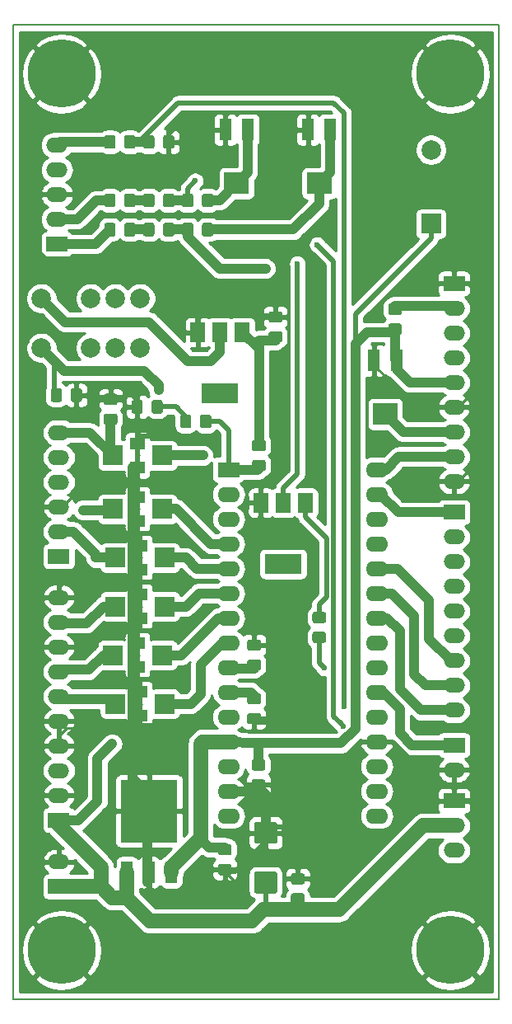
<source format=gtl>
G04 #@! TF.GenerationSoftware,KiCad,Pcbnew,(5.1.5)-3*
G04 #@! TF.CreationDate,2020-05-10T11:41:13+02:00*
G04 #@! TF.ProjectId,Mentor,4d656e74-6f72-42e6-9b69-6361645f7063,rev?*
G04 #@! TF.SameCoordinates,Original*
G04 #@! TF.FileFunction,Copper,L1,Top*
G04 #@! TF.FilePolarity,Positive*
%FSLAX46Y46*%
G04 Gerber Fmt 4.6, Leading zero omitted, Abs format (unit mm)*
G04 Created by KiCad (PCBNEW (5.1.5)-3) date 2020-05-10 11:41:13*
%MOMM*%
%LPD*%
G04 APERTURE LIST*
%ADD10C,0.150000*%
%ADD11C,0.100000*%
%ADD12O,2.197100X1.524000*%
%ADD13R,2.197100X1.524000*%
%ADD14C,7.000000*%
%ADD15R,2.000000X2.000000*%
%ADD16R,1.500000X1.300000*%
%ADD17C,2.000000*%
%ADD18R,2.286000X1.574800*%
%ADD19O,2.286000X1.574800*%
%ADD20R,2.500000X2.200000*%
%ADD21R,1.300000X2.200000*%
%ADD22R,1.500000X2.000000*%
%ADD23R,3.800000X2.000000*%
%ADD24R,5.800000X6.400000*%
%ADD25R,1.200000X2.200000*%
%ADD26C,0.600000*%
%ADD27C,1.000000*%
%ADD28C,1.500000*%
%ADD29C,0.500000*%
%ADD30C,0.250000*%
%ADD31C,0.254000*%
G04 APERTURE END LIST*
D10*
X92000000Y-26000000D02*
X92000000Y-126000000D01*
X42000000Y-126000000D02*
X42000000Y-26000000D01*
X42000000Y-26000000D02*
X92000000Y-26000000D01*
X42000000Y-126000000D02*
X92000000Y-126000000D01*
G04 #@! TA.AperFunction,SMDPad,CuDef*
D11*
G36*
X62374505Y-46301204D02*
G01*
X62398773Y-46304804D01*
X62422572Y-46310765D01*
X62445671Y-46319030D01*
X62467850Y-46329520D01*
X62488893Y-46342132D01*
X62508599Y-46356747D01*
X62526777Y-46373223D01*
X62543253Y-46391401D01*
X62557868Y-46411107D01*
X62570480Y-46432150D01*
X62580970Y-46454329D01*
X62589235Y-46477428D01*
X62595196Y-46501227D01*
X62598796Y-46525495D01*
X62600000Y-46549999D01*
X62600000Y-47450001D01*
X62598796Y-47474505D01*
X62595196Y-47498773D01*
X62589235Y-47522572D01*
X62580970Y-47545671D01*
X62570480Y-47567850D01*
X62557868Y-47588893D01*
X62543253Y-47608599D01*
X62526777Y-47626777D01*
X62508599Y-47643253D01*
X62488893Y-47657868D01*
X62467850Y-47670480D01*
X62445671Y-47680970D01*
X62422572Y-47689235D01*
X62398773Y-47695196D01*
X62374505Y-47698796D01*
X62350001Y-47700000D01*
X61699999Y-47700000D01*
X61675495Y-47698796D01*
X61651227Y-47695196D01*
X61627428Y-47689235D01*
X61604329Y-47680970D01*
X61582150Y-47670480D01*
X61561107Y-47657868D01*
X61541401Y-47643253D01*
X61523223Y-47626777D01*
X61506747Y-47608599D01*
X61492132Y-47588893D01*
X61479520Y-47567850D01*
X61469030Y-47545671D01*
X61460765Y-47522572D01*
X61454804Y-47498773D01*
X61451204Y-47474505D01*
X61450000Y-47450001D01*
X61450000Y-46549999D01*
X61451204Y-46525495D01*
X61454804Y-46501227D01*
X61460765Y-46477428D01*
X61469030Y-46454329D01*
X61479520Y-46432150D01*
X61492132Y-46411107D01*
X61506747Y-46391401D01*
X61523223Y-46373223D01*
X61541401Y-46356747D01*
X61561107Y-46342132D01*
X61582150Y-46329520D01*
X61604329Y-46319030D01*
X61627428Y-46310765D01*
X61651227Y-46304804D01*
X61675495Y-46301204D01*
X61699999Y-46300000D01*
X62350001Y-46300000D01*
X62374505Y-46301204D01*
G37*
G04 #@! TD.AperFunction*
G04 #@! TA.AperFunction,SMDPad,CuDef*
G36*
X60324505Y-46301204D02*
G01*
X60348773Y-46304804D01*
X60372572Y-46310765D01*
X60395671Y-46319030D01*
X60417850Y-46329520D01*
X60438893Y-46342132D01*
X60458599Y-46356747D01*
X60476777Y-46373223D01*
X60493253Y-46391401D01*
X60507868Y-46411107D01*
X60520480Y-46432150D01*
X60530970Y-46454329D01*
X60539235Y-46477428D01*
X60545196Y-46501227D01*
X60548796Y-46525495D01*
X60550000Y-46549999D01*
X60550000Y-47450001D01*
X60548796Y-47474505D01*
X60545196Y-47498773D01*
X60539235Y-47522572D01*
X60530970Y-47545671D01*
X60520480Y-47567850D01*
X60507868Y-47588893D01*
X60493253Y-47608599D01*
X60476777Y-47626777D01*
X60458599Y-47643253D01*
X60438893Y-47657868D01*
X60417850Y-47670480D01*
X60395671Y-47680970D01*
X60372572Y-47689235D01*
X60348773Y-47695196D01*
X60324505Y-47698796D01*
X60300001Y-47700000D01*
X59649999Y-47700000D01*
X59625495Y-47698796D01*
X59601227Y-47695196D01*
X59577428Y-47689235D01*
X59554329Y-47680970D01*
X59532150Y-47670480D01*
X59511107Y-47657868D01*
X59491401Y-47643253D01*
X59473223Y-47626777D01*
X59456747Y-47608599D01*
X59442132Y-47588893D01*
X59429520Y-47567850D01*
X59419030Y-47545671D01*
X59410765Y-47522572D01*
X59404804Y-47498773D01*
X59401204Y-47474505D01*
X59400000Y-47450001D01*
X59400000Y-46549999D01*
X59401204Y-46525495D01*
X59404804Y-46501227D01*
X59410765Y-46477428D01*
X59419030Y-46454329D01*
X59429520Y-46432150D01*
X59442132Y-46411107D01*
X59456747Y-46391401D01*
X59473223Y-46373223D01*
X59491401Y-46356747D01*
X59511107Y-46342132D01*
X59532150Y-46329520D01*
X59554329Y-46319030D01*
X59577428Y-46310765D01*
X59601227Y-46304804D01*
X59625495Y-46301204D01*
X59649999Y-46300000D01*
X60300001Y-46300000D01*
X60324505Y-46301204D01*
G37*
G04 #@! TD.AperFunction*
D12*
X87376200Y-70320000D03*
X87376200Y-67780000D03*
X87376200Y-62700000D03*
X87376200Y-60160000D03*
X87376200Y-57620000D03*
X87376200Y-72860000D03*
X87376200Y-65240000D03*
D13*
X87376200Y-52540000D03*
D12*
X87376200Y-55080000D03*
D14*
X87000000Y-31000000D03*
D13*
X46723800Y-114470000D03*
D12*
X46723800Y-111930000D03*
D15*
X52510000Y-80700000D03*
X57590000Y-80700000D03*
D16*
X55050000Y-79500000D03*
X55050000Y-81900000D03*
D17*
X44920000Y-59140000D03*
X44920000Y-54060000D03*
X50000000Y-59140000D03*
X50000000Y-54060000D03*
X52540000Y-59140000D03*
X55080000Y-59140000D03*
X55080000Y-54060000D03*
X52540000Y-54060000D03*
D18*
X64180000Y-71650000D03*
D19*
X64180000Y-74190000D03*
X64180000Y-76730000D03*
X64180000Y-79270000D03*
X64180000Y-81810000D03*
X64180000Y-84350000D03*
X64180000Y-86890000D03*
X64180000Y-89430000D03*
X64180000Y-91970000D03*
X64180000Y-94510000D03*
X64180000Y-97050000D03*
X64180000Y-99590000D03*
X64180000Y-102130000D03*
X64180000Y-104670000D03*
X64180000Y-107210000D03*
X79420000Y-107210000D03*
X79420000Y-104670000D03*
X79420000Y-102130000D03*
X79420000Y-99590000D03*
X79420000Y-97050000D03*
X79420000Y-94510000D03*
X79420000Y-91970000D03*
X79420000Y-89430000D03*
X79420000Y-86890000D03*
X79420000Y-84350000D03*
X79420000Y-81810000D03*
X79420000Y-79270000D03*
X79420000Y-76730000D03*
X79420000Y-74190000D03*
X79420000Y-71650000D03*
D12*
X46723800Y-72930000D03*
X46723800Y-75470000D03*
X46723800Y-67850000D03*
X46723800Y-70390000D03*
D13*
X46723800Y-80550000D03*
D12*
X46723800Y-78010000D03*
X46723800Y-87310000D03*
X46723800Y-89850000D03*
X46723800Y-92390000D03*
X46723800Y-97470000D03*
X46723800Y-100010000D03*
X46723800Y-102550000D03*
X46723800Y-84770000D03*
X46723800Y-94930000D03*
D13*
X46723800Y-107630000D03*
D12*
X46723800Y-105090000D03*
D13*
X87376200Y-99930000D03*
D12*
X87376200Y-102470000D03*
X87376200Y-110740000D03*
D13*
X87376200Y-105660000D03*
D12*
X87376200Y-108200000D03*
X87376200Y-93820000D03*
X87376200Y-91280000D03*
X87376200Y-86200000D03*
X87376200Y-83660000D03*
X87376200Y-81120000D03*
X87376200Y-96360000D03*
X87376200Y-88740000D03*
D13*
X87376200Y-76040000D03*
D12*
X87376200Y-78580000D03*
D20*
X80300000Y-65950000D03*
D21*
X79150000Y-60450000D03*
X81450000Y-60450000D03*
D14*
X47000000Y-31000000D03*
X47000000Y-121000000D03*
X87000000Y-121000000D03*
D15*
X52260000Y-70200000D03*
X57340000Y-70200000D03*
D16*
X54800000Y-69000000D03*
X54800000Y-71400000D03*
D15*
X52510000Y-95700000D03*
X57590000Y-95700000D03*
D16*
X55050000Y-94500000D03*
X55050000Y-96900000D03*
D15*
X52260000Y-90700000D03*
X57340000Y-90700000D03*
D16*
X54800000Y-89500000D03*
X54800000Y-91900000D03*
D15*
X52510000Y-85700000D03*
X57590000Y-85700000D03*
D16*
X55050000Y-84500000D03*
X55050000Y-86900000D03*
D15*
X52260000Y-75700000D03*
X57340000Y-75700000D03*
D16*
X54800000Y-74500000D03*
X54800000Y-76900000D03*
D12*
X46523800Y-43400000D03*
X46523800Y-38320000D03*
X46523800Y-40860000D03*
D13*
X46523800Y-48480000D03*
D12*
X46523800Y-45940000D03*
G04 #@! TA.AperFunction,SMDPad,CuDef*
D11*
G36*
X54374505Y-46301204D02*
G01*
X54398773Y-46304804D01*
X54422572Y-46310765D01*
X54445671Y-46319030D01*
X54467850Y-46329520D01*
X54488893Y-46342132D01*
X54508599Y-46356747D01*
X54526777Y-46373223D01*
X54543253Y-46391401D01*
X54557868Y-46411107D01*
X54570480Y-46432150D01*
X54580970Y-46454329D01*
X54589235Y-46477428D01*
X54595196Y-46501227D01*
X54598796Y-46525495D01*
X54600000Y-46549999D01*
X54600000Y-47450001D01*
X54598796Y-47474505D01*
X54595196Y-47498773D01*
X54589235Y-47522572D01*
X54580970Y-47545671D01*
X54570480Y-47567850D01*
X54557868Y-47588893D01*
X54543253Y-47608599D01*
X54526777Y-47626777D01*
X54508599Y-47643253D01*
X54488893Y-47657868D01*
X54467850Y-47670480D01*
X54445671Y-47680970D01*
X54422572Y-47689235D01*
X54398773Y-47695196D01*
X54374505Y-47698796D01*
X54350001Y-47700000D01*
X53699999Y-47700000D01*
X53675495Y-47698796D01*
X53651227Y-47695196D01*
X53627428Y-47689235D01*
X53604329Y-47680970D01*
X53582150Y-47670480D01*
X53561107Y-47657868D01*
X53541401Y-47643253D01*
X53523223Y-47626777D01*
X53506747Y-47608599D01*
X53492132Y-47588893D01*
X53479520Y-47567850D01*
X53469030Y-47545671D01*
X53460765Y-47522572D01*
X53454804Y-47498773D01*
X53451204Y-47474505D01*
X53450000Y-47450001D01*
X53450000Y-46549999D01*
X53451204Y-46525495D01*
X53454804Y-46501227D01*
X53460765Y-46477428D01*
X53469030Y-46454329D01*
X53479520Y-46432150D01*
X53492132Y-46411107D01*
X53506747Y-46391401D01*
X53523223Y-46373223D01*
X53541401Y-46356747D01*
X53561107Y-46342132D01*
X53582150Y-46329520D01*
X53604329Y-46319030D01*
X53627428Y-46310765D01*
X53651227Y-46304804D01*
X53675495Y-46301204D01*
X53699999Y-46300000D01*
X54350001Y-46300000D01*
X54374505Y-46301204D01*
G37*
G04 #@! TD.AperFunction*
G04 #@! TA.AperFunction,SMDPad,CuDef*
G36*
X52324505Y-46301204D02*
G01*
X52348773Y-46304804D01*
X52372572Y-46310765D01*
X52395671Y-46319030D01*
X52417850Y-46329520D01*
X52438893Y-46342132D01*
X52458599Y-46356747D01*
X52476777Y-46373223D01*
X52493253Y-46391401D01*
X52507868Y-46411107D01*
X52520480Y-46432150D01*
X52530970Y-46454329D01*
X52539235Y-46477428D01*
X52545196Y-46501227D01*
X52548796Y-46525495D01*
X52550000Y-46549999D01*
X52550000Y-47450001D01*
X52548796Y-47474505D01*
X52545196Y-47498773D01*
X52539235Y-47522572D01*
X52530970Y-47545671D01*
X52520480Y-47567850D01*
X52507868Y-47588893D01*
X52493253Y-47608599D01*
X52476777Y-47626777D01*
X52458599Y-47643253D01*
X52438893Y-47657868D01*
X52417850Y-47670480D01*
X52395671Y-47680970D01*
X52372572Y-47689235D01*
X52348773Y-47695196D01*
X52324505Y-47698796D01*
X52300001Y-47700000D01*
X51649999Y-47700000D01*
X51625495Y-47698796D01*
X51601227Y-47695196D01*
X51577428Y-47689235D01*
X51554329Y-47680970D01*
X51532150Y-47670480D01*
X51511107Y-47657868D01*
X51491401Y-47643253D01*
X51473223Y-47626777D01*
X51456747Y-47608599D01*
X51442132Y-47588893D01*
X51429520Y-47567850D01*
X51419030Y-47545671D01*
X51410765Y-47522572D01*
X51404804Y-47498773D01*
X51401204Y-47474505D01*
X51400000Y-47450001D01*
X51400000Y-46549999D01*
X51401204Y-46525495D01*
X51404804Y-46501227D01*
X51410765Y-46477428D01*
X51419030Y-46454329D01*
X51429520Y-46432150D01*
X51442132Y-46411107D01*
X51456747Y-46391401D01*
X51473223Y-46373223D01*
X51491401Y-46356747D01*
X51511107Y-46342132D01*
X51532150Y-46329520D01*
X51554329Y-46319030D01*
X51577428Y-46310765D01*
X51601227Y-46304804D01*
X51625495Y-46301204D01*
X51649999Y-46300000D01*
X52300001Y-46300000D01*
X52324505Y-46301204D01*
G37*
G04 #@! TD.AperFunction*
G04 #@! TA.AperFunction,SMDPad,CuDef*
G36*
X52324505Y-43301204D02*
G01*
X52348773Y-43304804D01*
X52372572Y-43310765D01*
X52395671Y-43319030D01*
X52417850Y-43329520D01*
X52438893Y-43342132D01*
X52458599Y-43356747D01*
X52476777Y-43373223D01*
X52493253Y-43391401D01*
X52507868Y-43411107D01*
X52520480Y-43432150D01*
X52530970Y-43454329D01*
X52539235Y-43477428D01*
X52545196Y-43501227D01*
X52548796Y-43525495D01*
X52550000Y-43549999D01*
X52550000Y-44450001D01*
X52548796Y-44474505D01*
X52545196Y-44498773D01*
X52539235Y-44522572D01*
X52530970Y-44545671D01*
X52520480Y-44567850D01*
X52507868Y-44588893D01*
X52493253Y-44608599D01*
X52476777Y-44626777D01*
X52458599Y-44643253D01*
X52438893Y-44657868D01*
X52417850Y-44670480D01*
X52395671Y-44680970D01*
X52372572Y-44689235D01*
X52348773Y-44695196D01*
X52324505Y-44698796D01*
X52300001Y-44700000D01*
X51649999Y-44700000D01*
X51625495Y-44698796D01*
X51601227Y-44695196D01*
X51577428Y-44689235D01*
X51554329Y-44680970D01*
X51532150Y-44670480D01*
X51511107Y-44657868D01*
X51491401Y-44643253D01*
X51473223Y-44626777D01*
X51456747Y-44608599D01*
X51442132Y-44588893D01*
X51429520Y-44567850D01*
X51419030Y-44545671D01*
X51410765Y-44522572D01*
X51404804Y-44498773D01*
X51401204Y-44474505D01*
X51400000Y-44450001D01*
X51400000Y-43549999D01*
X51401204Y-43525495D01*
X51404804Y-43501227D01*
X51410765Y-43477428D01*
X51419030Y-43454329D01*
X51429520Y-43432150D01*
X51442132Y-43411107D01*
X51456747Y-43391401D01*
X51473223Y-43373223D01*
X51491401Y-43356747D01*
X51511107Y-43342132D01*
X51532150Y-43329520D01*
X51554329Y-43319030D01*
X51577428Y-43310765D01*
X51601227Y-43304804D01*
X51625495Y-43301204D01*
X51649999Y-43300000D01*
X52300001Y-43300000D01*
X52324505Y-43301204D01*
G37*
G04 #@! TD.AperFunction*
G04 #@! TA.AperFunction,SMDPad,CuDef*
G36*
X54374505Y-43301204D02*
G01*
X54398773Y-43304804D01*
X54422572Y-43310765D01*
X54445671Y-43319030D01*
X54467850Y-43329520D01*
X54488893Y-43342132D01*
X54508599Y-43356747D01*
X54526777Y-43373223D01*
X54543253Y-43391401D01*
X54557868Y-43411107D01*
X54570480Y-43432150D01*
X54580970Y-43454329D01*
X54589235Y-43477428D01*
X54595196Y-43501227D01*
X54598796Y-43525495D01*
X54600000Y-43549999D01*
X54600000Y-44450001D01*
X54598796Y-44474505D01*
X54595196Y-44498773D01*
X54589235Y-44522572D01*
X54580970Y-44545671D01*
X54570480Y-44567850D01*
X54557868Y-44588893D01*
X54543253Y-44608599D01*
X54526777Y-44626777D01*
X54508599Y-44643253D01*
X54488893Y-44657868D01*
X54467850Y-44670480D01*
X54445671Y-44680970D01*
X54422572Y-44689235D01*
X54398773Y-44695196D01*
X54374505Y-44698796D01*
X54350001Y-44700000D01*
X53699999Y-44700000D01*
X53675495Y-44698796D01*
X53651227Y-44695196D01*
X53627428Y-44689235D01*
X53604329Y-44680970D01*
X53582150Y-44670480D01*
X53561107Y-44657868D01*
X53541401Y-44643253D01*
X53523223Y-44626777D01*
X53506747Y-44608599D01*
X53492132Y-44588893D01*
X53479520Y-44567850D01*
X53469030Y-44545671D01*
X53460765Y-44522572D01*
X53454804Y-44498773D01*
X53451204Y-44474505D01*
X53450000Y-44450001D01*
X53450000Y-43549999D01*
X53451204Y-43525495D01*
X53454804Y-43501227D01*
X53460765Y-43477428D01*
X53469030Y-43454329D01*
X53479520Y-43432150D01*
X53492132Y-43411107D01*
X53506747Y-43391401D01*
X53523223Y-43373223D01*
X53541401Y-43356747D01*
X53561107Y-43342132D01*
X53582150Y-43329520D01*
X53604329Y-43319030D01*
X53627428Y-43310765D01*
X53651227Y-43304804D01*
X53675495Y-43301204D01*
X53699999Y-43300000D01*
X54350001Y-43300000D01*
X54374505Y-43301204D01*
G37*
G04 #@! TD.AperFunction*
G04 #@! TA.AperFunction,SMDPad,CuDef*
G36*
X52324505Y-37301204D02*
G01*
X52348773Y-37304804D01*
X52372572Y-37310765D01*
X52395671Y-37319030D01*
X52417850Y-37329520D01*
X52438893Y-37342132D01*
X52458599Y-37356747D01*
X52476777Y-37373223D01*
X52493253Y-37391401D01*
X52507868Y-37411107D01*
X52520480Y-37432150D01*
X52530970Y-37454329D01*
X52539235Y-37477428D01*
X52545196Y-37501227D01*
X52548796Y-37525495D01*
X52550000Y-37549999D01*
X52550000Y-38450001D01*
X52548796Y-38474505D01*
X52545196Y-38498773D01*
X52539235Y-38522572D01*
X52530970Y-38545671D01*
X52520480Y-38567850D01*
X52507868Y-38588893D01*
X52493253Y-38608599D01*
X52476777Y-38626777D01*
X52458599Y-38643253D01*
X52438893Y-38657868D01*
X52417850Y-38670480D01*
X52395671Y-38680970D01*
X52372572Y-38689235D01*
X52348773Y-38695196D01*
X52324505Y-38698796D01*
X52300001Y-38700000D01*
X51649999Y-38700000D01*
X51625495Y-38698796D01*
X51601227Y-38695196D01*
X51577428Y-38689235D01*
X51554329Y-38680970D01*
X51532150Y-38670480D01*
X51511107Y-38657868D01*
X51491401Y-38643253D01*
X51473223Y-38626777D01*
X51456747Y-38608599D01*
X51442132Y-38588893D01*
X51429520Y-38567850D01*
X51419030Y-38545671D01*
X51410765Y-38522572D01*
X51404804Y-38498773D01*
X51401204Y-38474505D01*
X51400000Y-38450001D01*
X51400000Y-37549999D01*
X51401204Y-37525495D01*
X51404804Y-37501227D01*
X51410765Y-37477428D01*
X51419030Y-37454329D01*
X51429520Y-37432150D01*
X51442132Y-37411107D01*
X51456747Y-37391401D01*
X51473223Y-37373223D01*
X51491401Y-37356747D01*
X51511107Y-37342132D01*
X51532150Y-37329520D01*
X51554329Y-37319030D01*
X51577428Y-37310765D01*
X51601227Y-37304804D01*
X51625495Y-37301204D01*
X51649999Y-37300000D01*
X52300001Y-37300000D01*
X52324505Y-37301204D01*
G37*
G04 #@! TD.AperFunction*
G04 #@! TA.AperFunction,SMDPad,CuDef*
G36*
X54374505Y-37301204D02*
G01*
X54398773Y-37304804D01*
X54422572Y-37310765D01*
X54445671Y-37319030D01*
X54467850Y-37329520D01*
X54488893Y-37342132D01*
X54508599Y-37356747D01*
X54526777Y-37373223D01*
X54543253Y-37391401D01*
X54557868Y-37411107D01*
X54570480Y-37432150D01*
X54580970Y-37454329D01*
X54589235Y-37477428D01*
X54595196Y-37501227D01*
X54598796Y-37525495D01*
X54600000Y-37549999D01*
X54600000Y-38450001D01*
X54598796Y-38474505D01*
X54595196Y-38498773D01*
X54589235Y-38522572D01*
X54580970Y-38545671D01*
X54570480Y-38567850D01*
X54557868Y-38588893D01*
X54543253Y-38608599D01*
X54526777Y-38626777D01*
X54508599Y-38643253D01*
X54488893Y-38657868D01*
X54467850Y-38670480D01*
X54445671Y-38680970D01*
X54422572Y-38689235D01*
X54398773Y-38695196D01*
X54374505Y-38698796D01*
X54350001Y-38700000D01*
X53699999Y-38700000D01*
X53675495Y-38698796D01*
X53651227Y-38695196D01*
X53627428Y-38689235D01*
X53604329Y-38680970D01*
X53582150Y-38670480D01*
X53561107Y-38657868D01*
X53541401Y-38643253D01*
X53523223Y-38626777D01*
X53506747Y-38608599D01*
X53492132Y-38588893D01*
X53479520Y-38567850D01*
X53469030Y-38545671D01*
X53460765Y-38522572D01*
X53454804Y-38498773D01*
X53451204Y-38474505D01*
X53450000Y-38450001D01*
X53450000Y-37549999D01*
X53451204Y-37525495D01*
X53454804Y-37501227D01*
X53460765Y-37477428D01*
X53469030Y-37454329D01*
X53479520Y-37432150D01*
X53492132Y-37411107D01*
X53506747Y-37391401D01*
X53523223Y-37373223D01*
X53541401Y-37356747D01*
X53561107Y-37342132D01*
X53582150Y-37329520D01*
X53604329Y-37319030D01*
X53627428Y-37310765D01*
X53651227Y-37304804D01*
X53675495Y-37301204D01*
X53699999Y-37300000D01*
X54350001Y-37300000D01*
X54374505Y-37301204D01*
G37*
G04 #@! TD.AperFunction*
G04 #@! TA.AperFunction,SMDPad,CuDef*
G36*
X56324505Y-46301204D02*
G01*
X56348773Y-46304804D01*
X56372572Y-46310765D01*
X56395671Y-46319030D01*
X56417850Y-46329520D01*
X56438893Y-46342132D01*
X56458599Y-46356747D01*
X56476777Y-46373223D01*
X56493253Y-46391401D01*
X56507868Y-46411107D01*
X56520480Y-46432150D01*
X56530970Y-46454329D01*
X56539235Y-46477428D01*
X56545196Y-46501227D01*
X56548796Y-46525495D01*
X56550000Y-46549999D01*
X56550000Y-47450001D01*
X56548796Y-47474505D01*
X56545196Y-47498773D01*
X56539235Y-47522572D01*
X56530970Y-47545671D01*
X56520480Y-47567850D01*
X56507868Y-47588893D01*
X56493253Y-47608599D01*
X56476777Y-47626777D01*
X56458599Y-47643253D01*
X56438893Y-47657868D01*
X56417850Y-47670480D01*
X56395671Y-47680970D01*
X56372572Y-47689235D01*
X56348773Y-47695196D01*
X56324505Y-47698796D01*
X56300001Y-47700000D01*
X55649999Y-47700000D01*
X55625495Y-47698796D01*
X55601227Y-47695196D01*
X55577428Y-47689235D01*
X55554329Y-47680970D01*
X55532150Y-47670480D01*
X55511107Y-47657868D01*
X55491401Y-47643253D01*
X55473223Y-47626777D01*
X55456747Y-47608599D01*
X55442132Y-47588893D01*
X55429520Y-47567850D01*
X55419030Y-47545671D01*
X55410765Y-47522572D01*
X55404804Y-47498773D01*
X55401204Y-47474505D01*
X55400000Y-47450001D01*
X55400000Y-46549999D01*
X55401204Y-46525495D01*
X55404804Y-46501227D01*
X55410765Y-46477428D01*
X55419030Y-46454329D01*
X55429520Y-46432150D01*
X55442132Y-46411107D01*
X55456747Y-46391401D01*
X55473223Y-46373223D01*
X55491401Y-46356747D01*
X55511107Y-46342132D01*
X55532150Y-46329520D01*
X55554329Y-46319030D01*
X55577428Y-46310765D01*
X55601227Y-46304804D01*
X55625495Y-46301204D01*
X55649999Y-46300000D01*
X56300001Y-46300000D01*
X56324505Y-46301204D01*
G37*
G04 #@! TD.AperFunction*
G04 #@! TA.AperFunction,SMDPad,CuDef*
G36*
X58374505Y-46301204D02*
G01*
X58398773Y-46304804D01*
X58422572Y-46310765D01*
X58445671Y-46319030D01*
X58467850Y-46329520D01*
X58488893Y-46342132D01*
X58508599Y-46356747D01*
X58526777Y-46373223D01*
X58543253Y-46391401D01*
X58557868Y-46411107D01*
X58570480Y-46432150D01*
X58580970Y-46454329D01*
X58589235Y-46477428D01*
X58595196Y-46501227D01*
X58598796Y-46525495D01*
X58600000Y-46549999D01*
X58600000Y-47450001D01*
X58598796Y-47474505D01*
X58595196Y-47498773D01*
X58589235Y-47522572D01*
X58580970Y-47545671D01*
X58570480Y-47567850D01*
X58557868Y-47588893D01*
X58543253Y-47608599D01*
X58526777Y-47626777D01*
X58508599Y-47643253D01*
X58488893Y-47657868D01*
X58467850Y-47670480D01*
X58445671Y-47680970D01*
X58422572Y-47689235D01*
X58398773Y-47695196D01*
X58374505Y-47698796D01*
X58350001Y-47700000D01*
X57699999Y-47700000D01*
X57675495Y-47698796D01*
X57651227Y-47695196D01*
X57627428Y-47689235D01*
X57604329Y-47680970D01*
X57582150Y-47670480D01*
X57561107Y-47657868D01*
X57541401Y-47643253D01*
X57523223Y-47626777D01*
X57506747Y-47608599D01*
X57492132Y-47588893D01*
X57479520Y-47567850D01*
X57469030Y-47545671D01*
X57460765Y-47522572D01*
X57454804Y-47498773D01*
X57451204Y-47474505D01*
X57450000Y-47450001D01*
X57450000Y-46549999D01*
X57451204Y-46525495D01*
X57454804Y-46501227D01*
X57460765Y-46477428D01*
X57469030Y-46454329D01*
X57479520Y-46432150D01*
X57492132Y-46411107D01*
X57506747Y-46391401D01*
X57523223Y-46373223D01*
X57541401Y-46356747D01*
X57561107Y-46342132D01*
X57582150Y-46329520D01*
X57604329Y-46319030D01*
X57627428Y-46310765D01*
X57651227Y-46304804D01*
X57675495Y-46301204D01*
X57699999Y-46300000D01*
X58350001Y-46300000D01*
X58374505Y-46301204D01*
G37*
G04 #@! TD.AperFunction*
G04 #@! TA.AperFunction,SMDPad,CuDef*
G36*
X58374505Y-43301204D02*
G01*
X58398773Y-43304804D01*
X58422572Y-43310765D01*
X58445671Y-43319030D01*
X58467850Y-43329520D01*
X58488893Y-43342132D01*
X58508599Y-43356747D01*
X58526777Y-43373223D01*
X58543253Y-43391401D01*
X58557868Y-43411107D01*
X58570480Y-43432150D01*
X58580970Y-43454329D01*
X58589235Y-43477428D01*
X58595196Y-43501227D01*
X58598796Y-43525495D01*
X58600000Y-43549999D01*
X58600000Y-44450001D01*
X58598796Y-44474505D01*
X58595196Y-44498773D01*
X58589235Y-44522572D01*
X58580970Y-44545671D01*
X58570480Y-44567850D01*
X58557868Y-44588893D01*
X58543253Y-44608599D01*
X58526777Y-44626777D01*
X58508599Y-44643253D01*
X58488893Y-44657868D01*
X58467850Y-44670480D01*
X58445671Y-44680970D01*
X58422572Y-44689235D01*
X58398773Y-44695196D01*
X58374505Y-44698796D01*
X58350001Y-44700000D01*
X57699999Y-44700000D01*
X57675495Y-44698796D01*
X57651227Y-44695196D01*
X57627428Y-44689235D01*
X57604329Y-44680970D01*
X57582150Y-44670480D01*
X57561107Y-44657868D01*
X57541401Y-44643253D01*
X57523223Y-44626777D01*
X57506747Y-44608599D01*
X57492132Y-44588893D01*
X57479520Y-44567850D01*
X57469030Y-44545671D01*
X57460765Y-44522572D01*
X57454804Y-44498773D01*
X57451204Y-44474505D01*
X57450000Y-44450001D01*
X57450000Y-43549999D01*
X57451204Y-43525495D01*
X57454804Y-43501227D01*
X57460765Y-43477428D01*
X57469030Y-43454329D01*
X57479520Y-43432150D01*
X57492132Y-43411107D01*
X57506747Y-43391401D01*
X57523223Y-43373223D01*
X57541401Y-43356747D01*
X57561107Y-43342132D01*
X57582150Y-43329520D01*
X57604329Y-43319030D01*
X57627428Y-43310765D01*
X57651227Y-43304804D01*
X57675495Y-43301204D01*
X57699999Y-43300000D01*
X58350001Y-43300000D01*
X58374505Y-43301204D01*
G37*
G04 #@! TD.AperFunction*
G04 #@! TA.AperFunction,SMDPad,CuDef*
G36*
X56324505Y-43301204D02*
G01*
X56348773Y-43304804D01*
X56372572Y-43310765D01*
X56395671Y-43319030D01*
X56417850Y-43329520D01*
X56438893Y-43342132D01*
X56458599Y-43356747D01*
X56476777Y-43373223D01*
X56493253Y-43391401D01*
X56507868Y-43411107D01*
X56520480Y-43432150D01*
X56530970Y-43454329D01*
X56539235Y-43477428D01*
X56545196Y-43501227D01*
X56548796Y-43525495D01*
X56550000Y-43549999D01*
X56550000Y-44450001D01*
X56548796Y-44474505D01*
X56545196Y-44498773D01*
X56539235Y-44522572D01*
X56530970Y-44545671D01*
X56520480Y-44567850D01*
X56507868Y-44588893D01*
X56493253Y-44608599D01*
X56476777Y-44626777D01*
X56458599Y-44643253D01*
X56438893Y-44657868D01*
X56417850Y-44670480D01*
X56395671Y-44680970D01*
X56372572Y-44689235D01*
X56348773Y-44695196D01*
X56324505Y-44698796D01*
X56300001Y-44700000D01*
X55649999Y-44700000D01*
X55625495Y-44698796D01*
X55601227Y-44695196D01*
X55577428Y-44689235D01*
X55554329Y-44680970D01*
X55532150Y-44670480D01*
X55511107Y-44657868D01*
X55491401Y-44643253D01*
X55473223Y-44626777D01*
X55456747Y-44608599D01*
X55442132Y-44588893D01*
X55429520Y-44567850D01*
X55419030Y-44545671D01*
X55410765Y-44522572D01*
X55404804Y-44498773D01*
X55401204Y-44474505D01*
X55400000Y-44450001D01*
X55400000Y-43549999D01*
X55401204Y-43525495D01*
X55404804Y-43501227D01*
X55410765Y-43477428D01*
X55419030Y-43454329D01*
X55429520Y-43432150D01*
X55442132Y-43411107D01*
X55456747Y-43391401D01*
X55473223Y-43373223D01*
X55491401Y-43356747D01*
X55511107Y-43342132D01*
X55532150Y-43329520D01*
X55554329Y-43319030D01*
X55577428Y-43310765D01*
X55601227Y-43304804D01*
X55625495Y-43301204D01*
X55649999Y-43300000D01*
X56300001Y-43300000D01*
X56324505Y-43301204D01*
G37*
G04 #@! TD.AperFunction*
G04 #@! TA.AperFunction,SMDPad,CuDef*
G36*
X58374505Y-37301204D02*
G01*
X58398773Y-37304804D01*
X58422572Y-37310765D01*
X58445671Y-37319030D01*
X58467850Y-37329520D01*
X58488893Y-37342132D01*
X58508599Y-37356747D01*
X58526777Y-37373223D01*
X58543253Y-37391401D01*
X58557868Y-37411107D01*
X58570480Y-37432150D01*
X58580970Y-37454329D01*
X58589235Y-37477428D01*
X58595196Y-37501227D01*
X58598796Y-37525495D01*
X58600000Y-37549999D01*
X58600000Y-38450001D01*
X58598796Y-38474505D01*
X58595196Y-38498773D01*
X58589235Y-38522572D01*
X58580970Y-38545671D01*
X58570480Y-38567850D01*
X58557868Y-38588893D01*
X58543253Y-38608599D01*
X58526777Y-38626777D01*
X58508599Y-38643253D01*
X58488893Y-38657868D01*
X58467850Y-38670480D01*
X58445671Y-38680970D01*
X58422572Y-38689235D01*
X58398773Y-38695196D01*
X58374505Y-38698796D01*
X58350001Y-38700000D01*
X57699999Y-38700000D01*
X57675495Y-38698796D01*
X57651227Y-38695196D01*
X57627428Y-38689235D01*
X57604329Y-38680970D01*
X57582150Y-38670480D01*
X57561107Y-38657868D01*
X57541401Y-38643253D01*
X57523223Y-38626777D01*
X57506747Y-38608599D01*
X57492132Y-38588893D01*
X57479520Y-38567850D01*
X57469030Y-38545671D01*
X57460765Y-38522572D01*
X57454804Y-38498773D01*
X57451204Y-38474505D01*
X57450000Y-38450001D01*
X57450000Y-37549999D01*
X57451204Y-37525495D01*
X57454804Y-37501227D01*
X57460765Y-37477428D01*
X57469030Y-37454329D01*
X57479520Y-37432150D01*
X57492132Y-37411107D01*
X57506747Y-37391401D01*
X57523223Y-37373223D01*
X57541401Y-37356747D01*
X57561107Y-37342132D01*
X57582150Y-37329520D01*
X57604329Y-37319030D01*
X57627428Y-37310765D01*
X57651227Y-37304804D01*
X57675495Y-37301204D01*
X57699999Y-37300000D01*
X58350001Y-37300000D01*
X58374505Y-37301204D01*
G37*
G04 #@! TD.AperFunction*
G04 #@! TA.AperFunction,SMDPad,CuDef*
G36*
X56324505Y-37301204D02*
G01*
X56348773Y-37304804D01*
X56372572Y-37310765D01*
X56395671Y-37319030D01*
X56417850Y-37329520D01*
X56438893Y-37342132D01*
X56458599Y-37356747D01*
X56476777Y-37373223D01*
X56493253Y-37391401D01*
X56507868Y-37411107D01*
X56520480Y-37432150D01*
X56530970Y-37454329D01*
X56539235Y-37477428D01*
X56545196Y-37501227D01*
X56548796Y-37525495D01*
X56550000Y-37549999D01*
X56550000Y-38450001D01*
X56548796Y-38474505D01*
X56545196Y-38498773D01*
X56539235Y-38522572D01*
X56530970Y-38545671D01*
X56520480Y-38567850D01*
X56507868Y-38588893D01*
X56493253Y-38608599D01*
X56476777Y-38626777D01*
X56458599Y-38643253D01*
X56438893Y-38657868D01*
X56417850Y-38670480D01*
X56395671Y-38680970D01*
X56372572Y-38689235D01*
X56348773Y-38695196D01*
X56324505Y-38698796D01*
X56300001Y-38700000D01*
X55649999Y-38700000D01*
X55625495Y-38698796D01*
X55601227Y-38695196D01*
X55577428Y-38689235D01*
X55554329Y-38680970D01*
X55532150Y-38670480D01*
X55511107Y-38657868D01*
X55491401Y-38643253D01*
X55473223Y-38626777D01*
X55456747Y-38608599D01*
X55442132Y-38588893D01*
X55429520Y-38567850D01*
X55419030Y-38545671D01*
X55410765Y-38522572D01*
X55404804Y-38498773D01*
X55401204Y-38474505D01*
X55400000Y-38450001D01*
X55400000Y-37549999D01*
X55401204Y-37525495D01*
X55404804Y-37501227D01*
X55410765Y-37477428D01*
X55419030Y-37454329D01*
X55429520Y-37432150D01*
X55442132Y-37411107D01*
X55456747Y-37391401D01*
X55473223Y-37373223D01*
X55491401Y-37356747D01*
X55511107Y-37342132D01*
X55532150Y-37329520D01*
X55554329Y-37319030D01*
X55577428Y-37310765D01*
X55601227Y-37304804D01*
X55625495Y-37301204D01*
X55649999Y-37300000D01*
X56300001Y-37300000D01*
X56324505Y-37301204D01*
G37*
G04 #@! TD.AperFunction*
G04 #@! TA.AperFunction,SMDPad,CuDef*
G36*
X60324505Y-43301204D02*
G01*
X60348773Y-43304804D01*
X60372572Y-43310765D01*
X60395671Y-43319030D01*
X60417850Y-43329520D01*
X60438893Y-43342132D01*
X60458599Y-43356747D01*
X60476777Y-43373223D01*
X60493253Y-43391401D01*
X60507868Y-43411107D01*
X60520480Y-43432150D01*
X60530970Y-43454329D01*
X60539235Y-43477428D01*
X60545196Y-43501227D01*
X60548796Y-43525495D01*
X60550000Y-43549999D01*
X60550000Y-44450001D01*
X60548796Y-44474505D01*
X60545196Y-44498773D01*
X60539235Y-44522572D01*
X60530970Y-44545671D01*
X60520480Y-44567850D01*
X60507868Y-44588893D01*
X60493253Y-44608599D01*
X60476777Y-44626777D01*
X60458599Y-44643253D01*
X60438893Y-44657868D01*
X60417850Y-44670480D01*
X60395671Y-44680970D01*
X60372572Y-44689235D01*
X60348773Y-44695196D01*
X60324505Y-44698796D01*
X60300001Y-44700000D01*
X59649999Y-44700000D01*
X59625495Y-44698796D01*
X59601227Y-44695196D01*
X59577428Y-44689235D01*
X59554329Y-44680970D01*
X59532150Y-44670480D01*
X59511107Y-44657868D01*
X59491401Y-44643253D01*
X59473223Y-44626777D01*
X59456747Y-44608599D01*
X59442132Y-44588893D01*
X59429520Y-44567850D01*
X59419030Y-44545671D01*
X59410765Y-44522572D01*
X59404804Y-44498773D01*
X59401204Y-44474505D01*
X59400000Y-44450001D01*
X59400000Y-43549999D01*
X59401204Y-43525495D01*
X59404804Y-43501227D01*
X59410765Y-43477428D01*
X59419030Y-43454329D01*
X59429520Y-43432150D01*
X59442132Y-43411107D01*
X59456747Y-43391401D01*
X59473223Y-43373223D01*
X59491401Y-43356747D01*
X59511107Y-43342132D01*
X59532150Y-43329520D01*
X59554329Y-43319030D01*
X59577428Y-43310765D01*
X59601227Y-43304804D01*
X59625495Y-43301204D01*
X59649999Y-43300000D01*
X60300001Y-43300000D01*
X60324505Y-43301204D01*
G37*
G04 #@! TD.AperFunction*
G04 #@! TA.AperFunction,SMDPad,CuDef*
G36*
X62374505Y-43301204D02*
G01*
X62398773Y-43304804D01*
X62422572Y-43310765D01*
X62445671Y-43319030D01*
X62467850Y-43329520D01*
X62488893Y-43342132D01*
X62508599Y-43356747D01*
X62526777Y-43373223D01*
X62543253Y-43391401D01*
X62557868Y-43411107D01*
X62570480Y-43432150D01*
X62580970Y-43454329D01*
X62589235Y-43477428D01*
X62595196Y-43501227D01*
X62598796Y-43525495D01*
X62600000Y-43549999D01*
X62600000Y-44450001D01*
X62598796Y-44474505D01*
X62595196Y-44498773D01*
X62589235Y-44522572D01*
X62580970Y-44545671D01*
X62570480Y-44567850D01*
X62557868Y-44588893D01*
X62543253Y-44608599D01*
X62526777Y-44626777D01*
X62508599Y-44643253D01*
X62488893Y-44657868D01*
X62467850Y-44670480D01*
X62445671Y-44680970D01*
X62422572Y-44689235D01*
X62398773Y-44695196D01*
X62374505Y-44698796D01*
X62350001Y-44700000D01*
X61699999Y-44700000D01*
X61675495Y-44698796D01*
X61651227Y-44695196D01*
X61627428Y-44689235D01*
X61604329Y-44680970D01*
X61582150Y-44670480D01*
X61561107Y-44657868D01*
X61541401Y-44643253D01*
X61523223Y-44626777D01*
X61506747Y-44608599D01*
X61492132Y-44588893D01*
X61479520Y-44567850D01*
X61469030Y-44545671D01*
X61460765Y-44522572D01*
X61454804Y-44498773D01*
X61451204Y-44474505D01*
X61450000Y-44450001D01*
X61450000Y-43549999D01*
X61451204Y-43525495D01*
X61454804Y-43501227D01*
X61460765Y-43477428D01*
X61469030Y-43454329D01*
X61479520Y-43432150D01*
X61492132Y-43411107D01*
X61506747Y-43391401D01*
X61523223Y-43373223D01*
X61541401Y-43356747D01*
X61561107Y-43342132D01*
X61582150Y-43329520D01*
X61604329Y-43319030D01*
X61627428Y-43310765D01*
X61651227Y-43304804D01*
X61675495Y-43301204D01*
X61699999Y-43300000D01*
X62350001Y-43300000D01*
X62374505Y-43301204D01*
G37*
G04 #@! TD.AperFunction*
D21*
X74650000Y-36750000D03*
X72350000Y-36750000D03*
D20*
X73500000Y-42250000D03*
X65000000Y-42250000D03*
D21*
X63850000Y-36750000D03*
X66150000Y-36750000D03*
G04 #@! TA.AperFunction,SMDPad,CuDef*
D11*
G36*
X52524505Y-65901204D02*
G01*
X52548773Y-65904804D01*
X52572572Y-65910765D01*
X52595671Y-65919030D01*
X52617850Y-65929520D01*
X52638893Y-65942132D01*
X52658599Y-65956747D01*
X52676777Y-65973223D01*
X52693253Y-65991401D01*
X52707868Y-66011107D01*
X52720480Y-66032150D01*
X52730970Y-66054329D01*
X52739235Y-66077428D01*
X52745196Y-66101227D01*
X52748796Y-66125495D01*
X52750000Y-66149999D01*
X52750000Y-66800001D01*
X52748796Y-66824505D01*
X52745196Y-66848773D01*
X52739235Y-66872572D01*
X52730970Y-66895671D01*
X52720480Y-66917850D01*
X52707868Y-66938893D01*
X52693253Y-66958599D01*
X52676777Y-66976777D01*
X52658599Y-66993253D01*
X52638893Y-67007868D01*
X52617850Y-67020480D01*
X52595671Y-67030970D01*
X52572572Y-67039235D01*
X52548773Y-67045196D01*
X52524505Y-67048796D01*
X52500001Y-67050000D01*
X51599999Y-67050000D01*
X51575495Y-67048796D01*
X51551227Y-67045196D01*
X51527428Y-67039235D01*
X51504329Y-67030970D01*
X51482150Y-67020480D01*
X51461107Y-67007868D01*
X51441401Y-66993253D01*
X51423223Y-66976777D01*
X51406747Y-66958599D01*
X51392132Y-66938893D01*
X51379520Y-66917850D01*
X51369030Y-66895671D01*
X51360765Y-66872572D01*
X51354804Y-66848773D01*
X51351204Y-66824505D01*
X51350000Y-66800001D01*
X51350000Y-66149999D01*
X51351204Y-66125495D01*
X51354804Y-66101227D01*
X51360765Y-66077428D01*
X51369030Y-66054329D01*
X51379520Y-66032150D01*
X51392132Y-66011107D01*
X51406747Y-65991401D01*
X51423223Y-65973223D01*
X51441401Y-65956747D01*
X51461107Y-65942132D01*
X51482150Y-65929520D01*
X51504329Y-65919030D01*
X51527428Y-65910765D01*
X51551227Y-65904804D01*
X51575495Y-65901204D01*
X51599999Y-65900000D01*
X52500001Y-65900000D01*
X52524505Y-65901204D01*
G37*
G04 #@! TD.AperFunction*
G04 #@! TA.AperFunction,SMDPad,CuDef*
G36*
X52524505Y-63851204D02*
G01*
X52548773Y-63854804D01*
X52572572Y-63860765D01*
X52595671Y-63869030D01*
X52617850Y-63879520D01*
X52638893Y-63892132D01*
X52658599Y-63906747D01*
X52676777Y-63923223D01*
X52693253Y-63941401D01*
X52707868Y-63961107D01*
X52720480Y-63982150D01*
X52730970Y-64004329D01*
X52739235Y-64027428D01*
X52745196Y-64051227D01*
X52748796Y-64075495D01*
X52750000Y-64099999D01*
X52750000Y-64750001D01*
X52748796Y-64774505D01*
X52745196Y-64798773D01*
X52739235Y-64822572D01*
X52730970Y-64845671D01*
X52720480Y-64867850D01*
X52707868Y-64888893D01*
X52693253Y-64908599D01*
X52676777Y-64926777D01*
X52658599Y-64943253D01*
X52638893Y-64957868D01*
X52617850Y-64970480D01*
X52595671Y-64980970D01*
X52572572Y-64989235D01*
X52548773Y-64995196D01*
X52524505Y-64998796D01*
X52500001Y-65000000D01*
X51599999Y-65000000D01*
X51575495Y-64998796D01*
X51551227Y-64995196D01*
X51527428Y-64989235D01*
X51504329Y-64980970D01*
X51482150Y-64970480D01*
X51461107Y-64957868D01*
X51441401Y-64943253D01*
X51423223Y-64926777D01*
X51406747Y-64908599D01*
X51392132Y-64888893D01*
X51379520Y-64867850D01*
X51369030Y-64845671D01*
X51360765Y-64822572D01*
X51354804Y-64798773D01*
X51351204Y-64774505D01*
X51350000Y-64750001D01*
X51350000Y-64099999D01*
X51351204Y-64075495D01*
X51354804Y-64051227D01*
X51360765Y-64027428D01*
X51369030Y-64004329D01*
X51379520Y-63982150D01*
X51392132Y-63961107D01*
X51406747Y-63941401D01*
X51423223Y-63923223D01*
X51441401Y-63906747D01*
X51461107Y-63892132D01*
X51482150Y-63879520D01*
X51504329Y-63869030D01*
X51527428Y-63860765D01*
X51551227Y-63854804D01*
X51575495Y-63851204D01*
X51599999Y-63850000D01*
X52500001Y-63850000D01*
X52524505Y-63851204D01*
G37*
G04 #@! TD.AperFunction*
G04 #@! TA.AperFunction,SMDPad,CuDef*
G36*
X67274505Y-91151204D02*
G01*
X67298773Y-91154804D01*
X67322572Y-91160765D01*
X67345671Y-91169030D01*
X67367850Y-91179520D01*
X67388893Y-91192132D01*
X67408599Y-91206747D01*
X67426777Y-91223223D01*
X67443253Y-91241401D01*
X67457868Y-91261107D01*
X67470480Y-91282150D01*
X67480970Y-91304329D01*
X67489235Y-91327428D01*
X67495196Y-91351227D01*
X67498796Y-91375495D01*
X67500000Y-91399999D01*
X67500000Y-92050001D01*
X67498796Y-92074505D01*
X67495196Y-92098773D01*
X67489235Y-92122572D01*
X67480970Y-92145671D01*
X67470480Y-92167850D01*
X67457868Y-92188893D01*
X67443253Y-92208599D01*
X67426777Y-92226777D01*
X67408599Y-92243253D01*
X67388893Y-92257868D01*
X67367850Y-92270480D01*
X67345671Y-92280970D01*
X67322572Y-92289235D01*
X67298773Y-92295196D01*
X67274505Y-92298796D01*
X67250001Y-92300000D01*
X66349999Y-92300000D01*
X66325495Y-92298796D01*
X66301227Y-92295196D01*
X66277428Y-92289235D01*
X66254329Y-92280970D01*
X66232150Y-92270480D01*
X66211107Y-92257868D01*
X66191401Y-92243253D01*
X66173223Y-92226777D01*
X66156747Y-92208599D01*
X66142132Y-92188893D01*
X66129520Y-92167850D01*
X66119030Y-92145671D01*
X66110765Y-92122572D01*
X66104804Y-92098773D01*
X66101204Y-92074505D01*
X66100000Y-92050001D01*
X66100000Y-91399999D01*
X66101204Y-91375495D01*
X66104804Y-91351227D01*
X66110765Y-91327428D01*
X66119030Y-91304329D01*
X66129520Y-91282150D01*
X66142132Y-91261107D01*
X66156747Y-91241401D01*
X66173223Y-91223223D01*
X66191401Y-91206747D01*
X66211107Y-91192132D01*
X66232150Y-91179520D01*
X66254329Y-91169030D01*
X66277428Y-91160765D01*
X66301227Y-91154804D01*
X66325495Y-91151204D01*
X66349999Y-91150000D01*
X67250001Y-91150000D01*
X67274505Y-91151204D01*
G37*
G04 #@! TD.AperFunction*
G04 #@! TA.AperFunction,SMDPad,CuDef*
G36*
X67274505Y-89101204D02*
G01*
X67298773Y-89104804D01*
X67322572Y-89110765D01*
X67345671Y-89119030D01*
X67367850Y-89129520D01*
X67388893Y-89142132D01*
X67408599Y-89156747D01*
X67426777Y-89173223D01*
X67443253Y-89191401D01*
X67457868Y-89211107D01*
X67470480Y-89232150D01*
X67480970Y-89254329D01*
X67489235Y-89277428D01*
X67495196Y-89301227D01*
X67498796Y-89325495D01*
X67500000Y-89349999D01*
X67500000Y-90000001D01*
X67498796Y-90024505D01*
X67495196Y-90048773D01*
X67489235Y-90072572D01*
X67480970Y-90095671D01*
X67470480Y-90117850D01*
X67457868Y-90138893D01*
X67443253Y-90158599D01*
X67426777Y-90176777D01*
X67408599Y-90193253D01*
X67388893Y-90207868D01*
X67367850Y-90220480D01*
X67345671Y-90230970D01*
X67322572Y-90239235D01*
X67298773Y-90245196D01*
X67274505Y-90248796D01*
X67250001Y-90250000D01*
X66349999Y-90250000D01*
X66325495Y-90248796D01*
X66301227Y-90245196D01*
X66277428Y-90239235D01*
X66254329Y-90230970D01*
X66232150Y-90220480D01*
X66211107Y-90207868D01*
X66191401Y-90193253D01*
X66173223Y-90176777D01*
X66156747Y-90158599D01*
X66142132Y-90138893D01*
X66129520Y-90117850D01*
X66119030Y-90095671D01*
X66110765Y-90072572D01*
X66104804Y-90048773D01*
X66101204Y-90024505D01*
X66100000Y-90000001D01*
X66100000Y-89349999D01*
X66101204Y-89325495D01*
X66104804Y-89301227D01*
X66110765Y-89277428D01*
X66119030Y-89254329D01*
X66129520Y-89232150D01*
X66142132Y-89211107D01*
X66156747Y-89191401D01*
X66173223Y-89173223D01*
X66191401Y-89156747D01*
X66211107Y-89142132D01*
X66232150Y-89129520D01*
X66254329Y-89119030D01*
X66277428Y-89110765D01*
X66301227Y-89104804D01*
X66325495Y-89101204D01*
X66349999Y-89100000D01*
X67250001Y-89100000D01*
X67274505Y-89101204D01*
G37*
G04 #@! TD.AperFunction*
G04 #@! TA.AperFunction,SMDPad,CuDef*
G36*
X67274505Y-94601204D02*
G01*
X67298773Y-94604804D01*
X67322572Y-94610765D01*
X67345671Y-94619030D01*
X67367850Y-94629520D01*
X67388893Y-94642132D01*
X67408599Y-94656747D01*
X67426777Y-94673223D01*
X67443253Y-94691401D01*
X67457868Y-94711107D01*
X67470480Y-94732150D01*
X67480970Y-94754329D01*
X67489235Y-94777428D01*
X67495196Y-94801227D01*
X67498796Y-94825495D01*
X67500000Y-94849999D01*
X67500000Y-95500001D01*
X67498796Y-95524505D01*
X67495196Y-95548773D01*
X67489235Y-95572572D01*
X67480970Y-95595671D01*
X67470480Y-95617850D01*
X67457868Y-95638893D01*
X67443253Y-95658599D01*
X67426777Y-95676777D01*
X67408599Y-95693253D01*
X67388893Y-95707868D01*
X67367850Y-95720480D01*
X67345671Y-95730970D01*
X67322572Y-95739235D01*
X67298773Y-95745196D01*
X67274505Y-95748796D01*
X67250001Y-95750000D01*
X66349999Y-95750000D01*
X66325495Y-95748796D01*
X66301227Y-95745196D01*
X66277428Y-95739235D01*
X66254329Y-95730970D01*
X66232150Y-95720480D01*
X66211107Y-95707868D01*
X66191401Y-95693253D01*
X66173223Y-95676777D01*
X66156747Y-95658599D01*
X66142132Y-95638893D01*
X66129520Y-95617850D01*
X66119030Y-95595671D01*
X66110765Y-95572572D01*
X66104804Y-95548773D01*
X66101204Y-95524505D01*
X66100000Y-95500001D01*
X66100000Y-94849999D01*
X66101204Y-94825495D01*
X66104804Y-94801227D01*
X66110765Y-94777428D01*
X66119030Y-94754329D01*
X66129520Y-94732150D01*
X66142132Y-94711107D01*
X66156747Y-94691401D01*
X66173223Y-94673223D01*
X66191401Y-94656747D01*
X66211107Y-94642132D01*
X66232150Y-94629520D01*
X66254329Y-94619030D01*
X66277428Y-94610765D01*
X66301227Y-94604804D01*
X66325495Y-94601204D01*
X66349999Y-94600000D01*
X67250001Y-94600000D01*
X67274505Y-94601204D01*
G37*
G04 #@! TD.AperFunction*
G04 #@! TA.AperFunction,SMDPad,CuDef*
G36*
X67274505Y-96651204D02*
G01*
X67298773Y-96654804D01*
X67322572Y-96660765D01*
X67345671Y-96669030D01*
X67367850Y-96679520D01*
X67388893Y-96692132D01*
X67408599Y-96706747D01*
X67426777Y-96723223D01*
X67443253Y-96741401D01*
X67457868Y-96761107D01*
X67470480Y-96782150D01*
X67480970Y-96804329D01*
X67489235Y-96827428D01*
X67495196Y-96851227D01*
X67498796Y-96875495D01*
X67500000Y-96899999D01*
X67500000Y-97550001D01*
X67498796Y-97574505D01*
X67495196Y-97598773D01*
X67489235Y-97622572D01*
X67480970Y-97645671D01*
X67470480Y-97667850D01*
X67457868Y-97688893D01*
X67443253Y-97708599D01*
X67426777Y-97726777D01*
X67408599Y-97743253D01*
X67388893Y-97757868D01*
X67367850Y-97770480D01*
X67345671Y-97780970D01*
X67322572Y-97789235D01*
X67298773Y-97795196D01*
X67274505Y-97798796D01*
X67250001Y-97800000D01*
X66349999Y-97800000D01*
X66325495Y-97798796D01*
X66301227Y-97795196D01*
X66277428Y-97789235D01*
X66254329Y-97780970D01*
X66232150Y-97770480D01*
X66211107Y-97757868D01*
X66191401Y-97743253D01*
X66173223Y-97726777D01*
X66156747Y-97708599D01*
X66142132Y-97688893D01*
X66129520Y-97667850D01*
X66119030Y-97645671D01*
X66110765Y-97622572D01*
X66104804Y-97598773D01*
X66101204Y-97574505D01*
X66100000Y-97550001D01*
X66100000Y-96899999D01*
X66101204Y-96875495D01*
X66104804Y-96851227D01*
X66110765Y-96827428D01*
X66119030Y-96804329D01*
X66129520Y-96782150D01*
X66142132Y-96761107D01*
X66156747Y-96741401D01*
X66173223Y-96723223D01*
X66191401Y-96706747D01*
X66211107Y-96692132D01*
X66232150Y-96679520D01*
X66254329Y-96669030D01*
X66277428Y-96660765D01*
X66301227Y-96654804D01*
X66325495Y-96651204D01*
X66349999Y-96650000D01*
X67250001Y-96650000D01*
X67274505Y-96651204D01*
G37*
G04 #@! TD.AperFunction*
G04 #@! TA.AperFunction,SMDPad,CuDef*
G36*
X57174505Y-64501204D02*
G01*
X57198773Y-64504804D01*
X57222572Y-64510765D01*
X57245671Y-64519030D01*
X57267850Y-64529520D01*
X57288893Y-64542132D01*
X57308599Y-64556747D01*
X57326777Y-64573223D01*
X57343253Y-64591401D01*
X57357868Y-64611107D01*
X57370480Y-64632150D01*
X57380970Y-64654329D01*
X57389235Y-64677428D01*
X57395196Y-64701227D01*
X57398796Y-64725495D01*
X57400000Y-64749999D01*
X57400000Y-65650001D01*
X57398796Y-65674505D01*
X57395196Y-65698773D01*
X57389235Y-65722572D01*
X57380970Y-65745671D01*
X57370480Y-65767850D01*
X57357868Y-65788893D01*
X57343253Y-65808599D01*
X57326777Y-65826777D01*
X57308599Y-65843253D01*
X57288893Y-65857868D01*
X57267850Y-65870480D01*
X57245671Y-65880970D01*
X57222572Y-65889235D01*
X57198773Y-65895196D01*
X57174505Y-65898796D01*
X57150001Y-65900000D01*
X56499999Y-65900000D01*
X56475495Y-65898796D01*
X56451227Y-65895196D01*
X56427428Y-65889235D01*
X56404329Y-65880970D01*
X56382150Y-65870480D01*
X56361107Y-65857868D01*
X56341401Y-65843253D01*
X56323223Y-65826777D01*
X56306747Y-65808599D01*
X56292132Y-65788893D01*
X56279520Y-65767850D01*
X56269030Y-65745671D01*
X56260765Y-65722572D01*
X56254804Y-65698773D01*
X56251204Y-65674505D01*
X56250000Y-65650001D01*
X56250000Y-64749999D01*
X56251204Y-64725495D01*
X56254804Y-64701227D01*
X56260765Y-64677428D01*
X56269030Y-64654329D01*
X56279520Y-64632150D01*
X56292132Y-64611107D01*
X56306747Y-64591401D01*
X56323223Y-64573223D01*
X56341401Y-64556747D01*
X56361107Y-64542132D01*
X56382150Y-64529520D01*
X56404329Y-64519030D01*
X56427428Y-64510765D01*
X56451227Y-64504804D01*
X56475495Y-64501204D01*
X56499999Y-64500000D01*
X57150001Y-64500000D01*
X57174505Y-64501204D01*
G37*
G04 #@! TD.AperFunction*
G04 #@! TA.AperFunction,SMDPad,CuDef*
G36*
X55124505Y-64501204D02*
G01*
X55148773Y-64504804D01*
X55172572Y-64510765D01*
X55195671Y-64519030D01*
X55217850Y-64529520D01*
X55238893Y-64542132D01*
X55258599Y-64556747D01*
X55276777Y-64573223D01*
X55293253Y-64591401D01*
X55307868Y-64611107D01*
X55320480Y-64632150D01*
X55330970Y-64654329D01*
X55339235Y-64677428D01*
X55345196Y-64701227D01*
X55348796Y-64725495D01*
X55350000Y-64749999D01*
X55350000Y-65650001D01*
X55348796Y-65674505D01*
X55345196Y-65698773D01*
X55339235Y-65722572D01*
X55330970Y-65745671D01*
X55320480Y-65767850D01*
X55307868Y-65788893D01*
X55293253Y-65808599D01*
X55276777Y-65826777D01*
X55258599Y-65843253D01*
X55238893Y-65857868D01*
X55217850Y-65870480D01*
X55195671Y-65880970D01*
X55172572Y-65889235D01*
X55148773Y-65895196D01*
X55124505Y-65898796D01*
X55100001Y-65900000D01*
X54449999Y-65900000D01*
X54425495Y-65898796D01*
X54401227Y-65895196D01*
X54377428Y-65889235D01*
X54354329Y-65880970D01*
X54332150Y-65870480D01*
X54311107Y-65857868D01*
X54291401Y-65843253D01*
X54273223Y-65826777D01*
X54256747Y-65808599D01*
X54242132Y-65788893D01*
X54229520Y-65767850D01*
X54219030Y-65745671D01*
X54210765Y-65722572D01*
X54204804Y-65698773D01*
X54201204Y-65674505D01*
X54200000Y-65650001D01*
X54200000Y-64749999D01*
X54201204Y-64725495D01*
X54204804Y-64701227D01*
X54210765Y-64677428D01*
X54219030Y-64654329D01*
X54229520Y-64632150D01*
X54242132Y-64611107D01*
X54256747Y-64591401D01*
X54273223Y-64573223D01*
X54291401Y-64556747D01*
X54311107Y-64542132D01*
X54332150Y-64529520D01*
X54354329Y-64519030D01*
X54377428Y-64510765D01*
X54401227Y-64504804D01*
X54425495Y-64501204D01*
X54449999Y-64500000D01*
X55100001Y-64500000D01*
X55124505Y-64501204D01*
G37*
G04 #@! TD.AperFunction*
G04 #@! TA.AperFunction,SMDPad,CuDef*
G36*
X67774505Y-68601204D02*
G01*
X67798773Y-68604804D01*
X67822572Y-68610765D01*
X67845671Y-68619030D01*
X67867850Y-68629520D01*
X67888893Y-68642132D01*
X67908599Y-68656747D01*
X67926777Y-68673223D01*
X67943253Y-68691401D01*
X67957868Y-68711107D01*
X67970480Y-68732150D01*
X67980970Y-68754329D01*
X67989235Y-68777428D01*
X67995196Y-68801227D01*
X67998796Y-68825495D01*
X68000000Y-68849999D01*
X68000000Y-69500001D01*
X67998796Y-69524505D01*
X67995196Y-69548773D01*
X67989235Y-69572572D01*
X67980970Y-69595671D01*
X67970480Y-69617850D01*
X67957868Y-69638893D01*
X67943253Y-69658599D01*
X67926777Y-69676777D01*
X67908599Y-69693253D01*
X67888893Y-69707868D01*
X67867850Y-69720480D01*
X67845671Y-69730970D01*
X67822572Y-69739235D01*
X67798773Y-69745196D01*
X67774505Y-69748796D01*
X67750001Y-69750000D01*
X66849999Y-69750000D01*
X66825495Y-69748796D01*
X66801227Y-69745196D01*
X66777428Y-69739235D01*
X66754329Y-69730970D01*
X66732150Y-69720480D01*
X66711107Y-69707868D01*
X66691401Y-69693253D01*
X66673223Y-69676777D01*
X66656747Y-69658599D01*
X66642132Y-69638893D01*
X66629520Y-69617850D01*
X66619030Y-69595671D01*
X66610765Y-69572572D01*
X66604804Y-69548773D01*
X66601204Y-69524505D01*
X66600000Y-69500001D01*
X66600000Y-68849999D01*
X66601204Y-68825495D01*
X66604804Y-68801227D01*
X66610765Y-68777428D01*
X66619030Y-68754329D01*
X66629520Y-68732150D01*
X66642132Y-68711107D01*
X66656747Y-68691401D01*
X66673223Y-68673223D01*
X66691401Y-68656747D01*
X66711107Y-68642132D01*
X66732150Y-68629520D01*
X66754329Y-68619030D01*
X66777428Y-68610765D01*
X66801227Y-68604804D01*
X66825495Y-68601204D01*
X66849999Y-68600000D01*
X67750001Y-68600000D01*
X67774505Y-68601204D01*
G37*
G04 #@! TD.AperFunction*
G04 #@! TA.AperFunction,SMDPad,CuDef*
G36*
X67774505Y-70651204D02*
G01*
X67798773Y-70654804D01*
X67822572Y-70660765D01*
X67845671Y-70669030D01*
X67867850Y-70679520D01*
X67888893Y-70692132D01*
X67908599Y-70706747D01*
X67926777Y-70723223D01*
X67943253Y-70741401D01*
X67957868Y-70761107D01*
X67970480Y-70782150D01*
X67980970Y-70804329D01*
X67989235Y-70827428D01*
X67995196Y-70851227D01*
X67998796Y-70875495D01*
X68000000Y-70899999D01*
X68000000Y-71550001D01*
X67998796Y-71574505D01*
X67995196Y-71598773D01*
X67989235Y-71622572D01*
X67980970Y-71645671D01*
X67970480Y-71667850D01*
X67957868Y-71688893D01*
X67943253Y-71708599D01*
X67926777Y-71726777D01*
X67908599Y-71743253D01*
X67888893Y-71757868D01*
X67867850Y-71770480D01*
X67845671Y-71780970D01*
X67822572Y-71789235D01*
X67798773Y-71795196D01*
X67774505Y-71798796D01*
X67750001Y-71800000D01*
X66849999Y-71800000D01*
X66825495Y-71798796D01*
X66801227Y-71795196D01*
X66777428Y-71789235D01*
X66754329Y-71780970D01*
X66732150Y-71770480D01*
X66711107Y-71757868D01*
X66691401Y-71743253D01*
X66673223Y-71726777D01*
X66656747Y-71708599D01*
X66642132Y-71688893D01*
X66629520Y-71667850D01*
X66619030Y-71645671D01*
X66610765Y-71622572D01*
X66604804Y-71598773D01*
X66601204Y-71574505D01*
X66600000Y-71550001D01*
X66600000Y-70899999D01*
X66601204Y-70875495D01*
X66604804Y-70851227D01*
X66610765Y-70827428D01*
X66619030Y-70804329D01*
X66629520Y-70782150D01*
X66642132Y-70761107D01*
X66656747Y-70741401D01*
X66673223Y-70723223D01*
X66691401Y-70706747D01*
X66711107Y-70692132D01*
X66732150Y-70679520D01*
X66754329Y-70669030D01*
X66777428Y-70660765D01*
X66801227Y-70654804D01*
X66825495Y-70651204D01*
X66849999Y-70650000D01*
X67750001Y-70650000D01*
X67774505Y-70651204D01*
G37*
G04 #@! TD.AperFunction*
G04 #@! TA.AperFunction,SMDPad,CuDef*
G36*
X73974505Y-88301204D02*
G01*
X73998773Y-88304804D01*
X74022572Y-88310765D01*
X74045671Y-88319030D01*
X74067850Y-88329520D01*
X74088893Y-88342132D01*
X74108599Y-88356747D01*
X74126777Y-88373223D01*
X74143253Y-88391401D01*
X74157868Y-88411107D01*
X74170480Y-88432150D01*
X74180970Y-88454329D01*
X74189235Y-88477428D01*
X74195196Y-88501227D01*
X74198796Y-88525495D01*
X74200000Y-88549999D01*
X74200000Y-89200001D01*
X74198796Y-89224505D01*
X74195196Y-89248773D01*
X74189235Y-89272572D01*
X74180970Y-89295671D01*
X74170480Y-89317850D01*
X74157868Y-89338893D01*
X74143253Y-89358599D01*
X74126777Y-89376777D01*
X74108599Y-89393253D01*
X74088893Y-89407868D01*
X74067850Y-89420480D01*
X74045671Y-89430970D01*
X74022572Y-89439235D01*
X73998773Y-89445196D01*
X73974505Y-89448796D01*
X73950001Y-89450000D01*
X73049999Y-89450000D01*
X73025495Y-89448796D01*
X73001227Y-89445196D01*
X72977428Y-89439235D01*
X72954329Y-89430970D01*
X72932150Y-89420480D01*
X72911107Y-89407868D01*
X72891401Y-89393253D01*
X72873223Y-89376777D01*
X72856747Y-89358599D01*
X72842132Y-89338893D01*
X72829520Y-89317850D01*
X72819030Y-89295671D01*
X72810765Y-89272572D01*
X72804804Y-89248773D01*
X72801204Y-89224505D01*
X72800000Y-89200001D01*
X72800000Y-88549999D01*
X72801204Y-88525495D01*
X72804804Y-88501227D01*
X72810765Y-88477428D01*
X72819030Y-88454329D01*
X72829520Y-88432150D01*
X72842132Y-88411107D01*
X72856747Y-88391401D01*
X72873223Y-88373223D01*
X72891401Y-88356747D01*
X72911107Y-88342132D01*
X72932150Y-88329520D01*
X72954329Y-88319030D01*
X72977428Y-88310765D01*
X73001227Y-88304804D01*
X73025495Y-88301204D01*
X73049999Y-88300000D01*
X73950001Y-88300000D01*
X73974505Y-88301204D01*
G37*
G04 #@! TD.AperFunction*
G04 #@! TA.AperFunction,SMDPad,CuDef*
G36*
X73974505Y-86251204D02*
G01*
X73998773Y-86254804D01*
X74022572Y-86260765D01*
X74045671Y-86269030D01*
X74067850Y-86279520D01*
X74088893Y-86292132D01*
X74108599Y-86306747D01*
X74126777Y-86323223D01*
X74143253Y-86341401D01*
X74157868Y-86361107D01*
X74170480Y-86382150D01*
X74180970Y-86404329D01*
X74189235Y-86427428D01*
X74195196Y-86451227D01*
X74198796Y-86475495D01*
X74200000Y-86499999D01*
X74200000Y-87150001D01*
X74198796Y-87174505D01*
X74195196Y-87198773D01*
X74189235Y-87222572D01*
X74180970Y-87245671D01*
X74170480Y-87267850D01*
X74157868Y-87288893D01*
X74143253Y-87308599D01*
X74126777Y-87326777D01*
X74108599Y-87343253D01*
X74088893Y-87357868D01*
X74067850Y-87370480D01*
X74045671Y-87380970D01*
X74022572Y-87389235D01*
X73998773Y-87395196D01*
X73974505Y-87398796D01*
X73950001Y-87400000D01*
X73049999Y-87400000D01*
X73025495Y-87398796D01*
X73001227Y-87395196D01*
X72977428Y-87389235D01*
X72954329Y-87380970D01*
X72932150Y-87370480D01*
X72911107Y-87357868D01*
X72891401Y-87343253D01*
X72873223Y-87326777D01*
X72856747Y-87308599D01*
X72842132Y-87288893D01*
X72829520Y-87267850D01*
X72819030Y-87245671D01*
X72810765Y-87222572D01*
X72804804Y-87198773D01*
X72801204Y-87174505D01*
X72800000Y-87150001D01*
X72800000Y-86499999D01*
X72801204Y-86475495D01*
X72804804Y-86451227D01*
X72810765Y-86427428D01*
X72819030Y-86404329D01*
X72829520Y-86382150D01*
X72842132Y-86361107D01*
X72856747Y-86341401D01*
X72873223Y-86323223D01*
X72891401Y-86306747D01*
X72911107Y-86292132D01*
X72932150Y-86279520D01*
X72954329Y-86269030D01*
X72977428Y-86260765D01*
X73001227Y-86254804D01*
X73025495Y-86251204D01*
X73049999Y-86250000D01*
X73950001Y-86250000D01*
X73974505Y-86251204D01*
G37*
G04 #@! TD.AperFunction*
G04 #@! TA.AperFunction,SMDPad,CuDef*
G36*
X69474505Y-55401204D02*
G01*
X69498773Y-55404804D01*
X69522572Y-55410765D01*
X69545671Y-55419030D01*
X69567850Y-55429520D01*
X69588893Y-55442132D01*
X69608599Y-55456747D01*
X69626777Y-55473223D01*
X69643253Y-55491401D01*
X69657868Y-55511107D01*
X69670480Y-55532150D01*
X69680970Y-55554329D01*
X69689235Y-55577428D01*
X69695196Y-55601227D01*
X69698796Y-55625495D01*
X69700000Y-55649999D01*
X69700000Y-56300001D01*
X69698796Y-56324505D01*
X69695196Y-56348773D01*
X69689235Y-56372572D01*
X69680970Y-56395671D01*
X69670480Y-56417850D01*
X69657868Y-56438893D01*
X69643253Y-56458599D01*
X69626777Y-56476777D01*
X69608599Y-56493253D01*
X69588893Y-56507868D01*
X69567850Y-56520480D01*
X69545671Y-56530970D01*
X69522572Y-56539235D01*
X69498773Y-56545196D01*
X69474505Y-56548796D01*
X69450001Y-56550000D01*
X68549999Y-56550000D01*
X68525495Y-56548796D01*
X68501227Y-56545196D01*
X68477428Y-56539235D01*
X68454329Y-56530970D01*
X68432150Y-56520480D01*
X68411107Y-56507868D01*
X68391401Y-56493253D01*
X68373223Y-56476777D01*
X68356747Y-56458599D01*
X68342132Y-56438893D01*
X68329520Y-56417850D01*
X68319030Y-56395671D01*
X68310765Y-56372572D01*
X68304804Y-56348773D01*
X68301204Y-56324505D01*
X68300000Y-56300001D01*
X68300000Y-55649999D01*
X68301204Y-55625495D01*
X68304804Y-55601227D01*
X68310765Y-55577428D01*
X68319030Y-55554329D01*
X68329520Y-55532150D01*
X68342132Y-55511107D01*
X68356747Y-55491401D01*
X68373223Y-55473223D01*
X68391401Y-55456747D01*
X68411107Y-55442132D01*
X68432150Y-55429520D01*
X68454329Y-55419030D01*
X68477428Y-55410765D01*
X68501227Y-55404804D01*
X68525495Y-55401204D01*
X68549999Y-55400000D01*
X69450001Y-55400000D01*
X69474505Y-55401204D01*
G37*
G04 #@! TD.AperFunction*
G04 #@! TA.AperFunction,SMDPad,CuDef*
G36*
X69474505Y-57451204D02*
G01*
X69498773Y-57454804D01*
X69522572Y-57460765D01*
X69545671Y-57469030D01*
X69567850Y-57479520D01*
X69588893Y-57492132D01*
X69608599Y-57506747D01*
X69626777Y-57523223D01*
X69643253Y-57541401D01*
X69657868Y-57561107D01*
X69670480Y-57582150D01*
X69680970Y-57604329D01*
X69689235Y-57627428D01*
X69695196Y-57651227D01*
X69698796Y-57675495D01*
X69700000Y-57699999D01*
X69700000Y-58350001D01*
X69698796Y-58374505D01*
X69695196Y-58398773D01*
X69689235Y-58422572D01*
X69680970Y-58445671D01*
X69670480Y-58467850D01*
X69657868Y-58488893D01*
X69643253Y-58508599D01*
X69626777Y-58526777D01*
X69608599Y-58543253D01*
X69588893Y-58557868D01*
X69567850Y-58570480D01*
X69545671Y-58580970D01*
X69522572Y-58589235D01*
X69498773Y-58595196D01*
X69474505Y-58598796D01*
X69450001Y-58600000D01*
X68549999Y-58600000D01*
X68525495Y-58598796D01*
X68501227Y-58595196D01*
X68477428Y-58589235D01*
X68454329Y-58580970D01*
X68432150Y-58570480D01*
X68411107Y-58557868D01*
X68391401Y-58543253D01*
X68373223Y-58526777D01*
X68356747Y-58508599D01*
X68342132Y-58488893D01*
X68329520Y-58467850D01*
X68319030Y-58445671D01*
X68310765Y-58422572D01*
X68304804Y-58398773D01*
X68301204Y-58374505D01*
X68300000Y-58350001D01*
X68300000Y-57699999D01*
X68301204Y-57675495D01*
X68304804Y-57651227D01*
X68310765Y-57627428D01*
X68319030Y-57604329D01*
X68329520Y-57582150D01*
X68342132Y-57561107D01*
X68356747Y-57541401D01*
X68373223Y-57523223D01*
X68391401Y-57506747D01*
X68411107Y-57492132D01*
X68432150Y-57479520D01*
X68454329Y-57469030D01*
X68477428Y-57460765D01*
X68501227Y-57454804D01*
X68525495Y-57451204D01*
X68549999Y-57450000D01*
X69450001Y-57450000D01*
X69474505Y-57451204D01*
G37*
G04 #@! TD.AperFunction*
G04 #@! TA.AperFunction,SMDPad,CuDef*
G36*
X81774505Y-56651204D02*
G01*
X81798773Y-56654804D01*
X81822572Y-56660765D01*
X81845671Y-56669030D01*
X81867850Y-56679520D01*
X81888893Y-56692132D01*
X81908599Y-56706747D01*
X81926777Y-56723223D01*
X81943253Y-56741401D01*
X81957868Y-56761107D01*
X81970480Y-56782150D01*
X81980970Y-56804329D01*
X81989235Y-56827428D01*
X81995196Y-56851227D01*
X81998796Y-56875495D01*
X82000000Y-56899999D01*
X82000000Y-57550001D01*
X81998796Y-57574505D01*
X81995196Y-57598773D01*
X81989235Y-57622572D01*
X81980970Y-57645671D01*
X81970480Y-57667850D01*
X81957868Y-57688893D01*
X81943253Y-57708599D01*
X81926777Y-57726777D01*
X81908599Y-57743253D01*
X81888893Y-57757868D01*
X81867850Y-57770480D01*
X81845671Y-57780970D01*
X81822572Y-57789235D01*
X81798773Y-57795196D01*
X81774505Y-57798796D01*
X81750001Y-57800000D01*
X80849999Y-57800000D01*
X80825495Y-57798796D01*
X80801227Y-57795196D01*
X80777428Y-57789235D01*
X80754329Y-57780970D01*
X80732150Y-57770480D01*
X80711107Y-57757868D01*
X80691401Y-57743253D01*
X80673223Y-57726777D01*
X80656747Y-57708599D01*
X80642132Y-57688893D01*
X80629520Y-57667850D01*
X80619030Y-57645671D01*
X80610765Y-57622572D01*
X80604804Y-57598773D01*
X80601204Y-57574505D01*
X80600000Y-57550001D01*
X80600000Y-56899999D01*
X80601204Y-56875495D01*
X80604804Y-56851227D01*
X80610765Y-56827428D01*
X80619030Y-56804329D01*
X80629520Y-56782150D01*
X80642132Y-56761107D01*
X80656747Y-56741401D01*
X80673223Y-56723223D01*
X80691401Y-56706747D01*
X80711107Y-56692132D01*
X80732150Y-56679520D01*
X80754329Y-56669030D01*
X80777428Y-56660765D01*
X80801227Y-56654804D01*
X80825495Y-56651204D01*
X80849999Y-56650000D01*
X81750001Y-56650000D01*
X81774505Y-56651204D01*
G37*
G04 #@! TD.AperFunction*
G04 #@! TA.AperFunction,SMDPad,CuDef*
G36*
X81774505Y-54601204D02*
G01*
X81798773Y-54604804D01*
X81822572Y-54610765D01*
X81845671Y-54619030D01*
X81867850Y-54629520D01*
X81888893Y-54642132D01*
X81908599Y-54656747D01*
X81926777Y-54673223D01*
X81943253Y-54691401D01*
X81957868Y-54711107D01*
X81970480Y-54732150D01*
X81980970Y-54754329D01*
X81989235Y-54777428D01*
X81995196Y-54801227D01*
X81998796Y-54825495D01*
X82000000Y-54849999D01*
X82000000Y-55500001D01*
X81998796Y-55524505D01*
X81995196Y-55548773D01*
X81989235Y-55572572D01*
X81980970Y-55595671D01*
X81970480Y-55617850D01*
X81957868Y-55638893D01*
X81943253Y-55658599D01*
X81926777Y-55676777D01*
X81908599Y-55693253D01*
X81888893Y-55707868D01*
X81867850Y-55720480D01*
X81845671Y-55730970D01*
X81822572Y-55739235D01*
X81798773Y-55745196D01*
X81774505Y-55748796D01*
X81750001Y-55750000D01*
X80849999Y-55750000D01*
X80825495Y-55748796D01*
X80801227Y-55745196D01*
X80777428Y-55739235D01*
X80754329Y-55730970D01*
X80732150Y-55720480D01*
X80711107Y-55707868D01*
X80691401Y-55693253D01*
X80673223Y-55676777D01*
X80656747Y-55658599D01*
X80642132Y-55638893D01*
X80629520Y-55617850D01*
X80619030Y-55595671D01*
X80610765Y-55572572D01*
X80604804Y-55548773D01*
X80601204Y-55524505D01*
X80600000Y-55500001D01*
X80600000Y-54849999D01*
X80601204Y-54825495D01*
X80604804Y-54801227D01*
X80610765Y-54777428D01*
X80619030Y-54754329D01*
X80629520Y-54732150D01*
X80642132Y-54711107D01*
X80656747Y-54691401D01*
X80673223Y-54673223D01*
X80691401Y-54656747D01*
X80711107Y-54642132D01*
X80732150Y-54629520D01*
X80754329Y-54619030D01*
X80777428Y-54610765D01*
X80801227Y-54604804D01*
X80825495Y-54601204D01*
X80849999Y-54600000D01*
X81750001Y-54600000D01*
X81774505Y-54601204D01*
G37*
G04 #@! TD.AperFunction*
D22*
X72100000Y-75050000D03*
X67500000Y-75050000D03*
X69800000Y-75050000D03*
D23*
X69800000Y-81350000D03*
X63300000Y-63850000D03*
D22*
X63300000Y-57550000D03*
X61000000Y-57550000D03*
X65600000Y-57550000D03*
D24*
X56000000Y-106700000D03*
D25*
X58280000Y-113000000D03*
X56000000Y-113000000D03*
X53720000Y-113000000D03*
G04 #@! TA.AperFunction,SMDPad,CuDef*
D11*
G36*
X71774505Y-115151204D02*
G01*
X71798773Y-115154804D01*
X71822572Y-115160765D01*
X71845671Y-115169030D01*
X71867850Y-115179520D01*
X71888893Y-115192132D01*
X71908599Y-115206747D01*
X71926777Y-115223223D01*
X71943253Y-115241401D01*
X71957868Y-115261107D01*
X71970480Y-115282150D01*
X71980970Y-115304329D01*
X71989235Y-115327428D01*
X71995196Y-115351227D01*
X71998796Y-115375495D01*
X72000000Y-115399999D01*
X72000000Y-116050001D01*
X71998796Y-116074505D01*
X71995196Y-116098773D01*
X71989235Y-116122572D01*
X71980970Y-116145671D01*
X71970480Y-116167850D01*
X71957868Y-116188893D01*
X71943253Y-116208599D01*
X71926777Y-116226777D01*
X71908599Y-116243253D01*
X71888893Y-116257868D01*
X71867850Y-116270480D01*
X71845671Y-116280970D01*
X71822572Y-116289235D01*
X71798773Y-116295196D01*
X71774505Y-116298796D01*
X71750001Y-116300000D01*
X70849999Y-116300000D01*
X70825495Y-116298796D01*
X70801227Y-116295196D01*
X70777428Y-116289235D01*
X70754329Y-116280970D01*
X70732150Y-116270480D01*
X70711107Y-116257868D01*
X70691401Y-116243253D01*
X70673223Y-116226777D01*
X70656747Y-116208599D01*
X70642132Y-116188893D01*
X70629520Y-116167850D01*
X70619030Y-116145671D01*
X70610765Y-116122572D01*
X70604804Y-116098773D01*
X70601204Y-116074505D01*
X70600000Y-116050001D01*
X70600000Y-115399999D01*
X70601204Y-115375495D01*
X70604804Y-115351227D01*
X70610765Y-115327428D01*
X70619030Y-115304329D01*
X70629520Y-115282150D01*
X70642132Y-115261107D01*
X70656747Y-115241401D01*
X70673223Y-115223223D01*
X70691401Y-115206747D01*
X70711107Y-115192132D01*
X70732150Y-115179520D01*
X70754329Y-115169030D01*
X70777428Y-115160765D01*
X70801227Y-115154804D01*
X70825495Y-115151204D01*
X70849999Y-115150000D01*
X71750001Y-115150000D01*
X71774505Y-115151204D01*
G37*
G04 #@! TD.AperFunction*
G04 #@! TA.AperFunction,SMDPad,CuDef*
G36*
X71774505Y-113101204D02*
G01*
X71798773Y-113104804D01*
X71822572Y-113110765D01*
X71845671Y-113119030D01*
X71867850Y-113129520D01*
X71888893Y-113142132D01*
X71908599Y-113156747D01*
X71926777Y-113173223D01*
X71943253Y-113191401D01*
X71957868Y-113211107D01*
X71970480Y-113232150D01*
X71980970Y-113254329D01*
X71989235Y-113277428D01*
X71995196Y-113301227D01*
X71998796Y-113325495D01*
X72000000Y-113349999D01*
X72000000Y-114000001D01*
X71998796Y-114024505D01*
X71995196Y-114048773D01*
X71989235Y-114072572D01*
X71980970Y-114095671D01*
X71970480Y-114117850D01*
X71957868Y-114138893D01*
X71943253Y-114158599D01*
X71926777Y-114176777D01*
X71908599Y-114193253D01*
X71888893Y-114207868D01*
X71867850Y-114220480D01*
X71845671Y-114230970D01*
X71822572Y-114239235D01*
X71798773Y-114245196D01*
X71774505Y-114248796D01*
X71750001Y-114250000D01*
X70849999Y-114250000D01*
X70825495Y-114248796D01*
X70801227Y-114245196D01*
X70777428Y-114239235D01*
X70754329Y-114230970D01*
X70732150Y-114220480D01*
X70711107Y-114207868D01*
X70691401Y-114193253D01*
X70673223Y-114176777D01*
X70656747Y-114158599D01*
X70642132Y-114138893D01*
X70629520Y-114117850D01*
X70619030Y-114095671D01*
X70610765Y-114072572D01*
X70604804Y-114048773D01*
X70601204Y-114024505D01*
X70600000Y-114000001D01*
X70600000Y-113349999D01*
X70601204Y-113325495D01*
X70604804Y-113301227D01*
X70610765Y-113277428D01*
X70619030Y-113254329D01*
X70629520Y-113232150D01*
X70642132Y-113211107D01*
X70656747Y-113191401D01*
X70673223Y-113173223D01*
X70691401Y-113156747D01*
X70711107Y-113142132D01*
X70732150Y-113129520D01*
X70754329Y-113119030D01*
X70777428Y-113110765D01*
X70801227Y-113104804D01*
X70825495Y-113101204D01*
X70849999Y-113100000D01*
X71750001Y-113100000D01*
X71774505Y-113101204D01*
G37*
G04 #@! TD.AperFunction*
G04 #@! TA.AperFunction,SMDPad,CuDef*
G36*
X64274505Y-112151204D02*
G01*
X64298773Y-112154804D01*
X64322572Y-112160765D01*
X64345671Y-112169030D01*
X64367850Y-112179520D01*
X64388893Y-112192132D01*
X64408599Y-112206747D01*
X64426777Y-112223223D01*
X64443253Y-112241401D01*
X64457868Y-112261107D01*
X64470480Y-112282150D01*
X64480970Y-112304329D01*
X64489235Y-112327428D01*
X64495196Y-112351227D01*
X64498796Y-112375495D01*
X64500000Y-112399999D01*
X64500000Y-113050001D01*
X64498796Y-113074505D01*
X64495196Y-113098773D01*
X64489235Y-113122572D01*
X64480970Y-113145671D01*
X64470480Y-113167850D01*
X64457868Y-113188893D01*
X64443253Y-113208599D01*
X64426777Y-113226777D01*
X64408599Y-113243253D01*
X64388893Y-113257868D01*
X64367850Y-113270480D01*
X64345671Y-113280970D01*
X64322572Y-113289235D01*
X64298773Y-113295196D01*
X64274505Y-113298796D01*
X64250001Y-113300000D01*
X63349999Y-113300000D01*
X63325495Y-113298796D01*
X63301227Y-113295196D01*
X63277428Y-113289235D01*
X63254329Y-113280970D01*
X63232150Y-113270480D01*
X63211107Y-113257868D01*
X63191401Y-113243253D01*
X63173223Y-113226777D01*
X63156747Y-113208599D01*
X63142132Y-113188893D01*
X63129520Y-113167850D01*
X63119030Y-113145671D01*
X63110765Y-113122572D01*
X63104804Y-113098773D01*
X63101204Y-113074505D01*
X63100000Y-113050001D01*
X63100000Y-112399999D01*
X63101204Y-112375495D01*
X63104804Y-112351227D01*
X63110765Y-112327428D01*
X63119030Y-112304329D01*
X63129520Y-112282150D01*
X63142132Y-112261107D01*
X63156747Y-112241401D01*
X63173223Y-112223223D01*
X63191401Y-112206747D01*
X63211107Y-112192132D01*
X63232150Y-112179520D01*
X63254329Y-112169030D01*
X63277428Y-112160765D01*
X63301227Y-112154804D01*
X63325495Y-112151204D01*
X63349999Y-112150000D01*
X64250001Y-112150000D01*
X64274505Y-112151204D01*
G37*
G04 #@! TD.AperFunction*
G04 #@! TA.AperFunction,SMDPad,CuDef*
G36*
X64274505Y-110101204D02*
G01*
X64298773Y-110104804D01*
X64322572Y-110110765D01*
X64345671Y-110119030D01*
X64367850Y-110129520D01*
X64388893Y-110142132D01*
X64408599Y-110156747D01*
X64426777Y-110173223D01*
X64443253Y-110191401D01*
X64457868Y-110211107D01*
X64470480Y-110232150D01*
X64480970Y-110254329D01*
X64489235Y-110277428D01*
X64495196Y-110301227D01*
X64498796Y-110325495D01*
X64500000Y-110349999D01*
X64500000Y-111000001D01*
X64498796Y-111024505D01*
X64495196Y-111048773D01*
X64489235Y-111072572D01*
X64480970Y-111095671D01*
X64470480Y-111117850D01*
X64457868Y-111138893D01*
X64443253Y-111158599D01*
X64426777Y-111176777D01*
X64408599Y-111193253D01*
X64388893Y-111207868D01*
X64367850Y-111220480D01*
X64345671Y-111230970D01*
X64322572Y-111239235D01*
X64298773Y-111245196D01*
X64274505Y-111248796D01*
X64250001Y-111250000D01*
X63349999Y-111250000D01*
X63325495Y-111248796D01*
X63301227Y-111245196D01*
X63277428Y-111239235D01*
X63254329Y-111230970D01*
X63232150Y-111220480D01*
X63211107Y-111207868D01*
X63191401Y-111193253D01*
X63173223Y-111176777D01*
X63156747Y-111158599D01*
X63142132Y-111138893D01*
X63129520Y-111117850D01*
X63119030Y-111095671D01*
X63110765Y-111072572D01*
X63104804Y-111048773D01*
X63101204Y-111024505D01*
X63100000Y-111000001D01*
X63100000Y-110349999D01*
X63101204Y-110325495D01*
X63104804Y-110301227D01*
X63110765Y-110277428D01*
X63119030Y-110254329D01*
X63129520Y-110232150D01*
X63142132Y-110211107D01*
X63156747Y-110191401D01*
X63173223Y-110173223D01*
X63191401Y-110156747D01*
X63211107Y-110142132D01*
X63232150Y-110129520D01*
X63254329Y-110119030D01*
X63277428Y-110110765D01*
X63301227Y-110104804D01*
X63325495Y-110101204D01*
X63349999Y-110100000D01*
X64250001Y-110100000D01*
X64274505Y-110101204D01*
G37*
G04 #@! TD.AperFunction*
G04 #@! TA.AperFunction,SMDPad,CuDef*
G36*
X67724505Y-103451204D02*
G01*
X67748773Y-103454804D01*
X67772572Y-103460765D01*
X67795671Y-103469030D01*
X67817850Y-103479520D01*
X67838893Y-103492132D01*
X67858599Y-103506747D01*
X67876777Y-103523223D01*
X67893253Y-103541401D01*
X67907868Y-103561107D01*
X67920480Y-103582150D01*
X67930970Y-103604329D01*
X67939235Y-103627428D01*
X67945196Y-103651227D01*
X67948796Y-103675495D01*
X67950000Y-103699999D01*
X67950000Y-104350001D01*
X67948796Y-104374505D01*
X67945196Y-104398773D01*
X67939235Y-104422572D01*
X67930970Y-104445671D01*
X67920480Y-104467850D01*
X67907868Y-104488893D01*
X67893253Y-104508599D01*
X67876777Y-104526777D01*
X67858599Y-104543253D01*
X67838893Y-104557868D01*
X67817850Y-104570480D01*
X67795671Y-104580970D01*
X67772572Y-104589235D01*
X67748773Y-104595196D01*
X67724505Y-104598796D01*
X67700001Y-104600000D01*
X66799999Y-104600000D01*
X66775495Y-104598796D01*
X66751227Y-104595196D01*
X66727428Y-104589235D01*
X66704329Y-104580970D01*
X66682150Y-104570480D01*
X66661107Y-104557868D01*
X66641401Y-104543253D01*
X66623223Y-104526777D01*
X66606747Y-104508599D01*
X66592132Y-104488893D01*
X66579520Y-104467850D01*
X66569030Y-104445671D01*
X66560765Y-104422572D01*
X66554804Y-104398773D01*
X66551204Y-104374505D01*
X66550000Y-104350001D01*
X66550000Y-103699999D01*
X66551204Y-103675495D01*
X66554804Y-103651227D01*
X66560765Y-103627428D01*
X66569030Y-103604329D01*
X66579520Y-103582150D01*
X66592132Y-103561107D01*
X66606747Y-103541401D01*
X66623223Y-103523223D01*
X66641401Y-103506747D01*
X66661107Y-103492132D01*
X66682150Y-103479520D01*
X66704329Y-103469030D01*
X66727428Y-103460765D01*
X66751227Y-103454804D01*
X66775495Y-103451204D01*
X66799999Y-103450000D01*
X67700001Y-103450000D01*
X67724505Y-103451204D01*
G37*
G04 #@! TD.AperFunction*
G04 #@! TA.AperFunction,SMDPad,CuDef*
G36*
X67724505Y-101401204D02*
G01*
X67748773Y-101404804D01*
X67772572Y-101410765D01*
X67795671Y-101419030D01*
X67817850Y-101429520D01*
X67838893Y-101442132D01*
X67858599Y-101456747D01*
X67876777Y-101473223D01*
X67893253Y-101491401D01*
X67907868Y-101511107D01*
X67920480Y-101532150D01*
X67930970Y-101554329D01*
X67939235Y-101577428D01*
X67945196Y-101601227D01*
X67948796Y-101625495D01*
X67950000Y-101649999D01*
X67950000Y-102300001D01*
X67948796Y-102324505D01*
X67945196Y-102348773D01*
X67939235Y-102372572D01*
X67930970Y-102395671D01*
X67920480Y-102417850D01*
X67907868Y-102438893D01*
X67893253Y-102458599D01*
X67876777Y-102476777D01*
X67858599Y-102493253D01*
X67838893Y-102507868D01*
X67817850Y-102520480D01*
X67795671Y-102530970D01*
X67772572Y-102539235D01*
X67748773Y-102545196D01*
X67724505Y-102548796D01*
X67700001Y-102550000D01*
X66799999Y-102550000D01*
X66775495Y-102548796D01*
X66751227Y-102545196D01*
X66727428Y-102539235D01*
X66704329Y-102530970D01*
X66682150Y-102520480D01*
X66661107Y-102507868D01*
X66641401Y-102493253D01*
X66623223Y-102476777D01*
X66606747Y-102458599D01*
X66592132Y-102438893D01*
X66579520Y-102417850D01*
X66569030Y-102395671D01*
X66560765Y-102372572D01*
X66554804Y-102348773D01*
X66551204Y-102324505D01*
X66550000Y-102300001D01*
X66550000Y-101649999D01*
X66551204Y-101625495D01*
X66554804Y-101601227D01*
X66560765Y-101577428D01*
X66569030Y-101554329D01*
X66579520Y-101532150D01*
X66592132Y-101511107D01*
X66606747Y-101491401D01*
X66623223Y-101473223D01*
X66641401Y-101456747D01*
X66661107Y-101442132D01*
X66682150Y-101429520D01*
X66704329Y-101419030D01*
X66727428Y-101410765D01*
X66751227Y-101404804D01*
X66775495Y-101401204D01*
X66799999Y-101400000D01*
X67700001Y-101400000D01*
X67724505Y-101401204D01*
G37*
G04 #@! TD.AperFunction*
G04 #@! TA.AperFunction,SMDPad,CuDef*
G36*
X46824505Y-63301204D02*
G01*
X46848773Y-63304804D01*
X46872572Y-63310765D01*
X46895671Y-63319030D01*
X46917850Y-63329520D01*
X46938893Y-63342132D01*
X46958599Y-63356747D01*
X46976777Y-63373223D01*
X46993253Y-63391401D01*
X47007868Y-63411107D01*
X47020480Y-63432150D01*
X47030970Y-63454329D01*
X47039235Y-63477428D01*
X47045196Y-63501227D01*
X47048796Y-63525495D01*
X47050000Y-63549999D01*
X47050000Y-64450001D01*
X47048796Y-64474505D01*
X47045196Y-64498773D01*
X47039235Y-64522572D01*
X47030970Y-64545671D01*
X47020480Y-64567850D01*
X47007868Y-64588893D01*
X46993253Y-64608599D01*
X46976777Y-64626777D01*
X46958599Y-64643253D01*
X46938893Y-64657868D01*
X46917850Y-64670480D01*
X46895671Y-64680970D01*
X46872572Y-64689235D01*
X46848773Y-64695196D01*
X46824505Y-64698796D01*
X46800001Y-64700000D01*
X46149999Y-64700000D01*
X46125495Y-64698796D01*
X46101227Y-64695196D01*
X46077428Y-64689235D01*
X46054329Y-64680970D01*
X46032150Y-64670480D01*
X46011107Y-64657868D01*
X45991401Y-64643253D01*
X45973223Y-64626777D01*
X45956747Y-64608599D01*
X45942132Y-64588893D01*
X45929520Y-64567850D01*
X45919030Y-64545671D01*
X45910765Y-64522572D01*
X45904804Y-64498773D01*
X45901204Y-64474505D01*
X45900000Y-64450001D01*
X45900000Y-63549999D01*
X45901204Y-63525495D01*
X45904804Y-63501227D01*
X45910765Y-63477428D01*
X45919030Y-63454329D01*
X45929520Y-63432150D01*
X45942132Y-63411107D01*
X45956747Y-63391401D01*
X45973223Y-63373223D01*
X45991401Y-63356747D01*
X46011107Y-63342132D01*
X46032150Y-63329520D01*
X46054329Y-63319030D01*
X46077428Y-63310765D01*
X46101227Y-63304804D01*
X46125495Y-63301204D01*
X46149999Y-63300000D01*
X46800001Y-63300000D01*
X46824505Y-63301204D01*
G37*
G04 #@! TD.AperFunction*
G04 #@! TA.AperFunction,SMDPad,CuDef*
G36*
X48874505Y-63301204D02*
G01*
X48898773Y-63304804D01*
X48922572Y-63310765D01*
X48945671Y-63319030D01*
X48967850Y-63329520D01*
X48988893Y-63342132D01*
X49008599Y-63356747D01*
X49026777Y-63373223D01*
X49043253Y-63391401D01*
X49057868Y-63411107D01*
X49070480Y-63432150D01*
X49080970Y-63454329D01*
X49089235Y-63477428D01*
X49095196Y-63501227D01*
X49098796Y-63525495D01*
X49100000Y-63549999D01*
X49100000Y-64450001D01*
X49098796Y-64474505D01*
X49095196Y-64498773D01*
X49089235Y-64522572D01*
X49080970Y-64545671D01*
X49070480Y-64567850D01*
X49057868Y-64588893D01*
X49043253Y-64608599D01*
X49026777Y-64626777D01*
X49008599Y-64643253D01*
X48988893Y-64657868D01*
X48967850Y-64670480D01*
X48945671Y-64680970D01*
X48922572Y-64689235D01*
X48898773Y-64695196D01*
X48874505Y-64698796D01*
X48850001Y-64700000D01*
X48199999Y-64700000D01*
X48175495Y-64698796D01*
X48151227Y-64695196D01*
X48127428Y-64689235D01*
X48104329Y-64680970D01*
X48082150Y-64670480D01*
X48061107Y-64657868D01*
X48041401Y-64643253D01*
X48023223Y-64626777D01*
X48006747Y-64608599D01*
X47992132Y-64588893D01*
X47979520Y-64567850D01*
X47969030Y-64545671D01*
X47960765Y-64522572D01*
X47954804Y-64498773D01*
X47951204Y-64474505D01*
X47950000Y-64450001D01*
X47950000Y-63549999D01*
X47951204Y-63525495D01*
X47954804Y-63501227D01*
X47960765Y-63477428D01*
X47969030Y-63454329D01*
X47979520Y-63432150D01*
X47992132Y-63411107D01*
X48006747Y-63391401D01*
X48023223Y-63373223D01*
X48041401Y-63356747D01*
X48061107Y-63342132D01*
X48082150Y-63329520D01*
X48104329Y-63319030D01*
X48127428Y-63310765D01*
X48151227Y-63304804D01*
X48175495Y-63301204D01*
X48199999Y-63300000D01*
X48850001Y-63300000D01*
X48874505Y-63301204D01*
G37*
G04 #@! TD.AperFunction*
G04 #@! TA.AperFunction,SMDPad,CuDef*
G36*
X60124505Y-66001204D02*
G01*
X60148773Y-66004804D01*
X60172572Y-66010765D01*
X60195671Y-66019030D01*
X60217850Y-66029520D01*
X60238893Y-66042132D01*
X60258599Y-66056747D01*
X60276777Y-66073223D01*
X60293253Y-66091401D01*
X60307868Y-66111107D01*
X60320480Y-66132150D01*
X60330970Y-66154329D01*
X60339235Y-66177428D01*
X60345196Y-66201227D01*
X60348796Y-66225495D01*
X60350000Y-66249999D01*
X60350000Y-67150001D01*
X60348796Y-67174505D01*
X60345196Y-67198773D01*
X60339235Y-67222572D01*
X60330970Y-67245671D01*
X60320480Y-67267850D01*
X60307868Y-67288893D01*
X60293253Y-67308599D01*
X60276777Y-67326777D01*
X60258599Y-67343253D01*
X60238893Y-67357868D01*
X60217850Y-67370480D01*
X60195671Y-67380970D01*
X60172572Y-67389235D01*
X60148773Y-67395196D01*
X60124505Y-67398796D01*
X60100001Y-67400000D01*
X59449999Y-67400000D01*
X59425495Y-67398796D01*
X59401227Y-67395196D01*
X59377428Y-67389235D01*
X59354329Y-67380970D01*
X59332150Y-67370480D01*
X59311107Y-67357868D01*
X59291401Y-67343253D01*
X59273223Y-67326777D01*
X59256747Y-67308599D01*
X59242132Y-67288893D01*
X59229520Y-67267850D01*
X59219030Y-67245671D01*
X59210765Y-67222572D01*
X59204804Y-67198773D01*
X59201204Y-67174505D01*
X59200000Y-67150001D01*
X59200000Y-66249999D01*
X59201204Y-66225495D01*
X59204804Y-66201227D01*
X59210765Y-66177428D01*
X59219030Y-66154329D01*
X59229520Y-66132150D01*
X59242132Y-66111107D01*
X59256747Y-66091401D01*
X59273223Y-66073223D01*
X59291401Y-66056747D01*
X59311107Y-66042132D01*
X59332150Y-66029520D01*
X59354329Y-66019030D01*
X59377428Y-66010765D01*
X59401227Y-66004804D01*
X59425495Y-66001204D01*
X59449999Y-66000000D01*
X60100001Y-66000000D01*
X60124505Y-66001204D01*
G37*
G04 #@! TD.AperFunction*
G04 #@! TA.AperFunction,SMDPad,CuDef*
G36*
X62174505Y-66001204D02*
G01*
X62198773Y-66004804D01*
X62222572Y-66010765D01*
X62245671Y-66019030D01*
X62267850Y-66029520D01*
X62288893Y-66042132D01*
X62308599Y-66056747D01*
X62326777Y-66073223D01*
X62343253Y-66091401D01*
X62357868Y-66111107D01*
X62370480Y-66132150D01*
X62380970Y-66154329D01*
X62389235Y-66177428D01*
X62395196Y-66201227D01*
X62398796Y-66225495D01*
X62400000Y-66249999D01*
X62400000Y-67150001D01*
X62398796Y-67174505D01*
X62395196Y-67198773D01*
X62389235Y-67222572D01*
X62380970Y-67245671D01*
X62370480Y-67267850D01*
X62357868Y-67288893D01*
X62343253Y-67308599D01*
X62326777Y-67326777D01*
X62308599Y-67343253D01*
X62288893Y-67357868D01*
X62267850Y-67370480D01*
X62245671Y-67380970D01*
X62222572Y-67389235D01*
X62198773Y-67395196D01*
X62174505Y-67398796D01*
X62150001Y-67400000D01*
X61499999Y-67400000D01*
X61475495Y-67398796D01*
X61451227Y-67395196D01*
X61427428Y-67389235D01*
X61404329Y-67380970D01*
X61382150Y-67370480D01*
X61361107Y-67357868D01*
X61341401Y-67343253D01*
X61323223Y-67326777D01*
X61306747Y-67308599D01*
X61292132Y-67288893D01*
X61279520Y-67267850D01*
X61269030Y-67245671D01*
X61260765Y-67222572D01*
X61254804Y-67198773D01*
X61251204Y-67174505D01*
X61250000Y-67150001D01*
X61250000Y-66249999D01*
X61251204Y-66225495D01*
X61254804Y-66201227D01*
X61260765Y-66177428D01*
X61269030Y-66154329D01*
X61279520Y-66132150D01*
X61292132Y-66111107D01*
X61306747Y-66091401D01*
X61323223Y-66073223D01*
X61341401Y-66056747D01*
X61361107Y-66042132D01*
X61382150Y-66029520D01*
X61404329Y-66019030D01*
X61427428Y-66010765D01*
X61451227Y-66004804D01*
X61475495Y-66001204D01*
X61499999Y-66000000D01*
X62150001Y-66000000D01*
X62174505Y-66001204D01*
G37*
G04 #@! TD.AperFunction*
D15*
X85000000Y-46400000D03*
D17*
X85000000Y-38800000D03*
G04 #@! TA.AperFunction,SMDPad,CuDef*
D11*
G36*
X68949505Y-112926204D02*
G01*
X68973773Y-112929804D01*
X68997572Y-112935765D01*
X69020671Y-112944030D01*
X69042850Y-112954520D01*
X69063893Y-112967132D01*
X69083599Y-112981747D01*
X69101777Y-112998223D01*
X69118253Y-113016401D01*
X69132868Y-113036107D01*
X69145480Y-113057150D01*
X69155970Y-113079329D01*
X69164235Y-113102428D01*
X69170196Y-113126227D01*
X69173796Y-113150495D01*
X69175000Y-113174999D01*
X69175000Y-114925001D01*
X69173796Y-114949505D01*
X69170196Y-114973773D01*
X69164235Y-114997572D01*
X69155970Y-115020671D01*
X69145480Y-115042850D01*
X69132868Y-115063893D01*
X69118253Y-115083599D01*
X69101777Y-115101777D01*
X69083599Y-115118253D01*
X69063893Y-115132868D01*
X69042850Y-115145480D01*
X69020671Y-115155970D01*
X68997572Y-115164235D01*
X68973773Y-115170196D01*
X68949505Y-115173796D01*
X68925001Y-115175000D01*
X67074999Y-115175000D01*
X67050495Y-115173796D01*
X67026227Y-115170196D01*
X67002428Y-115164235D01*
X66979329Y-115155970D01*
X66957150Y-115145480D01*
X66936107Y-115132868D01*
X66916401Y-115118253D01*
X66898223Y-115101777D01*
X66881747Y-115083599D01*
X66867132Y-115063893D01*
X66854520Y-115042850D01*
X66844030Y-115020671D01*
X66835765Y-114997572D01*
X66829804Y-114973773D01*
X66826204Y-114949505D01*
X66825000Y-114925001D01*
X66825000Y-113174999D01*
X66826204Y-113150495D01*
X66829804Y-113126227D01*
X66835765Y-113102428D01*
X66844030Y-113079329D01*
X66854520Y-113057150D01*
X66867132Y-113036107D01*
X66881747Y-113016401D01*
X66898223Y-112998223D01*
X66916401Y-112981747D01*
X66936107Y-112967132D01*
X66957150Y-112954520D01*
X66979329Y-112944030D01*
X67002428Y-112935765D01*
X67026227Y-112929804D01*
X67050495Y-112926204D01*
X67074999Y-112925000D01*
X68925001Y-112925000D01*
X68949505Y-112926204D01*
G37*
G04 #@! TD.AperFunction*
G04 #@! TA.AperFunction,SMDPad,CuDef*
G36*
X68949505Y-107826204D02*
G01*
X68973773Y-107829804D01*
X68997572Y-107835765D01*
X69020671Y-107844030D01*
X69042850Y-107854520D01*
X69063893Y-107867132D01*
X69083599Y-107881747D01*
X69101777Y-107898223D01*
X69118253Y-107916401D01*
X69132868Y-107936107D01*
X69145480Y-107957150D01*
X69155970Y-107979329D01*
X69164235Y-108002428D01*
X69170196Y-108026227D01*
X69173796Y-108050495D01*
X69175000Y-108074999D01*
X69175000Y-109825001D01*
X69173796Y-109849505D01*
X69170196Y-109873773D01*
X69164235Y-109897572D01*
X69155970Y-109920671D01*
X69145480Y-109942850D01*
X69132868Y-109963893D01*
X69118253Y-109983599D01*
X69101777Y-110001777D01*
X69083599Y-110018253D01*
X69063893Y-110032868D01*
X69042850Y-110045480D01*
X69020671Y-110055970D01*
X68997572Y-110064235D01*
X68973773Y-110070196D01*
X68949505Y-110073796D01*
X68925001Y-110075000D01*
X67074999Y-110075000D01*
X67050495Y-110073796D01*
X67026227Y-110070196D01*
X67002428Y-110064235D01*
X66979329Y-110055970D01*
X66957150Y-110045480D01*
X66936107Y-110032868D01*
X66916401Y-110018253D01*
X66898223Y-110001777D01*
X66881747Y-109983599D01*
X66867132Y-109963893D01*
X66854520Y-109942850D01*
X66844030Y-109920671D01*
X66835765Y-109897572D01*
X66829804Y-109873773D01*
X66826204Y-109849505D01*
X66825000Y-109825001D01*
X66825000Y-108074999D01*
X66826204Y-108050495D01*
X66829804Y-108026227D01*
X66835765Y-108002428D01*
X66844030Y-107979329D01*
X66854520Y-107957150D01*
X66867132Y-107936107D01*
X66881747Y-107916401D01*
X66898223Y-107898223D01*
X66916401Y-107881747D01*
X66936107Y-107867132D01*
X66957150Y-107854520D01*
X66979329Y-107844030D01*
X67002428Y-107835765D01*
X67026227Y-107829804D01*
X67050495Y-107826204D01*
X67074999Y-107825000D01*
X68925001Y-107825000D01*
X68949505Y-107826204D01*
G37*
G04 #@! TD.AperFunction*
D26*
X71250000Y-50500000D03*
X51000000Y-101000000D03*
X51600000Y-100400000D03*
X52200000Y-99800000D03*
X57000000Y-63500000D03*
X56200000Y-115000000D03*
X63271876Y-116149990D03*
X59993672Y-116149990D03*
X57200000Y-98200008D03*
X58999996Y-68200000D03*
X50810066Y-73210066D03*
X59050000Y-93200004D03*
X59050000Y-73200000D03*
X59049994Y-78200000D03*
X59050000Y-83200000D03*
X59050000Y-88200000D03*
X65050000Y-114200000D03*
X50800000Y-78200000D03*
X50800000Y-83200000D03*
X50800000Y-88200000D03*
X50800000Y-93200000D03*
X50800000Y-98200000D03*
X71000000Y-95000000D03*
X71000000Y-97000000D03*
X73000000Y-93000000D03*
X73000000Y-95000000D03*
X81500000Y-102500000D03*
X83000000Y-102500000D03*
X83000000Y-104000000D03*
X83000000Y-105500000D03*
X83000000Y-107000000D03*
X81500000Y-107000000D03*
X81500000Y-105500000D03*
X81500000Y-104000000D03*
X90000000Y-35000000D03*
X90000000Y-38000000D03*
X90000000Y-41000000D03*
X90000000Y-44000000D03*
X90000000Y-47000000D03*
X90000000Y-50000000D03*
X90000000Y-53000000D03*
X90000000Y-56000000D03*
X90000000Y-59000000D03*
X90000000Y-62000000D03*
X90000000Y-65000000D03*
X90000000Y-68000000D03*
X90000000Y-71000000D03*
X90000000Y-74000000D03*
X90000000Y-77000000D03*
X90000000Y-80000000D03*
X90000000Y-83000000D03*
X90000000Y-86000000D03*
X90000000Y-89000000D03*
X90000000Y-92000000D03*
X90000000Y-95000000D03*
X90000000Y-98000000D03*
X90000000Y-101000000D03*
X90000000Y-104000000D03*
X90000000Y-107000000D03*
X90000000Y-110000000D03*
X90000000Y-113000000D03*
X90000000Y-116000000D03*
X43500001Y-34499999D03*
X43500001Y-37499999D03*
X43500001Y-40499999D03*
X43500001Y-43499999D03*
X43500001Y-46499999D03*
X43500001Y-49499999D03*
X43500001Y-52499999D03*
X43500001Y-55499999D03*
X43500001Y-58499999D03*
X43500001Y-61499999D03*
X43500001Y-64499999D03*
X43500001Y-67499999D03*
X43500001Y-70499999D03*
X43500001Y-73499999D03*
X43500001Y-76499999D03*
X43500001Y-79499999D03*
X43500001Y-82499999D03*
X43500001Y-85499999D03*
X43500001Y-88499999D03*
X43500001Y-91499999D03*
X43500001Y-94499999D03*
X43500001Y-97499999D03*
X43500001Y-100499999D03*
X43500001Y-103499999D03*
X43500001Y-106499999D03*
X43500001Y-109499999D03*
X43500001Y-112499999D03*
X43500001Y-115499999D03*
X52000000Y-123000000D03*
X55000000Y-123000000D03*
X58000000Y-123000000D03*
X61000000Y-123000000D03*
X64000000Y-123000000D03*
X67000000Y-123000000D03*
X70000000Y-123000000D03*
X73000000Y-123000000D03*
X76000000Y-123000000D03*
X79000000Y-123000000D03*
X82000000Y-123000000D03*
X52000000Y-28000000D03*
X55000000Y-28000000D03*
X58000000Y-28000000D03*
X61000000Y-28000000D03*
X64000000Y-28000000D03*
X67000000Y-28000000D03*
X70000000Y-28000000D03*
X73000000Y-28000000D03*
X76000000Y-28000000D03*
X79000000Y-28000000D03*
X82000000Y-28000000D03*
X49200000Y-75800000D03*
X61550000Y-70200000D03*
X74000000Y-92000000D03*
X73300001Y-48550001D03*
X76000000Y-98000000D03*
X68000000Y-51000000D03*
X60750000Y-42000000D03*
X76061719Y-96001043D03*
D27*
X81300000Y-57550000D02*
X81300000Y-60300000D01*
X81300000Y-60300000D02*
X81450000Y-60450000D01*
X81450000Y-60450000D02*
X81450000Y-61350000D01*
X81450000Y-61350000D02*
X82800000Y-62700000D01*
X82800000Y-62700000D02*
X87376200Y-62700000D01*
D28*
X61537000Y-99590000D02*
X64180000Y-99590000D01*
X61300000Y-99827000D02*
X61537000Y-99590000D01*
X61300000Y-109480000D02*
X61300000Y-99827000D01*
X58280000Y-112500000D02*
X61300000Y-109480000D01*
X58280000Y-113000000D02*
X58280000Y-112500000D01*
D27*
X61300000Y-109575000D02*
X61300000Y-109480000D01*
X62175000Y-110450000D02*
X61300000Y-109575000D01*
X63800000Y-110450000D02*
X62175000Y-110450000D01*
X81300000Y-57550000D02*
X78450000Y-57550000D01*
X78450000Y-57550000D02*
X77250000Y-58750000D01*
D29*
X77250000Y-55650000D02*
X77250000Y-58750000D01*
X85000000Y-47900000D02*
X77250000Y-55650000D01*
X85000000Y-46400000D02*
X85000000Y-47900000D01*
D27*
X67000000Y-99750000D02*
X66750000Y-99750000D01*
X67250000Y-101750000D02*
X67250000Y-100000000D01*
X64180000Y-99590000D02*
X66750000Y-99750000D01*
X67250000Y-100000000D02*
X67000000Y-99750000D01*
X66750000Y-99750000D02*
X75730002Y-99750000D01*
X77250000Y-98230002D02*
X77250000Y-58750000D01*
X75730002Y-99750000D02*
X77250000Y-98230002D01*
D29*
X69800000Y-73550000D02*
X71250000Y-72100000D01*
X69800000Y-75050000D02*
X69800000Y-73550000D01*
X71250000Y-72100000D02*
X71250000Y-50500000D01*
D28*
X67800000Y-116825000D02*
X71200000Y-116825000D01*
X71200000Y-116825000D02*
X75575000Y-116825000D01*
D27*
X71300000Y-115950000D02*
X71300000Y-116725000D01*
X71300000Y-116725000D02*
X71200000Y-116825000D01*
D28*
X75575000Y-116825000D02*
X84200000Y-108200000D01*
X84200000Y-108200000D02*
X87376200Y-108200000D01*
X51070000Y-114470000D02*
X51070000Y-112470000D01*
X51070000Y-112470000D02*
X46723800Y-108123800D01*
X46723800Y-108123800D02*
X46723800Y-107630000D01*
X53720000Y-115600000D02*
X52200000Y-115600000D01*
X51070000Y-114470000D02*
X46723800Y-114470000D01*
X52200000Y-115600000D02*
X51070000Y-114470000D01*
D27*
X46723800Y-107630000D02*
X48750000Y-107630000D01*
X51000000Y-101000000D02*
X50700001Y-101299999D01*
X50700001Y-101299999D02*
X50700001Y-105679999D01*
X50700001Y-105679999D02*
X48750000Y-107630000D01*
X51600000Y-100400000D02*
X52200000Y-99800000D01*
X51000000Y-101000000D02*
X51600000Y-100400000D01*
D28*
X67800000Y-116825000D02*
X67800000Y-116800000D01*
X67800000Y-116800000D02*
X67200000Y-117400000D01*
X53720000Y-115600000D02*
X53720000Y-113000000D01*
D27*
X67800000Y-116825000D02*
X67800000Y-117000000D01*
D29*
X68000000Y-117000000D02*
X68000000Y-114625000D01*
X67600000Y-117400000D02*
X68000000Y-117000000D01*
X67200000Y-117400000D02*
X67600000Y-117400000D01*
D27*
X57000000Y-63000000D02*
X57000000Y-63500000D01*
X44920000Y-59140000D02*
X44920000Y-59170000D01*
X55500000Y-61500000D02*
X57000000Y-63000000D01*
X47250000Y-61500000D02*
X55500000Y-61500000D01*
X44920000Y-59170000D02*
X47250000Y-61500000D01*
D29*
X46250000Y-60470000D02*
X44920000Y-59140000D01*
X46250000Y-64000000D02*
X46250000Y-60470000D01*
D28*
X67200000Y-117400000D02*
X66600000Y-118000000D01*
X56120000Y-118000000D02*
X53720000Y-115600000D01*
X66600000Y-118000000D02*
X56120000Y-118000000D01*
D30*
X55900001Y-114700001D02*
X56200000Y-115000000D01*
X55800000Y-114600000D02*
X55900001Y-114700001D01*
X55800000Y-113975000D02*
X55800000Y-114600000D01*
X63271876Y-116149990D02*
X59993672Y-116149990D01*
D27*
X56775736Y-98200008D02*
X57200000Y-98200008D01*
X54800008Y-98200008D02*
X56775736Y-98200008D01*
X54800000Y-98200000D02*
X54800008Y-98200008D01*
D29*
X58575732Y-68200000D02*
X58999996Y-68200000D01*
X55100000Y-68200000D02*
X58575732Y-68200000D01*
X54300000Y-69000000D02*
X55100000Y-68200000D01*
X54800000Y-73200000D02*
X54789934Y-73210066D01*
X51234330Y-73210066D02*
X50810066Y-73210066D01*
X54789934Y-73210066D02*
X51234330Y-73210066D01*
X58625736Y-93200004D02*
X59050000Y-93200004D01*
X54800004Y-93200004D02*
X58625736Y-93200004D01*
X54800000Y-93200000D02*
X54800004Y-93200004D01*
X54800000Y-73200000D02*
X59050000Y-73200000D01*
X54800000Y-78200000D02*
X59049994Y-78200000D01*
X54800000Y-83200000D02*
X59050000Y-83200000D01*
X54300000Y-88200000D02*
X59050000Y-88200000D01*
X54300000Y-73200000D02*
X54800000Y-73200000D01*
X54800000Y-78200000D02*
X50800000Y-78200000D01*
X54300000Y-78200000D02*
X54800000Y-78200000D01*
X54800000Y-83200000D02*
X50800000Y-83200000D01*
X54300000Y-83200000D02*
X54800000Y-83200000D01*
X54300000Y-88200000D02*
X50800000Y-88200000D01*
X54800000Y-93200000D02*
X50800000Y-93200000D01*
X54300000Y-93200000D02*
X54800000Y-93200000D01*
D27*
X54800000Y-98200000D02*
X50800000Y-98200000D01*
X54300000Y-98200000D02*
X54800000Y-98200000D01*
X54300000Y-96900000D02*
X54300000Y-98200000D01*
X54300000Y-98200000D02*
X54300000Y-103325000D01*
X54300000Y-103325000D02*
X55800000Y-104825000D01*
X54300000Y-94500000D02*
X54300000Y-96900000D01*
X54300000Y-91900000D02*
X54300000Y-93200000D01*
X54300000Y-93200000D02*
X54300000Y-94500000D01*
X54300000Y-89500000D02*
X54300000Y-91900000D01*
X54300000Y-86900000D02*
X54300000Y-88200000D01*
X54300000Y-88200000D02*
X54300000Y-89500000D01*
X54300000Y-84500000D02*
X54300000Y-86900000D01*
X54300000Y-81900000D02*
X54300000Y-83200000D01*
X54300000Y-83200000D02*
X54300000Y-84500000D01*
X54300000Y-79500000D02*
X54300000Y-81900000D01*
X54300000Y-76900000D02*
X54300000Y-78200000D01*
X54300000Y-78200000D02*
X54300000Y-79500000D01*
X54300000Y-74500000D02*
X54300000Y-76900000D01*
X54300000Y-71400000D02*
X54300000Y-73200000D01*
X54300000Y-73200000D02*
X54300000Y-74500000D01*
X55800000Y-113975000D02*
X55800000Y-104825000D01*
D30*
X79150000Y-60450000D02*
X79150000Y-61350000D01*
X65050000Y-114200000D02*
X63800000Y-112950000D01*
X66800000Y-89350000D02*
X66800000Y-89200000D01*
D29*
X66800000Y-88100000D02*
X66800000Y-89350000D01*
X67500000Y-76550000D02*
X66800000Y-77250000D01*
X66800000Y-77250000D02*
X66800000Y-88100000D01*
X67500000Y-75050000D02*
X67500000Y-76550000D01*
D27*
X66830000Y-104670000D02*
X67250000Y-104250000D01*
X64180000Y-104670000D02*
X66830000Y-104670000D01*
X68000000Y-105000000D02*
X67250000Y-104250000D01*
X68000000Y-108375000D02*
X68000000Y-105000000D01*
D29*
X69750000Y-108375000D02*
X68000000Y-108375000D01*
X71300000Y-109925000D02*
X69750000Y-108375000D01*
X71300000Y-113450000D02*
X71300000Y-109925000D01*
X64925000Y-112950000D02*
X68000000Y-109875000D01*
X68000000Y-109875000D02*
X68000000Y-108375000D01*
X63800000Y-112950000D02*
X64925000Y-112950000D01*
X87376200Y-105660000D02*
X87376200Y-102470000D01*
X83943000Y-102470000D02*
X85777650Y-102470000D01*
X81063000Y-99590000D02*
X83943000Y-102470000D01*
X85777650Y-102470000D02*
X87376200Y-102470000D01*
X79420000Y-99590000D02*
X81063000Y-99590000D01*
X90499999Y-107185249D02*
X88974750Y-105660000D01*
X90499999Y-117500001D02*
X90499999Y-107185249D01*
X88974750Y-105660000D02*
X87376200Y-105660000D01*
X87000000Y-121000000D02*
X90499999Y-117500001D01*
D30*
X87712750Y-65240000D02*
X90000000Y-62952750D01*
X87376200Y-65240000D02*
X87712750Y-65240000D01*
X88724750Y-52540000D02*
X87376200Y-52540000D01*
X90000000Y-53815250D02*
X88724750Y-52540000D01*
X90000000Y-62952750D02*
X90000000Y-53815250D01*
X79150000Y-60900000D02*
X79150000Y-60450000D01*
X87376200Y-65240000D02*
X83490000Y-65240000D01*
X83490000Y-65240000D02*
X79150000Y-60900000D01*
X87712750Y-72860000D02*
X89500000Y-71072750D01*
X87376200Y-72860000D02*
X87712750Y-72860000D01*
X88724750Y-65240000D02*
X87376200Y-65240000D01*
X89500000Y-66015250D02*
X88724750Y-65240000D01*
X89500000Y-71072750D02*
X89500000Y-66015250D01*
X61000000Y-56300000D02*
X62300000Y-55000000D01*
X61000000Y-57550000D02*
X61000000Y-56300000D01*
X62300000Y-55000000D02*
X65750000Y-55000000D01*
X66400000Y-55650000D02*
X69000000Y-55650000D01*
X65750000Y-55000000D02*
X66400000Y-55650000D01*
X54800000Y-65550000D02*
X54450000Y-65200000D01*
X54800000Y-69000000D02*
X54800000Y-65550000D01*
X52950000Y-64100000D02*
X52050000Y-64100000D01*
X54450000Y-64300000D02*
X54250000Y-64100000D01*
X54250000Y-64100000D02*
X52950000Y-64100000D01*
X54450000Y-65200000D02*
X54450000Y-64300000D01*
X48850000Y-64100000D02*
X48750000Y-64000000D01*
X52050000Y-64100000D02*
X48850000Y-64100000D01*
D29*
X44925250Y-43400000D02*
X44000000Y-44325250D01*
X46523800Y-43400000D02*
X44925250Y-43400000D01*
X44000000Y-48626752D02*
X47123248Y-51750000D01*
X44000000Y-44325250D02*
X44000000Y-48626752D01*
X61000000Y-56050000D02*
X61000000Y-57550000D01*
X56700000Y-51750000D02*
X61000000Y-56050000D01*
X47123248Y-51750000D02*
X56700000Y-51750000D01*
D30*
X58025000Y-37300000D02*
X58025000Y-38000000D01*
X58575000Y-36750000D02*
X58025000Y-37300000D01*
X63850000Y-36750000D02*
X58575000Y-36750000D01*
X63850000Y-35400000D02*
X64250000Y-35000000D01*
X63850000Y-36750000D02*
X63850000Y-35400000D01*
X64250000Y-35000000D02*
X69500000Y-35000000D01*
X71250000Y-36750000D02*
X72350000Y-36750000D01*
X69500000Y-35000000D02*
X71250000Y-36750000D01*
X43500001Y-113805249D02*
X43500001Y-117500001D01*
X43500001Y-117500001D02*
X47000000Y-121000000D01*
X45375250Y-111930000D02*
X43500001Y-113805249D01*
X47060350Y-75470000D02*
X46723800Y-75470000D01*
X48072350Y-74121450D02*
X48072350Y-74458000D01*
X48072350Y-74458000D02*
X47060350Y-75470000D01*
X48983734Y-73210066D02*
X48072350Y-74121450D01*
X50810066Y-73210066D02*
X48983734Y-73210066D01*
X46723800Y-83758000D02*
X46723800Y-84770000D01*
X47281800Y-83200000D02*
X46723800Y-83758000D01*
X50800000Y-83200000D02*
X47281800Y-83200000D01*
X47453800Y-98200000D02*
X46723800Y-97470000D01*
X50800000Y-98200000D02*
X47453800Y-98200000D01*
X46723800Y-98998000D02*
X46723800Y-100010000D01*
X47521800Y-98200000D02*
X46723800Y-98998000D01*
X50800000Y-98200000D02*
X47521800Y-98200000D01*
X45375250Y-100010000D02*
X44250000Y-101135250D01*
X46723800Y-100010000D02*
X45375250Y-100010000D01*
X45375250Y-105090000D02*
X46723800Y-105090000D01*
X44250000Y-103964750D02*
X45375250Y-105090000D01*
X44250000Y-101135250D02*
X44250000Y-103964750D01*
X44250000Y-101135250D02*
X44250000Y-98250000D01*
X45030000Y-97470000D02*
X46723800Y-97470000D01*
X44250000Y-98250000D02*
X45030000Y-97470000D01*
X44900000Y-89850000D02*
X46723800Y-89850000D01*
X44250000Y-90500000D02*
X44900000Y-89850000D01*
X44250000Y-85895250D02*
X45375250Y-84770000D01*
X44250000Y-90750000D02*
X44250000Y-85895250D01*
X45375250Y-84770000D02*
X46723800Y-84770000D01*
X44250000Y-98250000D02*
X44250000Y-90750000D01*
X44250000Y-90750000D02*
X44250000Y-90500000D01*
X45375250Y-111930000D02*
X46723800Y-111930000D01*
X44250000Y-110804750D02*
X45375250Y-111930000D01*
X44250000Y-103964750D02*
X44250000Y-110804750D01*
D29*
X70450000Y-97550000D02*
X71000000Y-97000000D01*
X66800000Y-97550000D02*
X70450000Y-97550000D01*
X57150000Y-65200000D02*
X58800000Y-65200000D01*
X59750000Y-66150000D02*
X59750000Y-66700000D01*
X58800000Y-65200000D02*
X59750000Y-66150000D01*
D27*
X64180000Y-71650000D02*
X67200000Y-71650000D01*
X67200000Y-71650000D02*
X67300000Y-71550000D01*
D29*
X61850000Y-66700000D02*
X63300000Y-66700000D01*
X64180000Y-67580000D02*
X64180000Y-71650000D01*
X63300000Y-66700000D02*
X64180000Y-67580000D01*
D27*
X52050000Y-66800000D02*
X52050000Y-69990000D01*
X52050000Y-69990000D02*
X52260000Y-70200000D01*
X46723800Y-67850000D02*
X49910000Y-67850000D01*
X49910000Y-67850000D02*
X52260000Y-70200000D01*
D29*
X51950000Y-70150000D02*
X51900000Y-70200000D01*
X51800000Y-70100000D02*
X51900000Y-70200000D01*
D27*
X49200000Y-75800000D02*
X52160000Y-75800000D01*
X52160000Y-75800000D02*
X52260000Y-75700000D01*
X46723800Y-78010000D02*
X48210000Y-78010000D01*
X48210000Y-78010000D02*
X50510000Y-80310000D01*
X50510000Y-80310000D02*
X50510000Y-80700000D01*
X50510000Y-80700000D02*
X52510000Y-80700000D01*
X79420000Y-71650000D02*
X80350000Y-71650000D01*
X80350000Y-71650000D02*
X81680000Y-70320000D01*
X81680000Y-70320000D02*
X87376200Y-70320000D01*
X87376200Y-67780000D02*
X82130000Y-67780000D01*
X82130000Y-67780000D02*
X80300000Y-65950000D01*
X81300000Y-54850000D02*
X87146200Y-54850000D01*
X87146200Y-54850000D02*
X87376200Y-55080000D01*
X46723800Y-87310000D02*
X46813800Y-87400000D01*
X46813800Y-87400000D02*
X49600000Y-87400000D01*
X49600000Y-87400000D02*
X51300000Y-85700000D01*
X51300000Y-85700000D02*
X52510000Y-85700000D01*
X52260000Y-90700000D02*
X51300000Y-90700000D01*
X51300000Y-90700000D02*
X49800000Y-92200000D01*
X49800000Y-92200000D02*
X46913800Y-92200000D01*
X46913800Y-92200000D02*
X46723800Y-92390000D01*
X52510000Y-95700000D02*
X52010000Y-95200000D01*
X52010000Y-95200000D02*
X46993800Y-95200000D01*
X46993800Y-95200000D02*
X46723800Y-94930000D01*
X79420000Y-94510000D02*
X80110000Y-94510000D01*
X80110000Y-94510000D02*
X81800000Y-96200000D01*
X81800000Y-96200000D02*
X81800000Y-98700000D01*
X81800000Y-98700000D02*
X83030000Y-99930000D01*
X83030000Y-99930000D02*
X87376200Y-99930000D01*
X87376200Y-93820000D02*
X84420000Y-93820000D01*
X80950000Y-84350000D02*
X79420000Y-84350000D01*
X83300000Y-86700000D02*
X80950000Y-84350000D01*
X83300000Y-92700000D02*
X83300000Y-86700000D01*
X84420000Y-93820000D02*
X83300000Y-92700000D01*
X84800000Y-85047000D02*
X84800000Y-89040350D01*
X84800000Y-89040350D02*
X87039650Y-91280000D01*
X87039650Y-91280000D02*
X87376200Y-91280000D01*
X79420000Y-81810000D02*
X81563000Y-81810000D01*
X81563000Y-81810000D02*
X84800000Y-85047000D01*
X87376200Y-96360000D02*
X83960000Y-96360000D01*
X81800000Y-88200000D02*
X80490000Y-86890000D01*
X81800000Y-94200000D02*
X81800000Y-88200000D01*
X83960000Y-96360000D02*
X81800000Y-94200000D01*
X80490000Y-86890000D02*
X79420000Y-86890000D01*
X79420000Y-74190000D02*
X79790000Y-74190000D01*
X79790000Y-74190000D02*
X81640000Y-76040000D01*
X81640000Y-76040000D02*
X87376200Y-76040000D01*
X57700000Y-70200000D02*
X61550000Y-70200000D01*
X64180000Y-89430000D02*
X63570000Y-89430000D01*
X63570000Y-89430000D02*
X61300000Y-91700000D01*
X61300000Y-91700000D02*
X61300000Y-94700000D01*
X61300000Y-94700000D02*
X60300000Y-95700000D01*
X60300000Y-95700000D02*
X57700000Y-95700000D01*
X64180000Y-86890000D02*
X63110000Y-86890000D01*
X63110000Y-86890000D02*
X59300000Y-90700000D01*
X59300000Y-90700000D02*
X57700000Y-90700000D01*
X64180000Y-84350000D02*
X61150000Y-84350000D01*
X59800000Y-85700000D02*
X57700000Y-85700000D01*
X61150000Y-84350000D02*
X59800000Y-85700000D01*
X57700000Y-80700000D02*
X59800000Y-80700000D01*
X60910000Y-81810000D02*
X64180000Y-81810000D01*
X59800000Y-80700000D02*
X60910000Y-81810000D01*
X57700000Y-75700000D02*
X58800000Y-75700000D01*
X58800000Y-75700000D02*
X62370000Y-79270000D01*
X62370000Y-79270000D02*
X64180000Y-79270000D01*
D29*
X74250000Y-84750000D02*
X73500000Y-85500000D01*
X74250000Y-78700000D02*
X74250000Y-84750000D01*
X73500000Y-85500000D02*
X73500000Y-86500000D01*
X72100000Y-75050000D02*
X72100000Y-76550000D01*
X72100000Y-76550000D02*
X74250000Y-78700000D01*
D27*
X65800000Y-57350000D02*
X65600000Y-57550000D01*
X67300000Y-59250000D02*
X65600000Y-57550000D01*
X67350000Y-58350000D02*
X69000000Y-58350000D01*
X67300000Y-58400000D02*
X67350000Y-58350000D01*
X67300000Y-60300000D02*
X67300000Y-58400000D01*
X67300000Y-68850000D02*
X67300000Y-60300000D01*
X67300000Y-60300000D02*
X67300000Y-59250000D01*
D29*
X73500000Y-91500000D02*
X74000000Y-92000000D01*
X73500000Y-89200000D02*
X73500000Y-91500000D01*
D27*
X47360000Y-56500000D02*
X44920000Y-54060000D01*
X63300000Y-59550000D02*
X62350000Y-60500000D01*
X63300000Y-57550000D02*
X63300000Y-59550000D01*
X62350000Y-60500000D02*
X60000000Y-60500000D01*
X60000000Y-60500000D02*
X56000000Y-56500000D01*
X56000000Y-56500000D02*
X47360000Y-56500000D01*
X46843800Y-38000000D02*
X46523800Y-38320000D01*
X51975000Y-38000000D02*
X46843800Y-38000000D01*
D29*
X75000000Y-97000000D02*
X75700001Y-97700001D01*
X75000000Y-50250000D02*
X75000000Y-97000000D01*
X73300001Y-48550001D02*
X75000000Y-50250000D01*
X75700001Y-97700001D02*
X76000000Y-98000000D01*
D27*
X50495000Y-48480000D02*
X51975000Y-47000000D01*
X46523800Y-48480000D02*
X50495000Y-48480000D01*
X66800000Y-92050000D02*
X64260000Y-92050000D01*
X64260000Y-92050000D02*
X64180000Y-91970000D01*
X58025000Y-47000000D02*
X59000000Y-47000000D01*
X59000000Y-47000000D02*
X59975000Y-47000000D01*
X63275000Y-51000000D02*
X67575736Y-51000000D01*
X67575736Y-51000000D02*
X68000000Y-51000000D01*
X59975000Y-47700000D02*
X63275000Y-51000000D01*
X59975000Y-47000000D02*
X59975000Y-47700000D01*
X64180000Y-94510000D02*
X66460000Y-94510000D01*
X66460000Y-94510000D02*
X66800000Y-94850000D01*
X58025000Y-44000000D02*
X59975000Y-44000000D01*
D29*
X59975000Y-44000000D02*
X59975000Y-42775000D01*
X59975000Y-42775000D02*
X60750000Y-42000000D01*
D27*
X54025000Y-47000000D02*
X55975000Y-47000000D01*
X54025000Y-44000000D02*
X55500000Y-44000000D01*
X54025000Y-38000000D02*
X55000000Y-38000000D01*
X55000000Y-38000000D02*
X55975000Y-38000000D01*
D29*
X55000000Y-38000000D02*
X59000000Y-34000000D01*
X76061719Y-35061719D02*
X76061719Y-95576779D01*
X76061719Y-95576779D02*
X76061719Y-96001043D01*
X75000000Y-34000000D02*
X76061719Y-35061719D01*
X59000000Y-34000000D02*
X75000000Y-34000000D01*
D27*
X73500000Y-44350000D02*
X73500000Y-42250000D01*
X70850000Y-47000000D02*
X73500000Y-44350000D01*
X62025000Y-47000000D02*
X70850000Y-47000000D01*
X74650000Y-41100000D02*
X74650000Y-36750000D01*
X73500000Y-42250000D02*
X74650000Y-41100000D01*
X63250000Y-44000000D02*
X65000000Y-42250000D01*
X62025000Y-44000000D02*
X63250000Y-44000000D01*
X66150000Y-41100000D02*
X66150000Y-36750000D01*
X65000000Y-42250000D02*
X66150000Y-41100000D01*
X48622350Y-45940000D02*
X46523800Y-45940000D01*
X51975000Y-44000000D02*
X50562350Y-44000000D01*
X50562350Y-44000000D02*
X48622350Y-45940000D01*
D31*
G36*
X91290001Y-125290000D02*
G01*
X42710000Y-125290000D01*
X42710000Y-123914155D01*
X44265450Y-123914155D01*
X44661634Y-124434550D01*
X45376612Y-124824748D01*
X46153976Y-125067964D01*
X46963853Y-125154851D01*
X47775118Y-125082069D01*
X48556597Y-124852415D01*
X49278256Y-124474715D01*
X49338366Y-124434550D01*
X49734550Y-123914155D01*
X84265450Y-123914155D01*
X84661634Y-124434550D01*
X85376612Y-124824748D01*
X86153976Y-125067964D01*
X86963853Y-125154851D01*
X87775118Y-125082069D01*
X88556597Y-124852415D01*
X89278256Y-124474715D01*
X89338366Y-124434550D01*
X89734550Y-123914155D01*
X87000000Y-121179605D01*
X84265450Y-123914155D01*
X49734550Y-123914155D01*
X47000000Y-121179605D01*
X44265450Y-123914155D01*
X42710000Y-123914155D01*
X42710000Y-120963853D01*
X42845149Y-120963853D01*
X42917931Y-121775118D01*
X43147585Y-122556597D01*
X43525285Y-123278256D01*
X43565450Y-123338366D01*
X44085845Y-123734550D01*
X46820395Y-121000000D01*
X47179605Y-121000000D01*
X49914155Y-123734550D01*
X50434550Y-123338366D01*
X50824748Y-122623388D01*
X51067964Y-121846024D01*
X51154851Y-121036147D01*
X51148366Y-120963853D01*
X82845149Y-120963853D01*
X82917931Y-121775118D01*
X83147585Y-122556597D01*
X83525285Y-123278256D01*
X83565450Y-123338366D01*
X84085845Y-123734550D01*
X86820395Y-121000000D01*
X87179605Y-121000000D01*
X89914155Y-123734550D01*
X90434550Y-123338366D01*
X90824748Y-122623388D01*
X91067964Y-121846024D01*
X91154851Y-121036147D01*
X91082069Y-120224882D01*
X90852415Y-119443403D01*
X90474715Y-118721744D01*
X90434550Y-118661634D01*
X89914155Y-118265450D01*
X87179605Y-121000000D01*
X86820395Y-121000000D01*
X84085845Y-118265450D01*
X83565450Y-118661634D01*
X83175252Y-119376612D01*
X82932036Y-120153976D01*
X82845149Y-120963853D01*
X51148366Y-120963853D01*
X51082069Y-120224882D01*
X50852415Y-119443403D01*
X50474715Y-118721744D01*
X50434550Y-118661634D01*
X49914155Y-118265450D01*
X47179605Y-121000000D01*
X46820395Y-121000000D01*
X44085845Y-118265450D01*
X43565450Y-118661634D01*
X43175252Y-119376612D01*
X42932036Y-120153976D01*
X42845149Y-120963853D01*
X42710000Y-120963853D01*
X42710000Y-118085845D01*
X44265450Y-118085845D01*
X47000000Y-120820395D01*
X49734550Y-118085845D01*
X49338366Y-117565450D01*
X48623388Y-117175252D01*
X47846024Y-116932036D01*
X47036147Y-116845149D01*
X46224882Y-116917931D01*
X45443403Y-117147585D01*
X44721744Y-117525285D01*
X44661634Y-117565450D01*
X44265450Y-118085845D01*
X42710000Y-118085845D01*
X42710000Y-111586930D01*
X45033030Y-111586930D01*
X45155530Y-111803000D01*
X46596800Y-111803000D01*
X46596800Y-110533000D01*
X46260250Y-110533000D01*
X45990149Y-110584619D01*
X45735308Y-110687941D01*
X45505521Y-110838994D01*
X45309618Y-111031974D01*
X45155128Y-111259465D01*
X45047988Y-111512724D01*
X45033030Y-111586930D01*
X42710000Y-111586930D01*
X42710000Y-106868000D01*
X44987178Y-106868000D01*
X44987178Y-108392000D01*
X44999438Y-108516482D01*
X45035748Y-108636180D01*
X45094713Y-108746494D01*
X45174065Y-108843185D01*
X45270756Y-108922537D01*
X45381070Y-108981502D01*
X45500768Y-109017812D01*
X45625250Y-109030072D01*
X45675863Y-109030072D01*
X45686928Y-109043554D01*
X45739719Y-109107880D01*
X45792565Y-109151250D01*
X47174315Y-110533000D01*
X46850800Y-110533000D01*
X46850800Y-111803000D01*
X48292070Y-111803000D01*
X48347154Y-111705840D01*
X49685001Y-113043687D01*
X49685001Y-113085000D01*
X47956102Y-113085000D01*
X47946832Y-113082188D01*
X47861754Y-113073809D01*
X47942079Y-113021006D01*
X48137982Y-112828026D01*
X48292472Y-112600535D01*
X48399612Y-112347276D01*
X48414570Y-112273070D01*
X48292070Y-112057000D01*
X46850800Y-112057000D01*
X46850800Y-112077000D01*
X46596800Y-112077000D01*
X46596800Y-112057000D01*
X45155530Y-112057000D01*
X45033030Y-112273070D01*
X45047988Y-112347276D01*
X45155128Y-112600535D01*
X45309618Y-112828026D01*
X45505521Y-113021006D01*
X45585846Y-113073809D01*
X45500768Y-113082188D01*
X45381070Y-113118498D01*
X45270756Y-113177463D01*
X45174065Y-113256815D01*
X45094713Y-113353506D01*
X45035748Y-113463820D01*
X44999438Y-113583518D01*
X44987178Y-113708000D01*
X44987178Y-115232000D01*
X44999438Y-115356482D01*
X45035748Y-115476180D01*
X45094713Y-115586494D01*
X45174065Y-115683185D01*
X45270756Y-115762537D01*
X45381070Y-115821502D01*
X45500768Y-115857812D01*
X45625250Y-115870072D01*
X47822350Y-115870072D01*
X47946832Y-115857812D01*
X47956102Y-115855000D01*
X50496315Y-115855000D01*
X51172550Y-116531236D01*
X51215919Y-116584081D01*
X51268764Y-116627450D01*
X51268766Y-116627452D01*
X51308045Y-116659687D01*
X51426812Y-116757157D01*
X51667419Y-116885764D01*
X51928493Y-116964960D01*
X52131963Y-116985000D01*
X52131972Y-116985000D01*
X52199999Y-116991700D01*
X52268026Y-116985000D01*
X53146315Y-116985000D01*
X55092550Y-118931236D01*
X55135919Y-118984081D01*
X55188764Y-119027450D01*
X55188766Y-119027452D01*
X55346812Y-119157157D01*
X55587419Y-119285764D01*
X55848493Y-119364960D01*
X56120000Y-119391701D01*
X56188037Y-119385000D01*
X66531971Y-119385000D01*
X66600000Y-119391700D01*
X66668029Y-119385000D01*
X66668037Y-119385000D01*
X66871507Y-119364960D01*
X67132581Y-119285764D01*
X67373188Y-119157157D01*
X67584081Y-118984081D01*
X67627454Y-118931231D01*
X68348685Y-118210000D01*
X75506971Y-118210000D01*
X75575000Y-118216700D01*
X75643029Y-118210000D01*
X75643037Y-118210000D01*
X75846507Y-118189960D01*
X76107581Y-118110764D01*
X76154201Y-118085845D01*
X84265450Y-118085845D01*
X87000000Y-120820395D01*
X89734550Y-118085845D01*
X89338366Y-117565450D01*
X88623388Y-117175252D01*
X87846024Y-116932036D01*
X87036147Y-116845149D01*
X86224882Y-116917931D01*
X85443403Y-117147585D01*
X84721744Y-117525285D01*
X84661634Y-117565450D01*
X84265450Y-118085845D01*
X76154201Y-118085845D01*
X76348188Y-117982157D01*
X76559081Y-117809081D01*
X76602454Y-117756231D01*
X84773686Y-109585000D01*
X86244918Y-109585000D01*
X86047042Y-109747392D01*
X85872467Y-109960113D01*
X85742746Y-110202805D01*
X85662864Y-110466140D01*
X85635891Y-110740000D01*
X85662864Y-111013860D01*
X85742746Y-111277195D01*
X85872467Y-111519887D01*
X86047042Y-111732608D01*
X86259763Y-111907183D01*
X86502455Y-112036904D01*
X86765790Y-112116786D01*
X86971025Y-112137000D01*
X87781375Y-112137000D01*
X87986610Y-112116786D01*
X88249945Y-112036904D01*
X88492637Y-111907183D01*
X88705358Y-111732608D01*
X88879933Y-111519887D01*
X89009654Y-111277195D01*
X89089536Y-111013860D01*
X89116509Y-110740000D01*
X89089536Y-110466140D01*
X89009654Y-110202805D01*
X88879933Y-109960113D01*
X88705358Y-109747392D01*
X88492637Y-109572817D01*
X88300279Y-109470000D01*
X88492637Y-109367183D01*
X88705358Y-109192608D01*
X88879933Y-108979887D01*
X89009654Y-108737195D01*
X89089536Y-108473860D01*
X89116509Y-108200000D01*
X89089536Y-107926140D01*
X89009654Y-107662805D01*
X88879933Y-107420113D01*
X88705358Y-107207392D01*
X88520372Y-107055579D01*
X88599232Y-107047812D01*
X88718930Y-107011502D01*
X88829244Y-106952537D01*
X88925935Y-106873185D01*
X89005287Y-106776494D01*
X89064252Y-106666180D01*
X89100562Y-106546482D01*
X89112822Y-106422000D01*
X89109750Y-105945750D01*
X88951000Y-105787000D01*
X87503200Y-105787000D01*
X87503200Y-105807000D01*
X87249200Y-105807000D01*
X87249200Y-105787000D01*
X85801400Y-105787000D01*
X85642650Y-105945750D01*
X85639578Y-106422000D01*
X85651838Y-106546482D01*
X85688148Y-106666180D01*
X85747113Y-106776494D01*
X85778714Y-106815000D01*
X84268029Y-106815000D01*
X84200000Y-106808300D01*
X84131971Y-106815000D01*
X84131963Y-106815000D01*
X83951892Y-106832735D01*
X83928492Y-106835040D01*
X83667419Y-106914236D01*
X83426812Y-107042843D01*
X83381099Y-107080359D01*
X83268766Y-107172548D01*
X83268764Y-107172550D01*
X83215919Y-107215919D01*
X83172550Y-107268764D01*
X75001315Y-115440000D01*
X72638072Y-115440000D01*
X72638072Y-115399999D01*
X72621008Y-115226745D01*
X72570472Y-115060149D01*
X72488405Y-114906613D01*
X72377962Y-114772038D01*
X72371406Y-114766658D01*
X72451185Y-114701185D01*
X72530537Y-114604494D01*
X72589502Y-114494180D01*
X72625812Y-114374482D01*
X72638072Y-114250000D01*
X72635000Y-113960750D01*
X72476250Y-113802000D01*
X71427000Y-113802000D01*
X71427000Y-113822000D01*
X71173000Y-113822000D01*
X71173000Y-113802000D01*
X70123750Y-113802000D01*
X69965000Y-113960750D01*
X69961928Y-114250000D01*
X69974188Y-114374482D01*
X70010498Y-114494180D01*
X70069463Y-114604494D01*
X70148815Y-114701185D01*
X70228594Y-114766658D01*
X70222038Y-114772038D01*
X70111595Y-114906613D01*
X70029528Y-115060149D01*
X69978992Y-115226745D01*
X69961928Y-115399999D01*
X69961928Y-115440000D01*
X69645668Y-115440000D01*
X69663405Y-115418387D01*
X69745472Y-115264851D01*
X69796008Y-115098255D01*
X69813072Y-114925001D01*
X69813072Y-113174999D01*
X69805686Y-113100000D01*
X69961928Y-113100000D01*
X69965000Y-113389250D01*
X70123750Y-113548000D01*
X71173000Y-113548000D01*
X71173000Y-112623750D01*
X71427000Y-112623750D01*
X71427000Y-113548000D01*
X72476250Y-113548000D01*
X72635000Y-113389250D01*
X72638072Y-113100000D01*
X72625812Y-112975518D01*
X72589502Y-112855820D01*
X72530537Y-112745506D01*
X72451185Y-112648815D01*
X72354494Y-112569463D01*
X72244180Y-112510498D01*
X72124482Y-112474188D01*
X72000000Y-112461928D01*
X71585750Y-112465000D01*
X71427000Y-112623750D01*
X71173000Y-112623750D01*
X71014250Y-112465000D01*
X70600000Y-112461928D01*
X70475518Y-112474188D01*
X70355820Y-112510498D01*
X70245506Y-112569463D01*
X70148815Y-112648815D01*
X70069463Y-112745506D01*
X70010498Y-112855820D01*
X69974188Y-112975518D01*
X69961928Y-113100000D01*
X69805686Y-113100000D01*
X69796008Y-113001745D01*
X69745472Y-112835149D01*
X69663405Y-112681613D01*
X69552962Y-112547038D01*
X69418387Y-112436595D01*
X69264851Y-112354528D01*
X69098255Y-112303992D01*
X68925001Y-112286928D01*
X67074999Y-112286928D01*
X66901745Y-112303992D01*
X66735149Y-112354528D01*
X66581613Y-112436595D01*
X66447038Y-112547038D01*
X66336595Y-112681613D01*
X66254528Y-112835149D01*
X66203992Y-113001745D01*
X66186928Y-113174999D01*
X66186928Y-114925001D01*
X66203992Y-115098255D01*
X66254528Y-115264851D01*
X66336595Y-115418387D01*
X66447038Y-115552962D01*
X66581613Y-115663405D01*
X66735149Y-115745472D01*
X66856796Y-115782373D01*
X66815920Y-115815919D01*
X66772550Y-115868765D01*
X66026315Y-116615000D01*
X56693686Y-116615000D01*
X55105000Y-115026315D01*
X55105000Y-114662338D01*
X55155820Y-114689502D01*
X55275518Y-114725812D01*
X55400000Y-114738072D01*
X55714250Y-114735000D01*
X55873000Y-114576250D01*
X55873000Y-113127000D01*
X55853000Y-113127000D01*
X55853000Y-112873000D01*
X55873000Y-112873000D01*
X55873000Y-111423750D01*
X55714250Y-111265000D01*
X55400000Y-111261928D01*
X55275518Y-111274188D01*
X55155820Y-111310498D01*
X55045506Y-111369463D01*
X54948815Y-111448815D01*
X54869463Y-111545506D01*
X54860000Y-111563210D01*
X54850537Y-111545506D01*
X54771185Y-111448815D01*
X54674494Y-111369463D01*
X54564180Y-111310498D01*
X54444482Y-111274188D01*
X54320000Y-111261928D01*
X53120000Y-111261928D01*
X52995518Y-111274188D01*
X52875820Y-111310498D01*
X52765506Y-111369463D01*
X52668815Y-111448815D01*
X52589463Y-111545506D01*
X52530498Y-111655820D01*
X52494188Y-111775518D01*
X52481928Y-111900000D01*
X52481928Y-112378195D01*
X52457212Y-112424435D01*
X52455000Y-112401971D01*
X52455000Y-112401963D01*
X52434960Y-112198493D01*
X52416307Y-112137000D01*
X52355764Y-111937419D01*
X52227157Y-111696812D01*
X52154516Y-111608299D01*
X52097452Y-111538766D01*
X52097450Y-111538764D01*
X52054081Y-111485919D01*
X52001236Y-111442550D01*
X50458686Y-109900000D01*
X52461928Y-109900000D01*
X52474188Y-110024482D01*
X52510498Y-110144180D01*
X52569463Y-110254494D01*
X52648815Y-110351185D01*
X52745506Y-110430537D01*
X52855820Y-110489502D01*
X52975518Y-110525812D01*
X53100000Y-110538072D01*
X55714250Y-110535000D01*
X55873000Y-110376250D01*
X55873000Y-106827000D01*
X52623750Y-106827000D01*
X52465000Y-106985750D01*
X52461928Y-109900000D01*
X50458686Y-109900000D01*
X49222885Y-108664200D01*
X49383623Y-108578284D01*
X49556449Y-108436449D01*
X49591996Y-108393135D01*
X51463142Y-106521990D01*
X51506450Y-106486448D01*
X51648285Y-106313622D01*
X51753677Y-106116446D01*
X51818578Y-105902498D01*
X51835001Y-105735751D01*
X51840492Y-105679999D01*
X51835001Y-105624247D01*
X51835001Y-103500000D01*
X52461928Y-103500000D01*
X52465000Y-106414250D01*
X52623750Y-106573000D01*
X55873000Y-106573000D01*
X55873000Y-103023750D01*
X56127000Y-103023750D01*
X56127000Y-106573000D01*
X59376250Y-106573000D01*
X59535000Y-106414250D01*
X59538072Y-103500000D01*
X59525812Y-103375518D01*
X59489502Y-103255820D01*
X59430537Y-103145506D01*
X59351185Y-103048815D01*
X59254494Y-102969463D01*
X59144180Y-102910498D01*
X59024482Y-102874188D01*
X58900000Y-102861928D01*
X56285750Y-102865000D01*
X56127000Y-103023750D01*
X55873000Y-103023750D01*
X55714250Y-102865000D01*
X53100000Y-102861928D01*
X52975518Y-102874188D01*
X52855820Y-102910498D01*
X52745506Y-102969463D01*
X52648815Y-103048815D01*
X52569463Y-103145506D01*
X52510498Y-103255820D01*
X52474188Y-103375518D01*
X52461928Y-103500000D01*
X51835001Y-103500000D01*
X51835001Y-101770131D01*
X51841989Y-101763143D01*
X51841994Y-101763137D01*
X53041988Y-100563143D01*
X53148283Y-100433622D01*
X53253675Y-100236447D01*
X53318577Y-100022500D01*
X53340491Y-99800001D01*
X53318577Y-99577502D01*
X53253675Y-99363554D01*
X53148283Y-99166378D01*
X53006448Y-98993552D01*
X52833622Y-98851717D01*
X52636446Y-98746325D01*
X52422498Y-98681423D01*
X52199999Y-98659509D01*
X51977500Y-98681423D01*
X51763553Y-98746325D01*
X51566378Y-98851717D01*
X51436857Y-98958012D01*
X50236863Y-100158006D01*
X50236857Y-100158011D01*
X49936865Y-100458004D01*
X49893552Y-100493550D01*
X49751717Y-100666376D01*
X49646326Y-100863552D01*
X49646325Y-100863553D01*
X49581424Y-101077501D01*
X49559510Y-101299999D01*
X49565001Y-101355751D01*
X49565002Y-105209866D01*
X48311632Y-106463237D01*
X48273535Y-106416815D01*
X48176844Y-106337463D01*
X48066530Y-106278498D01*
X47946832Y-106242188D01*
X47861754Y-106233809D01*
X47942079Y-106181006D01*
X48137982Y-105988026D01*
X48292472Y-105760535D01*
X48399612Y-105507276D01*
X48414570Y-105433070D01*
X48292070Y-105217000D01*
X46850800Y-105217000D01*
X46850800Y-105237000D01*
X46596800Y-105237000D01*
X46596800Y-105217000D01*
X45155530Y-105217000D01*
X45033030Y-105433070D01*
X45047988Y-105507276D01*
X45155128Y-105760535D01*
X45309618Y-105988026D01*
X45505521Y-106181006D01*
X45585846Y-106233809D01*
X45500768Y-106242188D01*
X45381070Y-106278498D01*
X45270756Y-106337463D01*
X45174065Y-106416815D01*
X45094713Y-106513506D01*
X45035748Y-106623820D01*
X44999438Y-106743518D01*
X44987178Y-106868000D01*
X42710000Y-106868000D01*
X42710000Y-102550000D01*
X44983491Y-102550000D01*
X45010464Y-102823860D01*
X45090346Y-103087195D01*
X45220067Y-103329887D01*
X45394642Y-103542608D01*
X45607363Y-103717183D01*
X45801663Y-103821038D01*
X45735308Y-103847941D01*
X45505521Y-103998994D01*
X45309618Y-104191974D01*
X45155128Y-104419465D01*
X45047988Y-104672724D01*
X45033030Y-104746930D01*
X45155530Y-104963000D01*
X46596800Y-104963000D01*
X46596800Y-104943000D01*
X46850800Y-104943000D01*
X46850800Y-104963000D01*
X48292070Y-104963000D01*
X48414570Y-104746930D01*
X48399612Y-104672724D01*
X48292472Y-104419465D01*
X48137982Y-104191974D01*
X47942079Y-103998994D01*
X47712292Y-103847941D01*
X47645937Y-103821038D01*
X47840237Y-103717183D01*
X48052958Y-103542608D01*
X48227533Y-103329887D01*
X48357254Y-103087195D01*
X48437136Y-102823860D01*
X48464109Y-102550000D01*
X48437136Y-102276140D01*
X48357254Y-102012805D01*
X48227533Y-101770113D01*
X48052958Y-101557392D01*
X47840237Y-101382817D01*
X47645937Y-101278962D01*
X47712292Y-101252059D01*
X47942079Y-101101006D01*
X48137982Y-100908026D01*
X48292472Y-100680535D01*
X48399612Y-100427276D01*
X48414570Y-100353070D01*
X48292070Y-100137000D01*
X46850800Y-100137000D01*
X46850800Y-100157000D01*
X46596800Y-100157000D01*
X46596800Y-100137000D01*
X45155530Y-100137000D01*
X45033030Y-100353070D01*
X45047988Y-100427276D01*
X45155128Y-100680535D01*
X45309618Y-100908026D01*
X45505521Y-101101006D01*
X45735308Y-101252059D01*
X45801663Y-101278962D01*
X45607363Y-101382817D01*
X45394642Y-101557392D01*
X45220067Y-101770113D01*
X45090346Y-102012805D01*
X45010464Y-102276140D01*
X44983491Y-102550000D01*
X42710000Y-102550000D01*
X42710000Y-97813070D01*
X45033030Y-97813070D01*
X45047988Y-97887276D01*
X45155128Y-98140535D01*
X45309618Y-98368026D01*
X45505521Y-98561006D01*
X45735308Y-98712059D01*
X45804224Y-98740000D01*
X45735308Y-98767941D01*
X45505521Y-98918994D01*
X45309618Y-99111974D01*
X45155128Y-99339465D01*
X45047988Y-99592724D01*
X45033030Y-99666930D01*
X45155530Y-99883000D01*
X46596800Y-99883000D01*
X46596800Y-97597000D01*
X46850800Y-97597000D01*
X46850800Y-99883000D01*
X48292070Y-99883000D01*
X48414570Y-99666930D01*
X48399612Y-99592724D01*
X48292472Y-99339465D01*
X48137982Y-99111974D01*
X47942079Y-98918994D01*
X47712292Y-98767941D01*
X47643376Y-98740000D01*
X47712292Y-98712059D01*
X47942079Y-98561006D01*
X48137982Y-98368026D01*
X48292472Y-98140535D01*
X48399612Y-97887276D01*
X48414570Y-97813070D01*
X48292070Y-97597000D01*
X46850800Y-97597000D01*
X46596800Y-97597000D01*
X45155530Y-97597000D01*
X45033030Y-97813070D01*
X42710000Y-97813070D01*
X42710000Y-92390000D01*
X44983491Y-92390000D01*
X45010464Y-92663860D01*
X45090346Y-92927195D01*
X45220067Y-93169887D01*
X45394642Y-93382608D01*
X45607363Y-93557183D01*
X45799721Y-93660000D01*
X45607363Y-93762817D01*
X45394642Y-93937392D01*
X45220067Y-94150113D01*
X45090346Y-94392805D01*
X45010464Y-94656140D01*
X44983491Y-94930000D01*
X45010464Y-95203860D01*
X45090346Y-95467195D01*
X45220067Y-95709887D01*
X45394642Y-95922608D01*
X45607363Y-96097183D01*
X45801663Y-96201038D01*
X45735308Y-96227941D01*
X45505521Y-96378994D01*
X45309618Y-96571974D01*
X45155128Y-96799465D01*
X45047988Y-97052724D01*
X45033030Y-97126930D01*
X45155530Y-97343000D01*
X46596800Y-97343000D01*
X46596800Y-97323000D01*
X46850800Y-97323000D01*
X46850800Y-97343000D01*
X48292070Y-97343000D01*
X48414570Y-97126930D01*
X48399612Y-97052724D01*
X48292472Y-96799465D01*
X48137982Y-96571974D01*
X47942079Y-96378994D01*
X47875154Y-96335000D01*
X50871928Y-96335000D01*
X50871928Y-96700000D01*
X50884188Y-96824482D01*
X50920498Y-96944180D01*
X50979463Y-97054494D01*
X51058815Y-97151185D01*
X51155506Y-97230537D01*
X51265820Y-97289502D01*
X51385518Y-97325812D01*
X51510000Y-97338072D01*
X53510000Y-97338072D01*
X53634482Y-97325812D01*
X53663894Y-97316890D01*
X53661928Y-97550000D01*
X53674188Y-97674482D01*
X53710498Y-97794180D01*
X53769463Y-97904494D01*
X53848815Y-98001185D01*
X53945506Y-98080537D01*
X54055820Y-98139502D01*
X54175518Y-98175812D01*
X54300000Y-98188072D01*
X54764250Y-98185000D01*
X54923000Y-98026250D01*
X54923000Y-97027000D01*
X54903000Y-97027000D01*
X54903000Y-96773000D01*
X54923000Y-96773000D01*
X54923000Y-95773750D01*
X54849250Y-95700000D01*
X54923000Y-95626250D01*
X54923000Y-94627000D01*
X54903000Y-94627000D01*
X54903000Y-94373000D01*
X54923000Y-94373000D01*
X54923000Y-93373750D01*
X54764250Y-93215000D01*
X54300000Y-93211928D01*
X54175518Y-93224188D01*
X54055820Y-93260498D01*
X53945506Y-93319463D01*
X53848815Y-93398815D01*
X53769463Y-93495506D01*
X53710498Y-93605820D01*
X53674188Y-93725518D01*
X53661928Y-93850000D01*
X53663894Y-94083110D01*
X53634482Y-94074188D01*
X53510000Y-94061928D01*
X52034561Y-94061928D01*
X52010000Y-94059509D01*
X51985439Y-94061928D01*
X51510000Y-94061928D01*
X51478808Y-94065000D01*
X48157683Y-94065000D01*
X48052958Y-93937392D01*
X47840237Y-93762817D01*
X47647879Y-93660000D01*
X47840237Y-93557183D01*
X48052958Y-93382608D01*
X48092029Y-93335000D01*
X49744249Y-93335000D01*
X49800000Y-93340491D01*
X49855751Y-93335000D01*
X49855752Y-93335000D01*
X50022499Y-93318577D01*
X50236447Y-93253676D01*
X50433623Y-93148284D01*
X50606449Y-93006449D01*
X50641996Y-92963135D01*
X51267059Y-92338072D01*
X53260000Y-92338072D01*
X53384482Y-92325812D01*
X53413894Y-92316890D01*
X53411928Y-92550000D01*
X53424188Y-92674482D01*
X53460498Y-92794180D01*
X53519463Y-92904494D01*
X53598815Y-93001185D01*
X53695506Y-93080537D01*
X53805820Y-93139502D01*
X53925518Y-93175812D01*
X54050000Y-93188072D01*
X54514250Y-93185000D01*
X54673000Y-93026250D01*
X54673000Y-92027000D01*
X54653000Y-92027000D01*
X54653000Y-91773000D01*
X54673000Y-91773000D01*
X54673000Y-90773750D01*
X54599250Y-90700000D01*
X54673000Y-90626250D01*
X54673000Y-89627000D01*
X54653000Y-89627000D01*
X54653000Y-89373000D01*
X54673000Y-89373000D01*
X54673000Y-88373750D01*
X54514250Y-88215000D01*
X54050000Y-88211928D01*
X53925518Y-88224188D01*
X53805820Y-88260498D01*
X53695506Y-88319463D01*
X53598815Y-88398815D01*
X53519463Y-88495506D01*
X53460498Y-88605820D01*
X53424188Y-88725518D01*
X53411928Y-88850000D01*
X53413894Y-89083110D01*
X53384482Y-89074188D01*
X53260000Y-89061928D01*
X51260000Y-89061928D01*
X51135518Y-89074188D01*
X51015820Y-89110498D01*
X50905506Y-89169463D01*
X50808815Y-89248815D01*
X50729463Y-89345506D01*
X50670498Y-89455820D01*
X50634188Y-89575518D01*
X50621928Y-89700000D01*
X50621928Y-89788194D01*
X50493551Y-89893551D01*
X50458011Y-89936857D01*
X49329869Y-91065000D01*
X47753455Y-91065000D01*
X47942079Y-90941006D01*
X48137982Y-90748026D01*
X48292472Y-90520535D01*
X48399612Y-90267276D01*
X48414570Y-90193070D01*
X48292070Y-89977000D01*
X46850800Y-89977000D01*
X46850800Y-89997000D01*
X46596800Y-89997000D01*
X46596800Y-89977000D01*
X45155530Y-89977000D01*
X45033030Y-90193070D01*
X45047988Y-90267276D01*
X45155128Y-90520535D01*
X45309618Y-90748026D01*
X45505521Y-90941006D01*
X45735308Y-91092059D01*
X45801663Y-91118962D01*
X45607363Y-91222817D01*
X45394642Y-91397392D01*
X45220067Y-91610113D01*
X45090346Y-91852805D01*
X45010464Y-92116140D01*
X44983491Y-92390000D01*
X42710000Y-92390000D01*
X42710000Y-87310000D01*
X44983491Y-87310000D01*
X45010464Y-87583860D01*
X45090346Y-87847195D01*
X45220067Y-88089887D01*
X45394642Y-88302608D01*
X45607363Y-88477183D01*
X45801663Y-88581038D01*
X45735308Y-88607941D01*
X45505521Y-88758994D01*
X45309618Y-88951974D01*
X45155128Y-89179465D01*
X45047988Y-89432724D01*
X45033030Y-89506930D01*
X45155530Y-89723000D01*
X46596800Y-89723000D01*
X46596800Y-89703000D01*
X46850800Y-89703000D01*
X46850800Y-89723000D01*
X48292070Y-89723000D01*
X48414570Y-89506930D01*
X48399612Y-89432724D01*
X48292472Y-89179465D01*
X48137982Y-88951974D01*
X47942079Y-88758994D01*
X47712292Y-88607941D01*
X47645937Y-88581038D01*
X47732069Y-88535000D01*
X49544249Y-88535000D01*
X49600000Y-88540491D01*
X49655751Y-88535000D01*
X49655752Y-88535000D01*
X49822499Y-88518577D01*
X50036447Y-88453676D01*
X50233623Y-88348284D01*
X50406449Y-88206449D01*
X50441996Y-88163135D01*
X51304037Y-87301095D01*
X51385518Y-87325812D01*
X51510000Y-87338072D01*
X53510000Y-87338072D01*
X53634482Y-87325812D01*
X53663894Y-87316890D01*
X53661928Y-87550000D01*
X53674188Y-87674482D01*
X53710498Y-87794180D01*
X53769463Y-87904494D01*
X53848815Y-88001185D01*
X53945506Y-88080537D01*
X54055820Y-88139502D01*
X54175518Y-88175812D01*
X54300000Y-88188072D01*
X54764250Y-88185000D01*
X54923000Y-88026250D01*
X54923000Y-87027000D01*
X54903000Y-87027000D01*
X54903000Y-86773000D01*
X54923000Y-86773000D01*
X54923000Y-85773750D01*
X54849250Y-85700000D01*
X54923000Y-85626250D01*
X54923000Y-84627000D01*
X54903000Y-84627000D01*
X54903000Y-84373000D01*
X54923000Y-84373000D01*
X54923000Y-83373750D01*
X54764250Y-83215000D01*
X54300000Y-83211928D01*
X54175518Y-83224188D01*
X54055820Y-83260498D01*
X53945506Y-83319463D01*
X53848815Y-83398815D01*
X53769463Y-83495506D01*
X53710498Y-83605820D01*
X53674188Y-83725518D01*
X53661928Y-83850000D01*
X53663894Y-84083110D01*
X53634482Y-84074188D01*
X53510000Y-84061928D01*
X51510000Y-84061928D01*
X51385518Y-84074188D01*
X51265820Y-84110498D01*
X51155506Y-84169463D01*
X51058815Y-84248815D01*
X50979463Y-84345506D01*
X50920498Y-84455820D01*
X50884188Y-84575518D01*
X50877635Y-84642052D01*
X50863553Y-84646324D01*
X50666377Y-84751716D01*
X50493551Y-84893551D01*
X50458011Y-84936857D01*
X49129869Y-86265000D01*
X47989118Y-86265000D01*
X47840237Y-86142817D01*
X47645937Y-86038962D01*
X47712292Y-86012059D01*
X47942079Y-85861006D01*
X48137982Y-85668026D01*
X48292472Y-85440535D01*
X48399612Y-85187276D01*
X48414570Y-85113070D01*
X48292070Y-84897000D01*
X46850800Y-84897000D01*
X46850800Y-84917000D01*
X46596800Y-84917000D01*
X46596800Y-84897000D01*
X45155530Y-84897000D01*
X45033030Y-85113070D01*
X45047988Y-85187276D01*
X45155128Y-85440535D01*
X45309618Y-85668026D01*
X45505521Y-85861006D01*
X45735308Y-86012059D01*
X45801663Y-86038962D01*
X45607363Y-86142817D01*
X45394642Y-86317392D01*
X45220067Y-86530113D01*
X45090346Y-86772805D01*
X45010464Y-87036140D01*
X44983491Y-87310000D01*
X42710000Y-87310000D01*
X42710000Y-84426930D01*
X45033030Y-84426930D01*
X45155530Y-84643000D01*
X46596800Y-84643000D01*
X46596800Y-83373000D01*
X46850800Y-83373000D01*
X46850800Y-84643000D01*
X48292070Y-84643000D01*
X48414570Y-84426930D01*
X48399612Y-84352724D01*
X48292472Y-84099465D01*
X48137982Y-83871974D01*
X47942079Y-83678994D01*
X47712292Y-83527941D01*
X47457451Y-83424619D01*
X47187350Y-83373000D01*
X46850800Y-83373000D01*
X46596800Y-83373000D01*
X46260250Y-83373000D01*
X45990149Y-83424619D01*
X45735308Y-83527941D01*
X45505521Y-83678994D01*
X45309618Y-83871974D01*
X45155128Y-84099465D01*
X45047988Y-84352724D01*
X45033030Y-84426930D01*
X42710000Y-84426930D01*
X42710000Y-67850000D01*
X44983491Y-67850000D01*
X45010464Y-68123860D01*
X45090346Y-68387195D01*
X45220067Y-68629887D01*
X45394642Y-68842608D01*
X45607363Y-69017183D01*
X45799721Y-69120000D01*
X45607363Y-69222817D01*
X45394642Y-69397392D01*
X45220067Y-69610113D01*
X45090346Y-69852805D01*
X45010464Y-70116140D01*
X44983491Y-70390000D01*
X45010464Y-70663860D01*
X45090346Y-70927195D01*
X45220067Y-71169887D01*
X45394642Y-71382608D01*
X45607363Y-71557183D01*
X45799721Y-71660000D01*
X45607363Y-71762817D01*
X45394642Y-71937392D01*
X45220067Y-72150113D01*
X45090346Y-72392805D01*
X45010464Y-72656140D01*
X44983491Y-72930000D01*
X45010464Y-73203860D01*
X45090346Y-73467195D01*
X45220067Y-73709887D01*
X45394642Y-73922608D01*
X45607363Y-74097183D01*
X45801663Y-74201038D01*
X45735308Y-74227941D01*
X45505521Y-74378994D01*
X45309618Y-74571974D01*
X45155128Y-74799465D01*
X45047988Y-75052724D01*
X45033030Y-75126930D01*
X45155530Y-75343000D01*
X46596800Y-75343000D01*
X46596800Y-75323000D01*
X46850800Y-75323000D01*
X46850800Y-75343000D01*
X46870800Y-75343000D01*
X46870800Y-75597000D01*
X46850800Y-75597000D01*
X46850800Y-75617000D01*
X46596800Y-75617000D01*
X46596800Y-75597000D01*
X45155530Y-75597000D01*
X45033030Y-75813070D01*
X45047988Y-75887276D01*
X45155128Y-76140535D01*
X45309618Y-76368026D01*
X45505521Y-76561006D01*
X45735308Y-76712059D01*
X45801663Y-76738962D01*
X45607363Y-76842817D01*
X45394642Y-77017392D01*
X45220067Y-77230113D01*
X45090346Y-77472805D01*
X45010464Y-77736140D01*
X44983491Y-78010000D01*
X45010464Y-78283860D01*
X45090346Y-78547195D01*
X45220067Y-78789887D01*
X45394642Y-79002608D01*
X45579628Y-79154421D01*
X45500768Y-79162188D01*
X45381070Y-79198498D01*
X45270756Y-79257463D01*
X45174065Y-79336815D01*
X45094713Y-79433506D01*
X45035748Y-79543820D01*
X44999438Y-79663518D01*
X44987178Y-79788000D01*
X44987178Y-81312000D01*
X44999438Y-81436482D01*
X45035748Y-81556180D01*
X45094713Y-81666494D01*
X45174065Y-81763185D01*
X45270756Y-81842537D01*
X45381070Y-81901502D01*
X45500768Y-81937812D01*
X45625250Y-81950072D01*
X47822350Y-81950072D01*
X47946832Y-81937812D01*
X48066530Y-81901502D01*
X48176844Y-81842537D01*
X48273535Y-81763185D01*
X48352887Y-81666494D01*
X48411852Y-81556180D01*
X48448162Y-81436482D01*
X48460422Y-81312000D01*
X48460422Y-79865553D01*
X49377664Y-80782795D01*
X49383902Y-80846140D01*
X49391423Y-80922499D01*
X49456324Y-81136447D01*
X49561716Y-81333623D01*
X49703551Y-81506449D01*
X49876377Y-81648284D01*
X50073553Y-81753676D01*
X50287501Y-81818577D01*
X50454248Y-81835000D01*
X50454249Y-81835000D01*
X50510000Y-81840491D01*
X50565752Y-81835000D01*
X50887379Y-81835000D01*
X50920498Y-81944180D01*
X50979463Y-82054494D01*
X51058815Y-82151185D01*
X51155506Y-82230537D01*
X51265820Y-82289502D01*
X51385518Y-82325812D01*
X51510000Y-82338072D01*
X53510000Y-82338072D01*
X53634482Y-82325812D01*
X53663894Y-82316890D01*
X53661928Y-82550000D01*
X53674188Y-82674482D01*
X53710498Y-82794180D01*
X53769463Y-82904494D01*
X53848815Y-83001185D01*
X53945506Y-83080537D01*
X54055820Y-83139502D01*
X54175518Y-83175812D01*
X54300000Y-83188072D01*
X54764250Y-83185000D01*
X54923000Y-83026250D01*
X54923000Y-82027000D01*
X54903000Y-82027000D01*
X54903000Y-81773000D01*
X54923000Y-81773000D01*
X54923000Y-80773750D01*
X54849250Y-80700000D01*
X54923000Y-80626250D01*
X54923000Y-79627000D01*
X54903000Y-79627000D01*
X54903000Y-79373000D01*
X54923000Y-79373000D01*
X54923000Y-78373750D01*
X54764250Y-78215000D01*
X54300000Y-78211928D01*
X54175518Y-78224188D01*
X54055820Y-78260498D01*
X53945506Y-78319463D01*
X53848815Y-78398815D01*
X53769463Y-78495506D01*
X53710498Y-78605820D01*
X53674188Y-78725518D01*
X53661928Y-78850000D01*
X53663894Y-79083110D01*
X53634482Y-79074188D01*
X53510000Y-79061928D01*
X51510000Y-79061928D01*
X51385518Y-79074188D01*
X51265820Y-79110498D01*
X51155506Y-79169463D01*
X51058815Y-79248815D01*
X51056621Y-79251489D01*
X49051996Y-77246865D01*
X49016449Y-77203551D01*
X48843623Y-77061716D01*
X48646447Y-76956324D01*
X48432499Y-76891423D01*
X48265752Y-76875000D01*
X48265751Y-76875000D01*
X48210000Y-76869509D01*
X48154249Y-76875000D01*
X47879452Y-76875000D01*
X47840237Y-76842817D01*
X47645937Y-76738962D01*
X47712292Y-76712059D01*
X47942079Y-76561006D01*
X48137982Y-76368026D01*
X48182005Y-76303201D01*
X48251716Y-76433623D01*
X48393551Y-76606449D01*
X48566377Y-76748284D01*
X48763553Y-76853676D01*
X48977501Y-76918577D01*
X49144248Y-76935000D01*
X50667713Y-76935000D01*
X50670498Y-76944180D01*
X50729463Y-77054494D01*
X50808815Y-77151185D01*
X50905506Y-77230537D01*
X51015820Y-77289502D01*
X51135518Y-77325812D01*
X51260000Y-77338072D01*
X53260000Y-77338072D01*
X53384482Y-77325812D01*
X53413894Y-77316890D01*
X53411928Y-77550000D01*
X53424188Y-77674482D01*
X53460498Y-77794180D01*
X53519463Y-77904494D01*
X53598815Y-78001185D01*
X53695506Y-78080537D01*
X53805820Y-78139502D01*
X53925518Y-78175812D01*
X54050000Y-78188072D01*
X54514250Y-78185000D01*
X54673000Y-78026250D01*
X54673000Y-77027000D01*
X54653000Y-77027000D01*
X54653000Y-76773000D01*
X54673000Y-76773000D01*
X54673000Y-75773750D01*
X54599250Y-75700000D01*
X54673000Y-75626250D01*
X54673000Y-74627000D01*
X54653000Y-74627000D01*
X54653000Y-74373000D01*
X54673000Y-74373000D01*
X54673000Y-73373750D01*
X54514250Y-73215000D01*
X54050000Y-73211928D01*
X53925518Y-73224188D01*
X53805820Y-73260498D01*
X53695506Y-73319463D01*
X53598815Y-73398815D01*
X53519463Y-73495506D01*
X53460498Y-73605820D01*
X53424188Y-73725518D01*
X53411928Y-73850000D01*
X53413894Y-74083110D01*
X53384482Y-74074188D01*
X53260000Y-74061928D01*
X51260000Y-74061928D01*
X51135518Y-74074188D01*
X51015820Y-74110498D01*
X50905506Y-74169463D01*
X50808815Y-74248815D01*
X50729463Y-74345506D01*
X50670498Y-74455820D01*
X50634188Y-74575518D01*
X50625375Y-74665000D01*
X49144248Y-74665000D01*
X48977501Y-74681423D01*
X48763553Y-74746324D01*
X48566377Y-74851716D01*
X48393551Y-74993551D01*
X48381032Y-75008805D01*
X48292472Y-74799465D01*
X48137982Y-74571974D01*
X47942079Y-74378994D01*
X47712292Y-74227941D01*
X47645937Y-74201038D01*
X47840237Y-74097183D01*
X48052958Y-73922608D01*
X48227533Y-73709887D01*
X48357254Y-73467195D01*
X48437136Y-73203860D01*
X48464109Y-72930000D01*
X48437136Y-72656140D01*
X48357254Y-72392805D01*
X48227533Y-72150113D01*
X48052958Y-71937392D01*
X47840237Y-71762817D01*
X47647879Y-71660000D01*
X47840237Y-71557183D01*
X48052958Y-71382608D01*
X48227533Y-71169887D01*
X48357254Y-70927195D01*
X48437136Y-70663860D01*
X48464109Y-70390000D01*
X48437136Y-70116140D01*
X48357254Y-69852805D01*
X48227533Y-69610113D01*
X48052958Y-69397392D01*
X47840237Y-69222817D01*
X47647879Y-69120000D01*
X47840237Y-69017183D01*
X47879452Y-68985000D01*
X49439869Y-68985000D01*
X50621928Y-70167060D01*
X50621928Y-71200000D01*
X50634188Y-71324482D01*
X50670498Y-71444180D01*
X50729463Y-71554494D01*
X50808815Y-71651185D01*
X50905506Y-71730537D01*
X51015820Y-71789502D01*
X51135518Y-71825812D01*
X51260000Y-71838072D01*
X53260000Y-71838072D01*
X53384482Y-71825812D01*
X53413894Y-71816890D01*
X53411928Y-72050000D01*
X53424188Y-72174482D01*
X53460498Y-72294180D01*
X53519463Y-72404494D01*
X53598815Y-72501185D01*
X53695506Y-72580537D01*
X53805820Y-72639502D01*
X53925518Y-72675812D01*
X54050000Y-72688072D01*
X54514250Y-72685000D01*
X54673000Y-72526250D01*
X54673000Y-71527000D01*
X54653000Y-71527000D01*
X54653000Y-71273000D01*
X54673000Y-71273000D01*
X54673000Y-70273750D01*
X54599250Y-70200000D01*
X54673000Y-70126250D01*
X54673000Y-69127000D01*
X54653000Y-69127000D01*
X54653000Y-68873000D01*
X54673000Y-68873000D01*
X54673000Y-67873750D01*
X54514250Y-67715000D01*
X54050000Y-67711928D01*
X53925518Y-67724188D01*
X53805820Y-67760498D01*
X53695506Y-67819463D01*
X53598815Y-67898815D01*
X53519463Y-67995506D01*
X53460498Y-68105820D01*
X53424188Y-68225518D01*
X53411928Y-68350000D01*
X53413894Y-68583110D01*
X53384482Y-68574188D01*
X53260000Y-68561928D01*
X53185000Y-68561928D01*
X53185000Y-67358461D01*
X53238405Y-67293387D01*
X53320472Y-67139851D01*
X53371008Y-66973255D01*
X53388072Y-66800001D01*
X53388072Y-66149999D01*
X53371008Y-65976745D01*
X53347728Y-65900000D01*
X53561928Y-65900000D01*
X53574188Y-66024482D01*
X53610498Y-66144180D01*
X53669463Y-66254494D01*
X53748815Y-66351185D01*
X53845506Y-66430537D01*
X53955820Y-66489502D01*
X54075518Y-66525812D01*
X54200000Y-66538072D01*
X54489250Y-66535000D01*
X54648000Y-66376250D01*
X54648000Y-65327000D01*
X53723750Y-65327000D01*
X53565000Y-65485750D01*
X53561928Y-65900000D01*
X53347728Y-65900000D01*
X53320472Y-65810149D01*
X53238405Y-65656613D01*
X53127962Y-65522038D01*
X53121406Y-65516658D01*
X53201185Y-65451185D01*
X53280537Y-65354494D01*
X53339502Y-65244180D01*
X53375812Y-65124482D01*
X53388072Y-65000000D01*
X53385000Y-64710750D01*
X53226250Y-64552000D01*
X52177000Y-64552000D01*
X52177000Y-64572000D01*
X51923000Y-64572000D01*
X51923000Y-64552000D01*
X50873750Y-64552000D01*
X50715000Y-64710750D01*
X50711928Y-65000000D01*
X50724188Y-65124482D01*
X50760498Y-65244180D01*
X50819463Y-65354494D01*
X50898815Y-65451185D01*
X50978594Y-65516658D01*
X50972038Y-65522038D01*
X50861595Y-65656613D01*
X50779528Y-65810149D01*
X50728992Y-65976745D01*
X50711928Y-66149999D01*
X50711928Y-66800001D01*
X50728992Y-66973255D01*
X50768445Y-67103314D01*
X50751996Y-67086865D01*
X50716449Y-67043551D01*
X50543623Y-66901716D01*
X50346447Y-66796324D01*
X50132499Y-66731423D01*
X49965752Y-66715000D01*
X49965751Y-66715000D01*
X49910000Y-66709509D01*
X49854249Y-66715000D01*
X47879452Y-66715000D01*
X47840237Y-66682817D01*
X47597545Y-66553096D01*
X47334210Y-66473214D01*
X47128975Y-66453000D01*
X46318625Y-66453000D01*
X46113390Y-66473214D01*
X45850055Y-66553096D01*
X45607363Y-66682817D01*
X45394642Y-66857392D01*
X45220067Y-67070113D01*
X45090346Y-67312805D01*
X45010464Y-67576140D01*
X44983491Y-67850000D01*
X42710000Y-67850000D01*
X42710000Y-53898967D01*
X43285000Y-53898967D01*
X43285000Y-54221033D01*
X43347832Y-54536912D01*
X43471082Y-54834463D01*
X43650013Y-55102252D01*
X43877748Y-55329987D01*
X44145537Y-55508918D01*
X44443088Y-55632168D01*
X44758967Y-55695000D01*
X44949869Y-55695000D01*
X46518009Y-57263141D01*
X46553551Y-57306449D01*
X46726377Y-57448284D01*
X46904610Y-57543551D01*
X46923553Y-57553676D01*
X47137501Y-57618577D01*
X47359999Y-57640491D01*
X47415751Y-57635000D01*
X49360931Y-57635000D01*
X49225537Y-57691082D01*
X48957748Y-57870013D01*
X48730013Y-58097748D01*
X48551082Y-58365537D01*
X48427832Y-58663088D01*
X48365000Y-58978967D01*
X48365000Y-59301033D01*
X48427832Y-59616912D01*
X48551082Y-59914463D01*
X48730013Y-60182252D01*
X48912761Y-60365000D01*
X47720133Y-60365000D01*
X46555000Y-59199868D01*
X46555000Y-58978967D01*
X46492168Y-58663088D01*
X46368918Y-58365537D01*
X46189987Y-58097748D01*
X45962252Y-57870013D01*
X45694463Y-57691082D01*
X45396912Y-57567832D01*
X45081033Y-57505000D01*
X44758967Y-57505000D01*
X44443088Y-57567832D01*
X44145537Y-57691082D01*
X43877748Y-57870013D01*
X43650013Y-58097748D01*
X43471082Y-58365537D01*
X43347832Y-58663088D01*
X43285000Y-58978967D01*
X43285000Y-59301033D01*
X43347832Y-59616912D01*
X43471082Y-59914463D01*
X43650013Y-60182252D01*
X43877748Y-60409987D01*
X44145537Y-60588918D01*
X44443088Y-60712168D01*
X44758967Y-60775000D01*
X44919868Y-60775000D01*
X45365001Y-61220133D01*
X45365000Y-63143785D01*
X45329528Y-63210149D01*
X45278992Y-63376745D01*
X45261928Y-63549999D01*
X45261928Y-64450001D01*
X45278992Y-64623255D01*
X45329528Y-64789851D01*
X45411595Y-64943387D01*
X45522038Y-65077962D01*
X45656613Y-65188405D01*
X45810149Y-65270472D01*
X45976745Y-65321008D01*
X46149999Y-65338072D01*
X46800001Y-65338072D01*
X46973255Y-65321008D01*
X47139851Y-65270472D01*
X47293387Y-65188405D01*
X47427962Y-65077962D01*
X47433342Y-65071406D01*
X47498815Y-65151185D01*
X47595506Y-65230537D01*
X47705820Y-65289502D01*
X47825518Y-65325812D01*
X47950000Y-65338072D01*
X48239250Y-65335000D01*
X48398000Y-65176250D01*
X48398000Y-64127000D01*
X48652000Y-64127000D01*
X48652000Y-65176250D01*
X48810750Y-65335000D01*
X49100000Y-65338072D01*
X49224482Y-65325812D01*
X49344180Y-65289502D01*
X49454494Y-65230537D01*
X49551185Y-65151185D01*
X49630537Y-65054494D01*
X49689502Y-64944180D01*
X49725812Y-64824482D01*
X49738072Y-64700000D01*
X49736589Y-64500000D01*
X53561928Y-64500000D01*
X53565000Y-64914250D01*
X53723750Y-65073000D01*
X54648000Y-65073000D01*
X54648000Y-64023750D01*
X54489250Y-63865000D01*
X54200000Y-63861928D01*
X54075518Y-63874188D01*
X53955820Y-63910498D01*
X53845506Y-63969463D01*
X53748815Y-64048815D01*
X53669463Y-64145506D01*
X53610498Y-64255820D01*
X53574188Y-64375518D01*
X53561928Y-64500000D01*
X49736589Y-64500000D01*
X49735000Y-64285750D01*
X49576250Y-64127000D01*
X48652000Y-64127000D01*
X48398000Y-64127000D01*
X48378000Y-64127000D01*
X48378000Y-63873000D01*
X48398000Y-63873000D01*
X48398000Y-62823750D01*
X48652000Y-62823750D01*
X48652000Y-63873000D01*
X49576250Y-63873000D01*
X49599250Y-63850000D01*
X50711928Y-63850000D01*
X50715000Y-64139250D01*
X50873750Y-64298000D01*
X51923000Y-64298000D01*
X51923000Y-63373750D01*
X52177000Y-63373750D01*
X52177000Y-64298000D01*
X53226250Y-64298000D01*
X53385000Y-64139250D01*
X53388072Y-63850000D01*
X53375812Y-63725518D01*
X53339502Y-63605820D01*
X53280537Y-63495506D01*
X53201185Y-63398815D01*
X53104494Y-63319463D01*
X52994180Y-63260498D01*
X52874482Y-63224188D01*
X52750000Y-63211928D01*
X52335750Y-63215000D01*
X52177000Y-63373750D01*
X51923000Y-63373750D01*
X51764250Y-63215000D01*
X51350000Y-63211928D01*
X51225518Y-63224188D01*
X51105820Y-63260498D01*
X50995506Y-63319463D01*
X50898815Y-63398815D01*
X50819463Y-63495506D01*
X50760498Y-63605820D01*
X50724188Y-63725518D01*
X50711928Y-63850000D01*
X49599250Y-63850000D01*
X49735000Y-63714250D01*
X49738072Y-63300000D01*
X49725812Y-63175518D01*
X49689502Y-63055820D01*
X49630537Y-62945506D01*
X49551185Y-62848815D01*
X49454494Y-62769463D01*
X49344180Y-62710498D01*
X49224482Y-62674188D01*
X49100000Y-62661928D01*
X48810750Y-62665000D01*
X48652000Y-62823750D01*
X48398000Y-62823750D01*
X48239250Y-62665000D01*
X47950000Y-62661928D01*
X47825518Y-62674188D01*
X47705820Y-62710498D01*
X47595506Y-62769463D01*
X47498815Y-62848815D01*
X47433342Y-62928594D01*
X47427962Y-62922038D01*
X47293387Y-62811595D01*
X47139851Y-62729528D01*
X47135000Y-62728056D01*
X47135000Y-62629165D01*
X47250000Y-62640491D01*
X47305752Y-62635000D01*
X55029869Y-62635000D01*
X55865000Y-63470132D01*
X55865000Y-63555752D01*
X55881423Y-63722499D01*
X55946324Y-63936447D01*
X55992627Y-64023073D01*
X55872038Y-64122038D01*
X55866658Y-64128594D01*
X55801185Y-64048815D01*
X55704494Y-63969463D01*
X55594180Y-63910498D01*
X55474482Y-63874188D01*
X55350000Y-63861928D01*
X55060750Y-63865000D01*
X54902000Y-64023750D01*
X54902000Y-65073000D01*
X54922000Y-65073000D01*
X54922000Y-65327000D01*
X54902000Y-65327000D01*
X54902000Y-66376250D01*
X55060750Y-66535000D01*
X55350000Y-66538072D01*
X55474482Y-66525812D01*
X55594180Y-66489502D01*
X55704494Y-66430537D01*
X55801185Y-66351185D01*
X55866658Y-66271406D01*
X55872038Y-66277962D01*
X56006613Y-66388405D01*
X56160149Y-66470472D01*
X56326745Y-66521008D01*
X56499999Y-66538072D01*
X57150001Y-66538072D01*
X57323255Y-66521008D01*
X57489851Y-66470472D01*
X57643387Y-66388405D01*
X57777962Y-66277962D01*
X57888405Y-66143387D01*
X57919614Y-66085000D01*
X58433422Y-66085000D01*
X58565200Y-66216778D01*
X58561928Y-66249999D01*
X58561928Y-67150001D01*
X58578992Y-67323255D01*
X58629528Y-67489851D01*
X58711595Y-67643387D01*
X58822038Y-67777962D01*
X58956613Y-67888405D01*
X59110149Y-67970472D01*
X59276745Y-68021008D01*
X59449999Y-68038072D01*
X60100001Y-68038072D01*
X60273255Y-68021008D01*
X60439851Y-67970472D01*
X60593387Y-67888405D01*
X60727962Y-67777962D01*
X60800000Y-67690184D01*
X60872038Y-67777962D01*
X61006613Y-67888405D01*
X61160149Y-67970472D01*
X61326745Y-68021008D01*
X61499999Y-68038072D01*
X62150001Y-68038072D01*
X62323255Y-68021008D01*
X62489851Y-67970472D01*
X62643387Y-67888405D01*
X62777962Y-67777962D01*
X62888405Y-67643387D01*
X62919614Y-67585000D01*
X62933422Y-67585000D01*
X63295000Y-67946579D01*
X63295001Y-70224528D01*
X63037000Y-70224528D01*
X62912518Y-70236788D01*
X62792820Y-70273098D01*
X62682506Y-70332063D01*
X62677042Y-70336547D01*
X62690491Y-70200000D01*
X62668577Y-69977501D01*
X62603676Y-69763553D01*
X62498284Y-69566377D01*
X62356449Y-69393551D01*
X62183623Y-69251716D01*
X61986447Y-69146324D01*
X61772499Y-69081423D01*
X61605752Y-69065000D01*
X58962621Y-69065000D01*
X58929502Y-68955820D01*
X58870537Y-68845506D01*
X58791185Y-68748815D01*
X58694494Y-68669463D01*
X58584180Y-68610498D01*
X58464482Y-68574188D01*
X58340000Y-68561928D01*
X56340000Y-68561928D01*
X56215518Y-68574188D01*
X56186106Y-68583110D01*
X56188072Y-68350000D01*
X56175812Y-68225518D01*
X56139502Y-68105820D01*
X56080537Y-67995506D01*
X56001185Y-67898815D01*
X55904494Y-67819463D01*
X55794180Y-67760498D01*
X55674482Y-67724188D01*
X55550000Y-67711928D01*
X55085750Y-67715000D01*
X54927000Y-67873750D01*
X54927000Y-68873000D01*
X54947000Y-68873000D01*
X54947000Y-69127000D01*
X54927000Y-69127000D01*
X54927000Y-70126250D01*
X55000750Y-70200000D01*
X54927000Y-70273750D01*
X54927000Y-71273000D01*
X54947000Y-71273000D01*
X54947000Y-71527000D01*
X54927000Y-71527000D01*
X54927000Y-72526250D01*
X55085750Y-72685000D01*
X55550000Y-72688072D01*
X55674482Y-72675812D01*
X55794180Y-72639502D01*
X55904494Y-72580537D01*
X56001185Y-72501185D01*
X56080537Y-72404494D01*
X56139502Y-72294180D01*
X56175812Y-72174482D01*
X56188072Y-72050000D01*
X56186106Y-71816890D01*
X56215518Y-71825812D01*
X56340000Y-71838072D01*
X58340000Y-71838072D01*
X58464482Y-71825812D01*
X58584180Y-71789502D01*
X58694494Y-71730537D01*
X58791185Y-71651185D01*
X58870537Y-71554494D01*
X58929502Y-71444180D01*
X58962621Y-71335000D01*
X61605752Y-71335000D01*
X61772499Y-71318577D01*
X61986447Y-71253676D01*
X62183623Y-71148284D01*
X62356449Y-71006449D01*
X62398928Y-70954688D01*
X62398928Y-72437400D01*
X62411188Y-72561882D01*
X62447498Y-72681580D01*
X62506463Y-72791894D01*
X62585815Y-72888585D01*
X62682506Y-72967937D01*
X62792820Y-73026902D01*
X62912518Y-73063212D01*
X62950674Y-73066970D01*
X62813745Y-73179345D01*
X62635995Y-73395933D01*
X62503916Y-73643037D01*
X62422581Y-73911161D01*
X62395118Y-74190000D01*
X62422581Y-74468839D01*
X62503916Y-74736963D01*
X62635995Y-74984067D01*
X62813745Y-75200655D01*
X63030333Y-75378405D01*
X63182987Y-75460000D01*
X63030333Y-75541595D01*
X62813745Y-75719345D01*
X62635995Y-75935933D01*
X62503916Y-76183037D01*
X62422581Y-76451161D01*
X62395118Y-76730000D01*
X62422581Y-77008839D01*
X62503916Y-77276963D01*
X62635995Y-77524067D01*
X62813745Y-77740655D01*
X63030333Y-77918405D01*
X63182987Y-78000000D01*
X63030333Y-78081595D01*
X62965259Y-78135000D01*
X62840132Y-78135000D01*
X59641996Y-74936865D01*
X59606449Y-74893551D01*
X59433623Y-74751716D01*
X59236447Y-74646324D01*
X59022499Y-74581423D01*
X58965844Y-74575843D01*
X58965812Y-74575518D01*
X58929502Y-74455820D01*
X58870537Y-74345506D01*
X58791185Y-74248815D01*
X58694494Y-74169463D01*
X58584180Y-74110498D01*
X58464482Y-74074188D01*
X58340000Y-74061928D01*
X56340000Y-74061928D01*
X56215518Y-74074188D01*
X56186106Y-74083110D01*
X56188072Y-73850000D01*
X56175812Y-73725518D01*
X56139502Y-73605820D01*
X56080537Y-73495506D01*
X56001185Y-73398815D01*
X55904494Y-73319463D01*
X55794180Y-73260498D01*
X55674482Y-73224188D01*
X55550000Y-73211928D01*
X55085750Y-73215000D01*
X54927000Y-73373750D01*
X54927000Y-74373000D01*
X54947000Y-74373000D01*
X54947000Y-74627000D01*
X54927000Y-74627000D01*
X54927000Y-75626250D01*
X55000750Y-75700000D01*
X54927000Y-75773750D01*
X54927000Y-76773000D01*
X54947000Y-76773000D01*
X54947000Y-77027000D01*
X54927000Y-77027000D01*
X54927000Y-78026250D01*
X55085750Y-78185000D01*
X55550000Y-78188072D01*
X55674482Y-78175812D01*
X55794180Y-78139502D01*
X55904494Y-78080537D01*
X56001185Y-78001185D01*
X56080537Y-77904494D01*
X56139502Y-77794180D01*
X56175812Y-77674482D01*
X56188072Y-77550000D01*
X56186106Y-77316890D01*
X56215518Y-77325812D01*
X56340000Y-77338072D01*
X58340000Y-77338072D01*
X58464482Y-77325812D01*
X58584180Y-77289502D01*
X58694494Y-77230537D01*
X58711472Y-77216603D01*
X61528009Y-80033141D01*
X61563551Y-80076449D01*
X61736377Y-80218284D01*
X61933553Y-80323676D01*
X62147501Y-80388577D01*
X62314248Y-80405000D01*
X62314257Y-80405000D01*
X62369999Y-80410490D01*
X62425741Y-80405000D01*
X62965259Y-80405000D01*
X63030333Y-80458405D01*
X63182987Y-80540000D01*
X63030333Y-80621595D01*
X62965259Y-80675000D01*
X61380132Y-80675000D01*
X60641996Y-79936864D01*
X60606449Y-79893551D01*
X60433623Y-79751716D01*
X60236447Y-79646324D01*
X60022499Y-79581423D01*
X59855752Y-79565000D01*
X59855751Y-79565000D01*
X59800000Y-79559509D01*
X59744249Y-79565000D01*
X59212621Y-79565000D01*
X59179502Y-79455820D01*
X59120537Y-79345506D01*
X59041185Y-79248815D01*
X58944494Y-79169463D01*
X58834180Y-79110498D01*
X58714482Y-79074188D01*
X58590000Y-79061928D01*
X56590000Y-79061928D01*
X56465518Y-79074188D01*
X56436106Y-79083110D01*
X56438072Y-78850000D01*
X56425812Y-78725518D01*
X56389502Y-78605820D01*
X56330537Y-78495506D01*
X56251185Y-78398815D01*
X56154494Y-78319463D01*
X56044180Y-78260498D01*
X55924482Y-78224188D01*
X55800000Y-78211928D01*
X55335750Y-78215000D01*
X55177000Y-78373750D01*
X55177000Y-79373000D01*
X55197000Y-79373000D01*
X55197000Y-79627000D01*
X55177000Y-79627000D01*
X55177000Y-80626250D01*
X55250750Y-80700000D01*
X55177000Y-80773750D01*
X55177000Y-81773000D01*
X55197000Y-81773000D01*
X55197000Y-82027000D01*
X55177000Y-82027000D01*
X55177000Y-83026250D01*
X55335750Y-83185000D01*
X55800000Y-83188072D01*
X55924482Y-83175812D01*
X56044180Y-83139502D01*
X56154494Y-83080537D01*
X56251185Y-83001185D01*
X56330537Y-82904494D01*
X56389502Y-82794180D01*
X56425812Y-82674482D01*
X56438072Y-82550000D01*
X56436106Y-82316890D01*
X56465518Y-82325812D01*
X56590000Y-82338072D01*
X58590000Y-82338072D01*
X58714482Y-82325812D01*
X58834180Y-82289502D01*
X58944494Y-82230537D01*
X59041185Y-82151185D01*
X59120537Y-82054494D01*
X59179502Y-81944180D01*
X59212621Y-81835000D01*
X59329869Y-81835000D01*
X60068008Y-82573140D01*
X60103551Y-82616449D01*
X60276377Y-82758284D01*
X60473553Y-82863676D01*
X60687501Y-82928577D01*
X60909999Y-82950491D01*
X60965751Y-82945000D01*
X62965259Y-82945000D01*
X63030333Y-82998405D01*
X63182987Y-83080000D01*
X63030333Y-83161595D01*
X62965259Y-83215000D01*
X61205741Y-83215000D01*
X61149999Y-83209510D01*
X61094257Y-83215000D01*
X61094248Y-83215000D01*
X60927501Y-83231423D01*
X60713553Y-83296324D01*
X60516377Y-83401716D01*
X60343551Y-83543551D01*
X60308008Y-83586860D01*
X59329869Y-84565000D01*
X59212621Y-84565000D01*
X59179502Y-84455820D01*
X59120537Y-84345506D01*
X59041185Y-84248815D01*
X58944494Y-84169463D01*
X58834180Y-84110498D01*
X58714482Y-84074188D01*
X58590000Y-84061928D01*
X56590000Y-84061928D01*
X56465518Y-84074188D01*
X56436106Y-84083110D01*
X56438072Y-83850000D01*
X56425812Y-83725518D01*
X56389502Y-83605820D01*
X56330537Y-83495506D01*
X56251185Y-83398815D01*
X56154494Y-83319463D01*
X56044180Y-83260498D01*
X55924482Y-83224188D01*
X55800000Y-83211928D01*
X55335750Y-83215000D01*
X55177000Y-83373750D01*
X55177000Y-84373000D01*
X55197000Y-84373000D01*
X55197000Y-84627000D01*
X55177000Y-84627000D01*
X55177000Y-85626250D01*
X55250750Y-85700000D01*
X55177000Y-85773750D01*
X55177000Y-86773000D01*
X55197000Y-86773000D01*
X55197000Y-87027000D01*
X55177000Y-87027000D01*
X55177000Y-88026250D01*
X55335750Y-88185000D01*
X55800000Y-88188072D01*
X55924482Y-88175812D01*
X56044180Y-88139502D01*
X56154494Y-88080537D01*
X56251185Y-88001185D01*
X56330537Y-87904494D01*
X56389502Y-87794180D01*
X56425812Y-87674482D01*
X56438072Y-87550000D01*
X56436106Y-87316890D01*
X56465518Y-87325812D01*
X56590000Y-87338072D01*
X58590000Y-87338072D01*
X58714482Y-87325812D01*
X58834180Y-87289502D01*
X58944494Y-87230537D01*
X59041185Y-87151185D01*
X59120537Y-87054494D01*
X59179502Y-86944180D01*
X59212621Y-86835000D01*
X59744249Y-86835000D01*
X59800000Y-86840491D01*
X59855751Y-86835000D01*
X59855752Y-86835000D01*
X60022499Y-86818577D01*
X60236447Y-86753676D01*
X60433623Y-86648284D01*
X60606449Y-86506449D01*
X60641996Y-86463135D01*
X61620132Y-85485000D01*
X62965259Y-85485000D01*
X63030333Y-85538405D01*
X63182987Y-85620000D01*
X63030333Y-85701595D01*
X62953123Y-85764960D01*
X62887501Y-85771423D01*
X62673553Y-85836324D01*
X62476377Y-85941716D01*
X62346856Y-86048011D01*
X62346855Y-86048012D01*
X62303551Y-86083551D01*
X62268013Y-86126854D01*
X58931724Y-89463145D01*
X58929502Y-89455820D01*
X58870537Y-89345506D01*
X58791185Y-89248815D01*
X58694494Y-89169463D01*
X58584180Y-89110498D01*
X58464482Y-89074188D01*
X58340000Y-89061928D01*
X56340000Y-89061928D01*
X56215518Y-89074188D01*
X56186106Y-89083110D01*
X56188072Y-88850000D01*
X56175812Y-88725518D01*
X56139502Y-88605820D01*
X56080537Y-88495506D01*
X56001185Y-88398815D01*
X55904494Y-88319463D01*
X55794180Y-88260498D01*
X55674482Y-88224188D01*
X55550000Y-88211928D01*
X55085750Y-88215000D01*
X54927000Y-88373750D01*
X54927000Y-89373000D01*
X54947000Y-89373000D01*
X54947000Y-89627000D01*
X54927000Y-89627000D01*
X54927000Y-90626250D01*
X55000750Y-90700000D01*
X54927000Y-90773750D01*
X54927000Y-91773000D01*
X54947000Y-91773000D01*
X54947000Y-92027000D01*
X54927000Y-92027000D01*
X54927000Y-93026250D01*
X55085750Y-93185000D01*
X55550000Y-93188072D01*
X55674482Y-93175812D01*
X55794180Y-93139502D01*
X55904494Y-93080537D01*
X56001185Y-93001185D01*
X56080537Y-92904494D01*
X56139502Y-92794180D01*
X56175812Y-92674482D01*
X56188072Y-92550000D01*
X56186106Y-92316890D01*
X56215518Y-92325812D01*
X56340000Y-92338072D01*
X58340000Y-92338072D01*
X58464482Y-92325812D01*
X58584180Y-92289502D01*
X58694494Y-92230537D01*
X58791185Y-92151185D01*
X58870537Y-92054494D01*
X58929502Y-91944180D01*
X58962621Y-91835000D01*
X59244249Y-91835000D01*
X59300000Y-91840491D01*
X59355751Y-91835000D01*
X59355752Y-91835000D01*
X59522499Y-91818577D01*
X59736447Y-91753676D01*
X59933623Y-91648284D01*
X60106449Y-91506449D01*
X60141996Y-91463135D01*
X60204847Y-91400284D01*
X60181423Y-91477502D01*
X60159509Y-91700000D01*
X60165000Y-91755752D01*
X60165001Y-94229867D01*
X59829868Y-94565000D01*
X59212621Y-94565000D01*
X59179502Y-94455820D01*
X59120537Y-94345506D01*
X59041185Y-94248815D01*
X58944494Y-94169463D01*
X58834180Y-94110498D01*
X58714482Y-94074188D01*
X58590000Y-94061928D01*
X56590000Y-94061928D01*
X56465518Y-94074188D01*
X56436106Y-94083110D01*
X56438072Y-93850000D01*
X56425812Y-93725518D01*
X56389502Y-93605820D01*
X56330537Y-93495506D01*
X56251185Y-93398815D01*
X56154494Y-93319463D01*
X56044180Y-93260498D01*
X55924482Y-93224188D01*
X55800000Y-93211928D01*
X55335750Y-93215000D01*
X55177000Y-93373750D01*
X55177000Y-94373000D01*
X55197000Y-94373000D01*
X55197000Y-94627000D01*
X55177000Y-94627000D01*
X55177000Y-95626250D01*
X55250750Y-95700000D01*
X55177000Y-95773750D01*
X55177000Y-96773000D01*
X55197000Y-96773000D01*
X55197000Y-97027000D01*
X55177000Y-97027000D01*
X55177000Y-98026250D01*
X55335750Y-98185000D01*
X55800000Y-98188072D01*
X55924482Y-98175812D01*
X56044180Y-98139502D01*
X56154494Y-98080537D01*
X56251185Y-98001185D01*
X56330537Y-97904494D01*
X56389502Y-97794180D01*
X56425812Y-97674482D01*
X56438072Y-97550000D01*
X56436106Y-97316890D01*
X56465518Y-97325812D01*
X56590000Y-97338072D01*
X58590000Y-97338072D01*
X58714482Y-97325812D01*
X58834180Y-97289502D01*
X58944494Y-97230537D01*
X59041185Y-97151185D01*
X59120537Y-97054494D01*
X59179502Y-96944180D01*
X59212621Y-96835000D01*
X60244249Y-96835000D01*
X60300000Y-96840491D01*
X60355751Y-96835000D01*
X60355752Y-96835000D01*
X60522499Y-96818577D01*
X60736447Y-96753676D01*
X60933623Y-96648284D01*
X61106449Y-96506449D01*
X61141995Y-96463136D01*
X62063145Y-95541987D01*
X62106449Y-95506449D01*
X62191111Y-95403289D01*
X62248284Y-95333623D01*
X62353676Y-95136447D01*
X62418577Y-94922499D01*
X62429496Y-94811635D01*
X62503916Y-95056963D01*
X62635995Y-95304067D01*
X62813745Y-95520655D01*
X63030333Y-95698405D01*
X63182987Y-95780000D01*
X63030333Y-95861595D01*
X62813745Y-96039345D01*
X62635995Y-96255933D01*
X62503916Y-96503037D01*
X62422581Y-96771161D01*
X62395118Y-97050000D01*
X62422581Y-97328839D01*
X62503916Y-97596963D01*
X62635995Y-97844067D01*
X62813745Y-98060655D01*
X62989629Y-98205000D01*
X61605029Y-98205000D01*
X61537000Y-98198300D01*
X61468971Y-98205000D01*
X61468963Y-98205000D01*
X61265493Y-98225040D01*
X61004419Y-98304236D01*
X60763812Y-98432843D01*
X60552919Y-98605919D01*
X60509546Y-98658769D01*
X60368765Y-98799550D01*
X60315920Y-98842919D01*
X60272551Y-98895764D01*
X60272548Y-98895767D01*
X60142844Y-99053812D01*
X60014236Y-99294420D01*
X59935040Y-99555493D01*
X59908300Y-99827000D01*
X59915001Y-99895039D01*
X59915000Y-108906314D01*
X59537423Y-109283892D01*
X59535000Y-106985750D01*
X59376250Y-106827000D01*
X56127000Y-106827000D01*
X56127000Y-110376250D01*
X56285750Y-110535000D01*
X58283967Y-110537348D01*
X57543473Y-111277842D01*
X57435820Y-111310498D01*
X57325506Y-111369463D01*
X57228815Y-111448815D01*
X57149463Y-111545506D01*
X57140000Y-111563210D01*
X57130537Y-111545506D01*
X57051185Y-111448815D01*
X56954494Y-111369463D01*
X56844180Y-111310498D01*
X56724482Y-111274188D01*
X56600000Y-111261928D01*
X56285750Y-111265000D01*
X56127000Y-111423750D01*
X56127000Y-112873000D01*
X56147000Y-112873000D01*
X56147000Y-113127000D01*
X56127000Y-113127000D01*
X56127000Y-114576250D01*
X56285750Y-114735000D01*
X56600000Y-114738072D01*
X56724482Y-114725812D01*
X56844180Y-114689502D01*
X56954494Y-114630537D01*
X57051185Y-114551185D01*
X57130537Y-114454494D01*
X57140000Y-114436790D01*
X57149463Y-114454494D01*
X57228815Y-114551185D01*
X57325506Y-114630537D01*
X57435820Y-114689502D01*
X57555518Y-114725812D01*
X57680000Y-114738072D01*
X58880000Y-114738072D01*
X59004482Y-114725812D01*
X59124180Y-114689502D01*
X59234494Y-114630537D01*
X59331185Y-114551185D01*
X59410537Y-114454494D01*
X59469502Y-114344180D01*
X59505812Y-114224482D01*
X59518072Y-114100000D01*
X59518072Y-113621807D01*
X59565764Y-113532581D01*
X59636316Y-113300000D01*
X62461928Y-113300000D01*
X62474188Y-113424482D01*
X62510498Y-113544180D01*
X62569463Y-113654494D01*
X62648815Y-113751185D01*
X62745506Y-113830537D01*
X62855820Y-113889502D01*
X62975518Y-113925812D01*
X63100000Y-113938072D01*
X63514250Y-113935000D01*
X63673000Y-113776250D01*
X63673000Y-112852000D01*
X63927000Y-112852000D01*
X63927000Y-113776250D01*
X64085750Y-113935000D01*
X64500000Y-113938072D01*
X64624482Y-113925812D01*
X64744180Y-113889502D01*
X64854494Y-113830537D01*
X64951185Y-113751185D01*
X65030537Y-113654494D01*
X65089502Y-113544180D01*
X65125812Y-113424482D01*
X65138072Y-113300000D01*
X65135000Y-113010750D01*
X64976250Y-112852000D01*
X63927000Y-112852000D01*
X63673000Y-112852000D01*
X62623750Y-112852000D01*
X62465000Y-113010750D01*
X62461928Y-113300000D01*
X59636316Y-113300000D01*
X59644960Y-113271507D01*
X59664383Y-113074302D01*
X61430992Y-111307693D01*
X61473822Y-111342843D01*
X61541377Y-111398284D01*
X61738553Y-111503676D01*
X61952501Y-111568577D01*
X62175000Y-111590491D01*
X62230752Y-111585000D01*
X62686780Y-111585000D01*
X62722038Y-111627962D01*
X62728594Y-111633342D01*
X62648815Y-111698815D01*
X62569463Y-111795506D01*
X62510498Y-111905820D01*
X62474188Y-112025518D01*
X62461928Y-112150000D01*
X62465000Y-112439250D01*
X62623750Y-112598000D01*
X63673000Y-112598000D01*
X63673000Y-112578000D01*
X63927000Y-112578000D01*
X63927000Y-112598000D01*
X64976250Y-112598000D01*
X65135000Y-112439250D01*
X65138072Y-112150000D01*
X65125812Y-112025518D01*
X65089502Y-111905820D01*
X65030537Y-111795506D01*
X64951185Y-111698815D01*
X64871406Y-111633342D01*
X64877962Y-111627962D01*
X64988405Y-111493387D01*
X65070472Y-111339851D01*
X65121008Y-111173255D01*
X65138072Y-111000001D01*
X65138072Y-110349999D01*
X65121008Y-110176745D01*
X65090145Y-110075000D01*
X66186928Y-110075000D01*
X66199188Y-110199482D01*
X66235498Y-110319180D01*
X66294463Y-110429494D01*
X66373815Y-110526185D01*
X66470506Y-110605537D01*
X66580820Y-110664502D01*
X66700518Y-110700812D01*
X66825000Y-110713072D01*
X67714250Y-110710000D01*
X67873000Y-110551250D01*
X67873000Y-109077000D01*
X68127000Y-109077000D01*
X68127000Y-110551250D01*
X68285750Y-110710000D01*
X69175000Y-110713072D01*
X69299482Y-110700812D01*
X69419180Y-110664502D01*
X69529494Y-110605537D01*
X69626185Y-110526185D01*
X69705537Y-110429494D01*
X69764502Y-110319180D01*
X69800812Y-110199482D01*
X69813072Y-110075000D01*
X69810000Y-109235750D01*
X69651250Y-109077000D01*
X68127000Y-109077000D01*
X67873000Y-109077000D01*
X66348750Y-109077000D01*
X66190000Y-109235750D01*
X66186928Y-110075000D01*
X65090145Y-110075000D01*
X65070472Y-110010149D01*
X64988405Y-109856613D01*
X64877962Y-109722038D01*
X64743387Y-109611595D01*
X64589851Y-109529528D01*
X64423255Y-109478992D01*
X64383848Y-109475111D01*
X64236447Y-109396324D01*
X64022499Y-109331423D01*
X63855752Y-109315000D01*
X62685000Y-109315000D01*
X62685000Y-108063779D01*
X62813745Y-108220655D01*
X63030333Y-108398405D01*
X63277437Y-108530484D01*
X63545561Y-108611819D01*
X63754525Y-108632400D01*
X64605475Y-108632400D01*
X64814439Y-108611819D01*
X65082563Y-108530484D01*
X65329667Y-108398405D01*
X65546255Y-108220655D01*
X65724005Y-108004067D01*
X65819717Y-107825000D01*
X66186928Y-107825000D01*
X66190000Y-108664250D01*
X66348750Y-108823000D01*
X67873000Y-108823000D01*
X67873000Y-107348750D01*
X68127000Y-107348750D01*
X68127000Y-108823000D01*
X69651250Y-108823000D01*
X69810000Y-108664250D01*
X69813072Y-107825000D01*
X69800812Y-107700518D01*
X69764502Y-107580820D01*
X69705537Y-107470506D01*
X69626185Y-107373815D01*
X69529494Y-107294463D01*
X69419180Y-107235498D01*
X69299482Y-107199188D01*
X69175000Y-107186928D01*
X68285750Y-107190000D01*
X68127000Y-107348750D01*
X67873000Y-107348750D01*
X67714250Y-107190000D01*
X66825000Y-107186928D01*
X66700518Y-107199188D01*
X66580820Y-107235498D01*
X66470506Y-107294463D01*
X66373815Y-107373815D01*
X66294463Y-107470506D01*
X66235498Y-107580820D01*
X66199188Y-107700518D01*
X66186928Y-107825000D01*
X65819717Y-107825000D01*
X65856084Y-107756963D01*
X65937419Y-107488839D01*
X65964882Y-107210000D01*
X65937419Y-106931161D01*
X65856084Y-106663037D01*
X65724005Y-106415933D01*
X65546255Y-106199345D01*
X65329667Y-106021595D01*
X65180955Y-105942107D01*
X65197262Y-105935526D01*
X65431440Y-105782125D01*
X65631192Y-105585986D01*
X65788841Y-105354646D01*
X65898328Y-105096996D01*
X65915010Y-105017060D01*
X65792853Y-104797002D01*
X65946187Y-104797002D01*
X65960498Y-104844180D01*
X66019463Y-104954494D01*
X66098815Y-105051185D01*
X66195506Y-105130537D01*
X66305820Y-105189502D01*
X66425518Y-105225812D01*
X66550000Y-105238072D01*
X66964250Y-105235000D01*
X67123000Y-105076250D01*
X67123000Y-104152000D01*
X67377000Y-104152000D01*
X67377000Y-105076250D01*
X67535750Y-105235000D01*
X67950000Y-105238072D01*
X68074482Y-105225812D01*
X68194180Y-105189502D01*
X68304494Y-105130537D01*
X68401185Y-105051185D01*
X68480537Y-104954494D01*
X68539502Y-104844180D01*
X68575812Y-104724482D01*
X68588072Y-104600000D01*
X68585000Y-104310750D01*
X68426250Y-104152000D01*
X67377000Y-104152000D01*
X67123000Y-104152000D01*
X66073750Y-104152000D01*
X65915000Y-104310750D01*
X65914877Y-104322304D01*
X65898328Y-104243004D01*
X65788841Y-103985354D01*
X65631192Y-103754014D01*
X65431440Y-103557875D01*
X65197262Y-103404474D01*
X65180955Y-103397893D01*
X65329667Y-103318405D01*
X65546255Y-103140655D01*
X65724005Y-102924067D01*
X65856084Y-102676963D01*
X65926268Y-102445598D01*
X65928992Y-102473255D01*
X65979528Y-102639851D01*
X66061595Y-102793387D01*
X66172038Y-102927962D01*
X66178594Y-102933342D01*
X66098815Y-102998815D01*
X66019463Y-103095506D01*
X65960498Y-103205820D01*
X65924188Y-103325518D01*
X65911928Y-103450000D01*
X65915000Y-103739250D01*
X66073750Y-103898000D01*
X67123000Y-103898000D01*
X67123000Y-103878000D01*
X67377000Y-103878000D01*
X67377000Y-103898000D01*
X68426250Y-103898000D01*
X68585000Y-103739250D01*
X68588072Y-103450000D01*
X68575812Y-103325518D01*
X68539502Y-103205820D01*
X68480537Y-103095506D01*
X68401185Y-102998815D01*
X68321406Y-102933342D01*
X68327962Y-102927962D01*
X68438405Y-102793387D01*
X68520472Y-102639851D01*
X68571008Y-102473255D01*
X68588072Y-102300001D01*
X68588072Y-101649999D01*
X68571008Y-101476745D01*
X68520472Y-101310149D01*
X68438405Y-101156613D01*
X68385000Y-101091539D01*
X68385000Y-100885000D01*
X75674251Y-100885000D01*
X75730002Y-100890491D01*
X75785753Y-100885000D01*
X75785754Y-100885000D01*
X75952501Y-100868577D01*
X76166449Y-100803676D01*
X76363625Y-100698284D01*
X76536451Y-100556449D01*
X76571998Y-100513135D01*
X77741105Y-99344028D01*
X77807148Y-99463000D01*
X79293000Y-99463000D01*
X79293000Y-99443000D01*
X79547000Y-99443000D01*
X79547000Y-99463000D01*
X79567000Y-99463000D01*
X79567000Y-99717000D01*
X79547000Y-99717000D01*
X79547000Y-99737000D01*
X79293000Y-99737000D01*
X79293000Y-99717000D01*
X77807148Y-99717000D01*
X77684990Y-99937060D01*
X77701672Y-100016996D01*
X77811159Y-100274646D01*
X77968808Y-100505986D01*
X78168560Y-100702125D01*
X78402738Y-100855526D01*
X78419045Y-100862107D01*
X78270333Y-100941595D01*
X78053745Y-101119345D01*
X77875995Y-101335933D01*
X77743916Y-101583037D01*
X77662581Y-101851161D01*
X77635118Y-102130000D01*
X77662581Y-102408839D01*
X77743916Y-102676963D01*
X77875995Y-102924067D01*
X78053745Y-103140655D01*
X78270333Y-103318405D01*
X78422987Y-103400000D01*
X78270333Y-103481595D01*
X78053745Y-103659345D01*
X77875995Y-103875933D01*
X77743916Y-104123037D01*
X77662581Y-104391161D01*
X77635118Y-104670000D01*
X77662581Y-104948839D01*
X77743916Y-105216963D01*
X77875995Y-105464067D01*
X78053745Y-105680655D01*
X78270333Y-105858405D01*
X78422987Y-105940000D01*
X78270333Y-106021595D01*
X78053745Y-106199345D01*
X77875995Y-106415933D01*
X77743916Y-106663037D01*
X77662581Y-106931161D01*
X77635118Y-107210000D01*
X77662581Y-107488839D01*
X77743916Y-107756963D01*
X77875995Y-108004067D01*
X78053745Y-108220655D01*
X78270333Y-108398405D01*
X78517437Y-108530484D01*
X78785561Y-108611819D01*
X78994525Y-108632400D01*
X79845475Y-108632400D01*
X80054439Y-108611819D01*
X80322563Y-108530484D01*
X80569667Y-108398405D01*
X80786255Y-108220655D01*
X80964005Y-108004067D01*
X81096084Y-107756963D01*
X81177419Y-107488839D01*
X81204882Y-107210000D01*
X81177419Y-106931161D01*
X81096084Y-106663037D01*
X80964005Y-106415933D01*
X80786255Y-106199345D01*
X80569667Y-106021595D01*
X80417013Y-105940000D01*
X80569667Y-105858405D01*
X80786255Y-105680655D01*
X80964005Y-105464067D01*
X81096084Y-105216963D01*
X81177419Y-104948839D01*
X81182426Y-104898000D01*
X85639578Y-104898000D01*
X85642650Y-105374250D01*
X85801400Y-105533000D01*
X87249200Y-105533000D01*
X87249200Y-104421750D01*
X87503200Y-104421750D01*
X87503200Y-105533000D01*
X88951000Y-105533000D01*
X89109750Y-105374250D01*
X89112822Y-104898000D01*
X89100562Y-104773518D01*
X89064252Y-104653820D01*
X89005287Y-104543506D01*
X88925935Y-104446815D01*
X88829244Y-104367463D01*
X88718930Y-104308498D01*
X88599232Y-104272188D01*
X88474750Y-104259928D01*
X87661950Y-104263000D01*
X87503200Y-104421750D01*
X87249200Y-104421750D01*
X87090450Y-104263000D01*
X86277650Y-104259928D01*
X86153168Y-104272188D01*
X86033470Y-104308498D01*
X85923156Y-104367463D01*
X85826465Y-104446815D01*
X85747113Y-104543506D01*
X85688148Y-104653820D01*
X85651838Y-104773518D01*
X85639578Y-104898000D01*
X81182426Y-104898000D01*
X81204882Y-104670000D01*
X81177419Y-104391161D01*
X81096084Y-104123037D01*
X80964005Y-103875933D01*
X80786255Y-103659345D01*
X80569667Y-103481595D01*
X80417013Y-103400000D01*
X80569667Y-103318405D01*
X80786255Y-103140655D01*
X80964005Y-102924067D01*
X81023333Y-102813070D01*
X85685430Y-102813070D01*
X85700388Y-102887276D01*
X85807528Y-103140535D01*
X85962018Y-103368026D01*
X86157921Y-103561006D01*
X86387708Y-103712059D01*
X86642549Y-103815381D01*
X86912650Y-103867000D01*
X87249200Y-103867000D01*
X87249200Y-102597000D01*
X87503200Y-102597000D01*
X87503200Y-103867000D01*
X87839750Y-103867000D01*
X88109851Y-103815381D01*
X88364692Y-103712059D01*
X88594479Y-103561006D01*
X88790382Y-103368026D01*
X88944872Y-103140535D01*
X89052012Y-102887276D01*
X89066970Y-102813070D01*
X88944470Y-102597000D01*
X87503200Y-102597000D01*
X87249200Y-102597000D01*
X85807930Y-102597000D01*
X85685430Y-102813070D01*
X81023333Y-102813070D01*
X81096084Y-102676963D01*
X81177419Y-102408839D01*
X81204882Y-102130000D01*
X81177419Y-101851161D01*
X81096084Y-101583037D01*
X80964005Y-101335933D01*
X80786255Y-101119345D01*
X80569667Y-100941595D01*
X80420955Y-100862107D01*
X80437262Y-100855526D01*
X80671440Y-100702125D01*
X80871192Y-100505986D01*
X81028841Y-100274646D01*
X81138328Y-100016996D01*
X81155010Y-99937060D01*
X81032853Y-99717002D01*
X81198000Y-99717002D01*
X81198000Y-99703131D01*
X82188013Y-100693146D01*
X82223551Y-100736449D01*
X82266854Y-100771987D01*
X82266856Y-100771989D01*
X82396377Y-100878284D01*
X82593553Y-100983676D01*
X82807501Y-101048577D01*
X83030000Y-101070491D01*
X83085752Y-101065000D01*
X85762300Y-101065000D01*
X85826465Y-101143185D01*
X85923156Y-101222537D01*
X86033470Y-101281502D01*
X86153168Y-101317812D01*
X86238246Y-101326191D01*
X86157921Y-101378994D01*
X85962018Y-101571974D01*
X85807528Y-101799465D01*
X85700388Y-102052724D01*
X85685430Y-102126930D01*
X85807930Y-102343000D01*
X87249200Y-102343000D01*
X87249200Y-102323000D01*
X87503200Y-102323000D01*
X87503200Y-102343000D01*
X88944470Y-102343000D01*
X89066970Y-102126930D01*
X89052012Y-102052724D01*
X88944872Y-101799465D01*
X88790382Y-101571974D01*
X88594479Y-101378994D01*
X88514154Y-101326191D01*
X88599232Y-101317812D01*
X88718930Y-101281502D01*
X88829244Y-101222537D01*
X88925935Y-101143185D01*
X89005287Y-101046494D01*
X89064252Y-100936180D01*
X89100562Y-100816482D01*
X89112822Y-100692000D01*
X89112822Y-99168000D01*
X89100562Y-99043518D01*
X89064252Y-98923820D01*
X89005287Y-98813506D01*
X88925935Y-98716815D01*
X88829244Y-98637463D01*
X88718930Y-98578498D01*
X88599232Y-98542188D01*
X88474750Y-98529928D01*
X86277650Y-98529928D01*
X86153168Y-98542188D01*
X86033470Y-98578498D01*
X85923156Y-98637463D01*
X85826465Y-98716815D01*
X85762300Y-98795000D01*
X83500132Y-98795000D01*
X82935000Y-98229868D01*
X82935000Y-96940132D01*
X83118009Y-97123141D01*
X83153551Y-97166449D01*
X83326377Y-97308284D01*
X83523553Y-97413676D01*
X83737501Y-97478577D01*
X83904248Y-97495000D01*
X83904257Y-97495000D01*
X83959999Y-97500490D01*
X84015741Y-97495000D01*
X86220548Y-97495000D01*
X86259763Y-97527183D01*
X86502455Y-97656904D01*
X86765790Y-97736786D01*
X86971025Y-97757000D01*
X87781375Y-97757000D01*
X87986610Y-97736786D01*
X88249945Y-97656904D01*
X88492637Y-97527183D01*
X88705358Y-97352608D01*
X88879933Y-97139887D01*
X89009654Y-96897195D01*
X89089536Y-96633860D01*
X89116509Y-96360000D01*
X89089536Y-96086140D01*
X89009654Y-95822805D01*
X88879933Y-95580113D01*
X88705358Y-95367392D01*
X88492637Y-95192817D01*
X88300279Y-95090000D01*
X88492637Y-94987183D01*
X88705358Y-94812608D01*
X88879933Y-94599887D01*
X89009654Y-94357195D01*
X89089536Y-94093860D01*
X89116509Y-93820000D01*
X89089536Y-93546140D01*
X89009654Y-93282805D01*
X88879933Y-93040113D01*
X88705358Y-92827392D01*
X88492637Y-92652817D01*
X88300279Y-92550000D01*
X88492637Y-92447183D01*
X88705358Y-92272608D01*
X88879933Y-92059887D01*
X89009654Y-91817195D01*
X89089536Y-91553860D01*
X89116509Y-91280000D01*
X89089536Y-91006140D01*
X89009654Y-90742805D01*
X88879933Y-90500113D01*
X88705358Y-90287392D01*
X88492637Y-90112817D01*
X88300279Y-90010000D01*
X88492637Y-89907183D01*
X88705358Y-89732608D01*
X88879933Y-89519887D01*
X89009654Y-89277195D01*
X89089536Y-89013860D01*
X89116509Y-88740000D01*
X89089536Y-88466140D01*
X89009654Y-88202805D01*
X88879933Y-87960113D01*
X88705358Y-87747392D01*
X88492637Y-87572817D01*
X88300279Y-87470000D01*
X88492637Y-87367183D01*
X88705358Y-87192608D01*
X88879933Y-86979887D01*
X89009654Y-86737195D01*
X89089536Y-86473860D01*
X89116509Y-86200000D01*
X89089536Y-85926140D01*
X89009654Y-85662805D01*
X88879933Y-85420113D01*
X88705358Y-85207392D01*
X88492637Y-85032817D01*
X88300279Y-84930000D01*
X88492637Y-84827183D01*
X88705358Y-84652608D01*
X88879933Y-84439887D01*
X89009654Y-84197195D01*
X89089536Y-83933860D01*
X89116509Y-83660000D01*
X89089536Y-83386140D01*
X89009654Y-83122805D01*
X88879933Y-82880113D01*
X88705358Y-82667392D01*
X88492637Y-82492817D01*
X88300279Y-82390000D01*
X88492637Y-82287183D01*
X88705358Y-82112608D01*
X88879933Y-81899887D01*
X89009654Y-81657195D01*
X89089536Y-81393860D01*
X89116509Y-81120000D01*
X89089536Y-80846140D01*
X89009654Y-80582805D01*
X88879933Y-80340113D01*
X88705358Y-80127392D01*
X88492637Y-79952817D01*
X88300279Y-79850000D01*
X88492637Y-79747183D01*
X88705358Y-79572608D01*
X88879933Y-79359887D01*
X89009654Y-79117195D01*
X89089536Y-78853860D01*
X89116509Y-78580000D01*
X89089536Y-78306140D01*
X89009654Y-78042805D01*
X88879933Y-77800113D01*
X88705358Y-77587392D01*
X88520372Y-77435579D01*
X88599232Y-77427812D01*
X88718930Y-77391502D01*
X88829244Y-77332537D01*
X88925935Y-77253185D01*
X89005287Y-77156494D01*
X89064252Y-77046180D01*
X89100562Y-76926482D01*
X89112822Y-76802000D01*
X89112822Y-75278000D01*
X89100562Y-75153518D01*
X89064252Y-75033820D01*
X89005287Y-74923506D01*
X88925935Y-74826815D01*
X88829244Y-74747463D01*
X88718930Y-74688498D01*
X88599232Y-74652188D01*
X88474750Y-74639928D01*
X86277650Y-74639928D01*
X86153168Y-74652188D01*
X86033470Y-74688498D01*
X85923156Y-74747463D01*
X85826465Y-74826815D01*
X85762300Y-74905000D01*
X82110132Y-74905000D01*
X81184097Y-73978966D01*
X81177419Y-73911161D01*
X81096084Y-73643037D01*
X80964005Y-73395933D01*
X80805726Y-73203070D01*
X85685430Y-73203070D01*
X85700388Y-73277276D01*
X85807528Y-73530535D01*
X85962018Y-73758026D01*
X86157921Y-73951006D01*
X86387708Y-74102059D01*
X86642549Y-74205381D01*
X86912650Y-74257000D01*
X87249200Y-74257000D01*
X87249200Y-72987000D01*
X87503200Y-72987000D01*
X87503200Y-74257000D01*
X87839750Y-74257000D01*
X88109851Y-74205381D01*
X88364692Y-74102059D01*
X88594479Y-73951006D01*
X88790382Y-73758026D01*
X88944872Y-73530535D01*
X89052012Y-73277276D01*
X89066970Y-73203070D01*
X88944470Y-72987000D01*
X87503200Y-72987000D01*
X87249200Y-72987000D01*
X85807930Y-72987000D01*
X85685430Y-73203070D01*
X80805726Y-73203070D01*
X80786255Y-73179345D01*
X80569667Y-73001595D01*
X80417013Y-72920000D01*
X80569667Y-72838405D01*
X80702983Y-72728995D01*
X80786447Y-72703676D01*
X80983623Y-72598284D01*
X81156449Y-72456449D01*
X81191996Y-72413135D01*
X82150132Y-71455000D01*
X86220548Y-71455000D01*
X86259763Y-71487183D01*
X86454063Y-71591038D01*
X86387708Y-71617941D01*
X86157921Y-71768994D01*
X85962018Y-71961974D01*
X85807528Y-72189465D01*
X85700388Y-72442724D01*
X85685430Y-72516930D01*
X85807930Y-72733000D01*
X87249200Y-72733000D01*
X87249200Y-72713000D01*
X87503200Y-72713000D01*
X87503200Y-72733000D01*
X88944470Y-72733000D01*
X89066970Y-72516930D01*
X89052012Y-72442724D01*
X88944872Y-72189465D01*
X88790382Y-71961974D01*
X88594479Y-71768994D01*
X88364692Y-71617941D01*
X88298337Y-71591038D01*
X88492637Y-71487183D01*
X88705358Y-71312608D01*
X88879933Y-71099887D01*
X89009654Y-70857195D01*
X89089536Y-70593860D01*
X89116509Y-70320000D01*
X89089536Y-70046140D01*
X89009654Y-69782805D01*
X88879933Y-69540113D01*
X88705358Y-69327392D01*
X88492637Y-69152817D01*
X88300279Y-69050000D01*
X88492637Y-68947183D01*
X88705358Y-68772608D01*
X88879933Y-68559887D01*
X89009654Y-68317195D01*
X89089536Y-68053860D01*
X89116509Y-67780000D01*
X89089536Y-67506140D01*
X89009654Y-67242805D01*
X88879933Y-67000113D01*
X88705358Y-66787392D01*
X88492637Y-66612817D01*
X88298337Y-66508962D01*
X88364692Y-66482059D01*
X88594479Y-66331006D01*
X88790382Y-66138026D01*
X88944872Y-65910535D01*
X89052012Y-65657276D01*
X89066970Y-65583070D01*
X88944470Y-65367000D01*
X87503200Y-65367000D01*
X87503200Y-65387000D01*
X87249200Y-65387000D01*
X87249200Y-65367000D01*
X85807930Y-65367000D01*
X85685430Y-65583070D01*
X85700388Y-65657276D01*
X85807528Y-65910535D01*
X85962018Y-66138026D01*
X86157921Y-66331006D01*
X86387708Y-66482059D01*
X86454063Y-66508962D01*
X86259763Y-66612817D01*
X86220548Y-66645000D01*
X82600132Y-66645000D01*
X82188072Y-66232940D01*
X82188072Y-64850000D01*
X82175812Y-64725518D01*
X82139502Y-64605820D01*
X82080537Y-64495506D01*
X82001185Y-64398815D01*
X81904494Y-64319463D01*
X81794180Y-64260498D01*
X81674482Y-64224188D01*
X81550000Y-64211928D01*
X79050000Y-64211928D01*
X78925518Y-64224188D01*
X78805820Y-64260498D01*
X78695506Y-64319463D01*
X78598815Y-64398815D01*
X78519463Y-64495506D01*
X78460498Y-64605820D01*
X78424188Y-64725518D01*
X78411928Y-64850000D01*
X78411928Y-67050000D01*
X78424188Y-67174482D01*
X78460498Y-67294180D01*
X78519463Y-67404494D01*
X78598815Y-67501185D01*
X78695506Y-67580537D01*
X78805820Y-67639502D01*
X78925518Y-67675812D01*
X79050000Y-67688072D01*
X80432940Y-67688072D01*
X81288009Y-68543140D01*
X81323551Y-68586449D01*
X81496377Y-68728284D01*
X81693553Y-68833676D01*
X81907501Y-68898577D01*
X81980341Y-68905751D01*
X82130000Y-68920491D01*
X82185752Y-68915000D01*
X86220548Y-68915000D01*
X86259763Y-68947183D01*
X86452121Y-69050000D01*
X86259763Y-69152817D01*
X86220548Y-69185000D01*
X81735751Y-69185000D01*
X81679999Y-69179509D01*
X81624248Y-69185000D01*
X81457501Y-69201423D01*
X81243553Y-69266324D01*
X81046377Y-69371716D01*
X80873551Y-69513551D01*
X80838008Y-69556860D01*
X80125217Y-70269651D01*
X80054439Y-70248181D01*
X79845475Y-70227600D01*
X78994525Y-70227600D01*
X78785561Y-70248181D01*
X78517437Y-70329516D01*
X78385000Y-70400305D01*
X78385000Y-62176746D01*
X78500000Y-62188072D01*
X78864250Y-62185000D01*
X79023000Y-62026250D01*
X79023000Y-60577000D01*
X79003000Y-60577000D01*
X79003000Y-60323000D01*
X79023000Y-60323000D01*
X79023000Y-58873750D01*
X78877191Y-58727941D01*
X78920132Y-58685000D01*
X80165000Y-58685000D01*
X80165000Y-58828085D01*
X80154494Y-58819463D01*
X80044180Y-58760498D01*
X79924482Y-58724188D01*
X79800000Y-58711928D01*
X79435750Y-58715000D01*
X79277000Y-58873750D01*
X79277000Y-60323000D01*
X79297000Y-60323000D01*
X79297000Y-60577000D01*
X79277000Y-60577000D01*
X79277000Y-62026250D01*
X79435750Y-62185000D01*
X79800000Y-62188072D01*
X79924482Y-62175812D01*
X80044180Y-62139502D01*
X80154494Y-62080537D01*
X80251185Y-62001185D01*
X80300000Y-61941704D01*
X80348815Y-62001185D01*
X80445506Y-62080537D01*
X80555820Y-62139502D01*
X80662237Y-62171783D01*
X80686860Y-62191991D01*
X81958008Y-63463140D01*
X81993551Y-63506449D01*
X82166377Y-63648284D01*
X82363553Y-63753676D01*
X82577501Y-63818577D01*
X82744248Y-63835000D01*
X82744257Y-63835000D01*
X82799999Y-63840490D01*
X82855741Y-63835000D01*
X86220548Y-63835000D01*
X86259763Y-63867183D01*
X86454063Y-63971038D01*
X86387708Y-63997941D01*
X86157921Y-64148994D01*
X85962018Y-64341974D01*
X85807528Y-64569465D01*
X85700388Y-64822724D01*
X85685430Y-64896930D01*
X85807930Y-65113000D01*
X87249200Y-65113000D01*
X87249200Y-65093000D01*
X87503200Y-65093000D01*
X87503200Y-65113000D01*
X88944470Y-65113000D01*
X89066970Y-64896930D01*
X89052012Y-64822724D01*
X88944872Y-64569465D01*
X88790382Y-64341974D01*
X88594479Y-64148994D01*
X88364692Y-63997941D01*
X88298337Y-63971038D01*
X88492637Y-63867183D01*
X88705358Y-63692608D01*
X88879933Y-63479887D01*
X89009654Y-63237195D01*
X89089536Y-62973860D01*
X89116509Y-62700000D01*
X89089536Y-62426140D01*
X89009654Y-62162805D01*
X88879933Y-61920113D01*
X88705358Y-61707392D01*
X88492637Y-61532817D01*
X88300279Y-61430000D01*
X88492637Y-61327183D01*
X88705358Y-61152608D01*
X88879933Y-60939887D01*
X89009654Y-60697195D01*
X89089536Y-60433860D01*
X89116509Y-60160000D01*
X89089536Y-59886140D01*
X89009654Y-59622805D01*
X88879933Y-59380113D01*
X88705358Y-59167392D01*
X88492637Y-58992817D01*
X88300279Y-58890000D01*
X88492637Y-58787183D01*
X88705358Y-58612608D01*
X88879933Y-58399887D01*
X89009654Y-58157195D01*
X89089536Y-57893860D01*
X89116509Y-57620000D01*
X89089536Y-57346140D01*
X89009654Y-57082805D01*
X88879933Y-56840113D01*
X88705358Y-56627392D01*
X88492637Y-56452817D01*
X88300279Y-56350000D01*
X88492637Y-56247183D01*
X88705358Y-56072608D01*
X88879933Y-55859887D01*
X89009654Y-55617195D01*
X89089536Y-55353860D01*
X89116509Y-55080000D01*
X89089536Y-54806140D01*
X89009654Y-54542805D01*
X88879933Y-54300113D01*
X88705358Y-54087392D01*
X88520372Y-53935579D01*
X88599232Y-53927812D01*
X88718930Y-53891502D01*
X88829244Y-53832537D01*
X88925935Y-53753185D01*
X89005287Y-53656494D01*
X89064252Y-53546180D01*
X89100562Y-53426482D01*
X89112822Y-53302000D01*
X89109750Y-52825750D01*
X88951000Y-52667000D01*
X87503200Y-52667000D01*
X87503200Y-52687000D01*
X87249200Y-52687000D01*
X87249200Y-52667000D01*
X85801400Y-52667000D01*
X85642650Y-52825750D01*
X85639578Y-53302000D01*
X85651838Y-53426482D01*
X85688148Y-53546180D01*
X85747113Y-53656494D01*
X85795127Y-53715000D01*
X81244248Y-53715000D01*
X81077501Y-53731423D01*
X80863553Y-53796324D01*
X80666377Y-53901716D01*
X80510925Y-54029293D01*
X80510149Y-54029528D01*
X80356613Y-54111595D01*
X80222038Y-54222038D01*
X80111595Y-54356613D01*
X80029528Y-54510149D01*
X79978992Y-54676745D01*
X79961928Y-54849999D01*
X79961928Y-55500001D01*
X79978992Y-55673255D01*
X80029528Y-55839851D01*
X80111595Y-55993387D01*
X80222038Y-56127962D01*
X80309816Y-56200000D01*
X80222038Y-56272038D01*
X80111595Y-56406613D01*
X80107112Y-56415000D01*
X78505741Y-56415000D01*
X78449999Y-56409510D01*
X78394257Y-56415000D01*
X78394248Y-56415000D01*
X78227501Y-56431423D01*
X78135000Y-56459483D01*
X78135000Y-56016578D01*
X82373578Y-51778000D01*
X85639578Y-51778000D01*
X85642650Y-52254250D01*
X85801400Y-52413000D01*
X87249200Y-52413000D01*
X87249200Y-51301750D01*
X87503200Y-51301750D01*
X87503200Y-52413000D01*
X88951000Y-52413000D01*
X89109750Y-52254250D01*
X89112822Y-51778000D01*
X89100562Y-51653518D01*
X89064252Y-51533820D01*
X89005287Y-51423506D01*
X88925935Y-51326815D01*
X88829244Y-51247463D01*
X88718930Y-51188498D01*
X88599232Y-51152188D01*
X88474750Y-51139928D01*
X87661950Y-51143000D01*
X87503200Y-51301750D01*
X87249200Y-51301750D01*
X87090450Y-51143000D01*
X86277650Y-51139928D01*
X86153168Y-51152188D01*
X86033470Y-51188498D01*
X85923156Y-51247463D01*
X85826465Y-51326815D01*
X85747113Y-51423506D01*
X85688148Y-51533820D01*
X85651838Y-51653518D01*
X85639578Y-51778000D01*
X82373578Y-51778000D01*
X85595049Y-48556530D01*
X85628817Y-48528817D01*
X85668881Y-48480000D01*
X85739410Y-48394060D01*
X85771714Y-48333623D01*
X85821589Y-48240313D01*
X85872195Y-48073490D01*
X85875683Y-48038072D01*
X86000000Y-48038072D01*
X86124482Y-48025812D01*
X86244180Y-47989502D01*
X86354494Y-47930537D01*
X86451185Y-47851185D01*
X86530537Y-47754494D01*
X86589502Y-47644180D01*
X86625812Y-47524482D01*
X86638072Y-47400000D01*
X86638072Y-45400000D01*
X86625812Y-45275518D01*
X86589502Y-45155820D01*
X86530537Y-45045506D01*
X86451185Y-44948815D01*
X86354494Y-44869463D01*
X86244180Y-44810498D01*
X86124482Y-44774188D01*
X86000000Y-44761928D01*
X84000000Y-44761928D01*
X83875518Y-44774188D01*
X83755820Y-44810498D01*
X83645506Y-44869463D01*
X83548815Y-44948815D01*
X83469463Y-45045506D01*
X83410498Y-45155820D01*
X83374188Y-45275518D01*
X83361928Y-45400000D01*
X83361928Y-47400000D01*
X83374188Y-47524482D01*
X83410498Y-47644180D01*
X83469463Y-47754494D01*
X83548815Y-47851185D01*
X83645506Y-47930537D01*
X83692673Y-47955748D01*
X76946719Y-54701703D01*
X76946719Y-38638967D01*
X83365000Y-38638967D01*
X83365000Y-38961033D01*
X83427832Y-39276912D01*
X83551082Y-39574463D01*
X83730013Y-39842252D01*
X83957748Y-40069987D01*
X84225537Y-40248918D01*
X84523088Y-40372168D01*
X84838967Y-40435000D01*
X85161033Y-40435000D01*
X85476912Y-40372168D01*
X85774463Y-40248918D01*
X86042252Y-40069987D01*
X86269987Y-39842252D01*
X86448918Y-39574463D01*
X86572168Y-39276912D01*
X86635000Y-38961033D01*
X86635000Y-38638967D01*
X86572168Y-38323088D01*
X86448918Y-38025537D01*
X86269987Y-37757748D01*
X86042252Y-37530013D01*
X85774463Y-37351082D01*
X85476912Y-37227832D01*
X85161033Y-37165000D01*
X84838967Y-37165000D01*
X84523088Y-37227832D01*
X84225537Y-37351082D01*
X83957748Y-37530013D01*
X83730013Y-37757748D01*
X83551082Y-38025537D01*
X83427832Y-38323088D01*
X83365000Y-38638967D01*
X76946719Y-38638967D01*
X76946719Y-35105184D01*
X76951000Y-35061718D01*
X76946719Y-35018252D01*
X76946719Y-35018242D01*
X76933914Y-34888229D01*
X76883308Y-34721406D01*
X76801130Y-34567660D01*
X76740727Y-34494059D01*
X76718251Y-34466672D01*
X76718249Y-34466670D01*
X76690536Y-34432902D01*
X76656769Y-34405190D01*
X76165734Y-33914155D01*
X84265450Y-33914155D01*
X84661634Y-34434550D01*
X85376612Y-34824748D01*
X86153976Y-35067964D01*
X86963853Y-35154851D01*
X87775118Y-35082069D01*
X88556597Y-34852415D01*
X89278256Y-34474715D01*
X89338366Y-34434550D01*
X89734550Y-33914155D01*
X87000000Y-31179605D01*
X84265450Y-33914155D01*
X76165734Y-33914155D01*
X75656534Y-33404956D01*
X75628817Y-33371183D01*
X75494059Y-33260589D01*
X75340313Y-33178411D01*
X75173490Y-33127805D01*
X75043477Y-33115000D01*
X75043469Y-33115000D01*
X75000000Y-33110719D01*
X74956531Y-33115000D01*
X59043465Y-33115000D01*
X58999999Y-33110719D01*
X58956533Y-33115000D01*
X58956523Y-33115000D01*
X58826510Y-33127805D01*
X58659687Y-33178411D01*
X58505941Y-33260589D01*
X58505939Y-33260590D01*
X58505940Y-33260590D01*
X58404953Y-33343468D01*
X58404951Y-33343470D01*
X58371183Y-33371183D01*
X58343470Y-33404951D01*
X54894708Y-36853713D01*
X54843387Y-36811595D01*
X54689851Y-36729528D01*
X54523255Y-36678992D01*
X54350001Y-36661928D01*
X53699999Y-36661928D01*
X53526745Y-36678992D01*
X53360149Y-36729528D01*
X53206613Y-36811595D01*
X53072038Y-36922038D01*
X53000000Y-37009816D01*
X52927962Y-36922038D01*
X52793387Y-36811595D01*
X52639851Y-36729528D01*
X52473255Y-36678992D01*
X52300001Y-36661928D01*
X51649999Y-36661928D01*
X51476745Y-36678992D01*
X51310149Y-36729528D01*
X51156613Y-36811595D01*
X51091539Y-36865000D01*
X46899541Y-36865000D01*
X46843799Y-36859510D01*
X46788057Y-36865000D01*
X46788048Y-36865000D01*
X46621301Y-36881423D01*
X46484241Y-36923000D01*
X46118625Y-36923000D01*
X45913390Y-36943214D01*
X45650055Y-37023096D01*
X45407363Y-37152817D01*
X45194642Y-37327392D01*
X45020067Y-37540113D01*
X44890346Y-37782805D01*
X44810464Y-38046140D01*
X44783491Y-38320000D01*
X44810464Y-38593860D01*
X44890346Y-38857195D01*
X45020067Y-39099887D01*
X45194642Y-39312608D01*
X45407363Y-39487183D01*
X45599721Y-39590000D01*
X45407363Y-39692817D01*
X45194642Y-39867392D01*
X45020067Y-40080113D01*
X44890346Y-40322805D01*
X44810464Y-40586140D01*
X44783491Y-40860000D01*
X44810464Y-41133860D01*
X44890346Y-41397195D01*
X45020067Y-41639887D01*
X45194642Y-41852608D01*
X45407363Y-42027183D01*
X45601663Y-42131038D01*
X45535308Y-42157941D01*
X45305521Y-42308994D01*
X45109618Y-42501974D01*
X44955128Y-42729465D01*
X44847988Y-42982724D01*
X44833030Y-43056930D01*
X44955530Y-43273000D01*
X46396800Y-43273000D01*
X46396800Y-43253000D01*
X46650800Y-43253000D01*
X46650800Y-43273000D01*
X48092070Y-43273000D01*
X48214570Y-43056930D01*
X48199612Y-42982724D01*
X48092472Y-42729465D01*
X47937982Y-42501974D01*
X47742079Y-42308994D01*
X47512292Y-42157941D01*
X47445937Y-42131038D01*
X47640237Y-42027183D01*
X47852958Y-41852608D01*
X48027533Y-41639887D01*
X48157254Y-41397195D01*
X48237136Y-41133860D01*
X48264109Y-40860000D01*
X48237136Y-40586140D01*
X48157254Y-40322805D01*
X48027533Y-40080113D01*
X47852958Y-39867392D01*
X47640237Y-39692817D01*
X47447879Y-39590000D01*
X47640237Y-39487183D01*
X47852958Y-39312608D01*
X47998717Y-39135000D01*
X51091539Y-39135000D01*
X51156613Y-39188405D01*
X51310149Y-39270472D01*
X51476745Y-39321008D01*
X51649999Y-39338072D01*
X52300001Y-39338072D01*
X52473255Y-39321008D01*
X52639851Y-39270472D01*
X52793387Y-39188405D01*
X52927962Y-39077962D01*
X53000000Y-38990184D01*
X53072038Y-39077962D01*
X53206613Y-39188405D01*
X53360149Y-39270472D01*
X53526745Y-39321008D01*
X53699999Y-39338072D01*
X54350001Y-39338072D01*
X54523255Y-39321008D01*
X54689851Y-39270472D01*
X54843387Y-39188405D01*
X54908461Y-39135000D01*
X55091539Y-39135000D01*
X55156613Y-39188405D01*
X55310149Y-39270472D01*
X55476745Y-39321008D01*
X55649999Y-39338072D01*
X56300001Y-39338072D01*
X56473255Y-39321008D01*
X56639851Y-39270472D01*
X56793387Y-39188405D01*
X56927962Y-39077962D01*
X56933342Y-39071406D01*
X56998815Y-39151185D01*
X57095506Y-39230537D01*
X57205820Y-39289502D01*
X57325518Y-39325812D01*
X57450000Y-39338072D01*
X57739250Y-39335000D01*
X57898000Y-39176250D01*
X57898000Y-38127000D01*
X58152000Y-38127000D01*
X58152000Y-39176250D01*
X58310750Y-39335000D01*
X58600000Y-39338072D01*
X58724482Y-39325812D01*
X58844180Y-39289502D01*
X58954494Y-39230537D01*
X59051185Y-39151185D01*
X59130537Y-39054494D01*
X59189502Y-38944180D01*
X59225812Y-38824482D01*
X59238072Y-38700000D01*
X59235000Y-38285750D01*
X59076250Y-38127000D01*
X58152000Y-38127000D01*
X57898000Y-38127000D01*
X57878000Y-38127000D01*
X57878000Y-37873000D01*
X57898000Y-37873000D01*
X57898000Y-36823750D01*
X58152000Y-36823750D01*
X58152000Y-37873000D01*
X59076250Y-37873000D01*
X59099250Y-37850000D01*
X62561928Y-37850000D01*
X62574188Y-37974482D01*
X62610498Y-38094180D01*
X62669463Y-38204494D01*
X62748815Y-38301185D01*
X62845506Y-38380537D01*
X62955820Y-38439502D01*
X63075518Y-38475812D01*
X63200000Y-38488072D01*
X63564250Y-38485000D01*
X63723000Y-38326250D01*
X63723000Y-36877000D01*
X62723750Y-36877000D01*
X62565000Y-37035750D01*
X62561928Y-37850000D01*
X59099250Y-37850000D01*
X59235000Y-37714250D01*
X59238072Y-37300000D01*
X59225812Y-37175518D01*
X59189502Y-37055820D01*
X59130537Y-36945506D01*
X59051185Y-36848815D01*
X58954494Y-36769463D01*
X58844180Y-36710498D01*
X58724482Y-36674188D01*
X58600000Y-36661928D01*
X58310750Y-36665000D01*
X58152000Y-36823750D01*
X57898000Y-36823750D01*
X57739250Y-36665000D01*
X57588183Y-36663396D01*
X58601579Y-35650000D01*
X62561928Y-35650000D01*
X62565000Y-36464250D01*
X62723750Y-36623000D01*
X63723000Y-36623000D01*
X63723000Y-35173750D01*
X63564250Y-35015000D01*
X63200000Y-35011928D01*
X63075518Y-35024188D01*
X62955820Y-35060498D01*
X62845506Y-35119463D01*
X62748815Y-35198815D01*
X62669463Y-35295506D01*
X62610498Y-35405820D01*
X62574188Y-35525518D01*
X62561928Y-35650000D01*
X58601579Y-35650000D01*
X59366579Y-34885000D01*
X74633422Y-34885000D01*
X74760350Y-35011928D01*
X74000000Y-35011928D01*
X73875518Y-35024188D01*
X73755820Y-35060498D01*
X73645506Y-35119463D01*
X73548815Y-35198815D01*
X73500000Y-35258296D01*
X73451185Y-35198815D01*
X73354494Y-35119463D01*
X73244180Y-35060498D01*
X73124482Y-35024188D01*
X73000000Y-35011928D01*
X72635750Y-35015000D01*
X72477000Y-35173750D01*
X72477000Y-36623000D01*
X72497000Y-36623000D01*
X72497000Y-36877000D01*
X72477000Y-36877000D01*
X72477000Y-38326250D01*
X72635750Y-38485000D01*
X73000000Y-38488072D01*
X73124482Y-38475812D01*
X73244180Y-38439502D01*
X73354494Y-38380537D01*
X73451185Y-38301185D01*
X73500000Y-38241704D01*
X73515001Y-38259982D01*
X73515000Y-40511928D01*
X72250000Y-40511928D01*
X72125518Y-40524188D01*
X72005820Y-40560498D01*
X71895506Y-40619463D01*
X71798815Y-40698815D01*
X71719463Y-40795506D01*
X71660498Y-40905820D01*
X71624188Y-41025518D01*
X71611928Y-41150000D01*
X71611928Y-43350000D01*
X71624188Y-43474482D01*
X71660498Y-43594180D01*
X71719463Y-43704494D01*
X71798815Y-43801185D01*
X71895506Y-43880537D01*
X72005820Y-43939502D01*
X72125518Y-43975812D01*
X72250000Y-43988072D01*
X72256796Y-43988072D01*
X70379869Y-45865000D01*
X62908461Y-45865000D01*
X62843387Y-45811595D01*
X62689851Y-45729528D01*
X62523255Y-45678992D01*
X62350001Y-45661928D01*
X61699999Y-45661928D01*
X61526745Y-45678992D01*
X61360149Y-45729528D01*
X61206613Y-45811595D01*
X61072038Y-45922038D01*
X61000000Y-46009816D01*
X60927962Y-45922038D01*
X60793387Y-45811595D01*
X60639851Y-45729528D01*
X60473255Y-45678992D01*
X60300001Y-45661928D01*
X59649999Y-45661928D01*
X59476745Y-45678992D01*
X59310149Y-45729528D01*
X59156613Y-45811595D01*
X59091539Y-45865000D01*
X58908461Y-45865000D01*
X58843387Y-45811595D01*
X58689851Y-45729528D01*
X58523255Y-45678992D01*
X58350001Y-45661928D01*
X57699999Y-45661928D01*
X57526745Y-45678992D01*
X57360149Y-45729528D01*
X57206613Y-45811595D01*
X57072038Y-45922038D01*
X57000000Y-46009816D01*
X56927962Y-45922038D01*
X56793387Y-45811595D01*
X56639851Y-45729528D01*
X56473255Y-45678992D01*
X56300001Y-45661928D01*
X55649999Y-45661928D01*
X55476745Y-45678992D01*
X55310149Y-45729528D01*
X55156613Y-45811595D01*
X55091539Y-45865000D01*
X54908461Y-45865000D01*
X54843387Y-45811595D01*
X54689851Y-45729528D01*
X54523255Y-45678992D01*
X54350001Y-45661928D01*
X53699999Y-45661928D01*
X53526745Y-45678992D01*
X53360149Y-45729528D01*
X53206613Y-45811595D01*
X53072038Y-45922038D01*
X53000000Y-46009816D01*
X52927962Y-45922038D01*
X52793387Y-45811595D01*
X52639851Y-45729528D01*
X52473255Y-45678992D01*
X52300001Y-45661928D01*
X51649999Y-45661928D01*
X51476745Y-45678992D01*
X51310149Y-45729528D01*
X51156613Y-45811595D01*
X51022038Y-45922038D01*
X50911595Y-46056613D01*
X50829528Y-46210149D01*
X50778992Y-46376745D01*
X50761928Y-46549999D01*
X50761928Y-46607940D01*
X50024869Y-47345000D01*
X48137700Y-47345000D01*
X48073535Y-47266815D01*
X47976844Y-47187463D01*
X47866530Y-47128498D01*
X47746832Y-47092188D01*
X47667972Y-47084421D01*
X47679452Y-47075000D01*
X48566599Y-47075000D01*
X48622350Y-47080491D01*
X48678101Y-47075000D01*
X48678102Y-47075000D01*
X48844849Y-47058577D01*
X49058797Y-46993676D01*
X49255973Y-46888284D01*
X49428799Y-46746449D01*
X49464346Y-46703135D01*
X51032482Y-45135000D01*
X51091539Y-45135000D01*
X51156613Y-45188405D01*
X51310149Y-45270472D01*
X51476745Y-45321008D01*
X51649999Y-45338072D01*
X52300001Y-45338072D01*
X52473255Y-45321008D01*
X52639851Y-45270472D01*
X52793387Y-45188405D01*
X52927962Y-45077962D01*
X53000000Y-44990184D01*
X53072038Y-45077962D01*
X53206613Y-45188405D01*
X53360149Y-45270472D01*
X53526745Y-45321008D01*
X53699999Y-45338072D01*
X54350001Y-45338072D01*
X54523255Y-45321008D01*
X54689851Y-45270472D01*
X54843387Y-45188405D01*
X54908461Y-45135000D01*
X55091539Y-45135000D01*
X55156613Y-45188405D01*
X55310149Y-45270472D01*
X55476745Y-45321008D01*
X55649999Y-45338072D01*
X56300001Y-45338072D01*
X56473255Y-45321008D01*
X56639851Y-45270472D01*
X56793387Y-45188405D01*
X56927962Y-45077962D01*
X57000000Y-44990184D01*
X57072038Y-45077962D01*
X57206613Y-45188405D01*
X57360149Y-45270472D01*
X57526745Y-45321008D01*
X57699999Y-45338072D01*
X58350001Y-45338072D01*
X58523255Y-45321008D01*
X58689851Y-45270472D01*
X58843387Y-45188405D01*
X58908461Y-45135000D01*
X59091539Y-45135000D01*
X59156613Y-45188405D01*
X59310149Y-45270472D01*
X59476745Y-45321008D01*
X59649999Y-45338072D01*
X60300001Y-45338072D01*
X60473255Y-45321008D01*
X60639851Y-45270472D01*
X60793387Y-45188405D01*
X60927962Y-45077962D01*
X61000000Y-44990184D01*
X61072038Y-45077962D01*
X61206613Y-45188405D01*
X61360149Y-45270472D01*
X61526745Y-45321008D01*
X61699999Y-45338072D01*
X62350001Y-45338072D01*
X62523255Y-45321008D01*
X62689851Y-45270472D01*
X62843387Y-45188405D01*
X62908461Y-45135000D01*
X63194249Y-45135000D01*
X63250000Y-45140491D01*
X63305751Y-45135000D01*
X63305752Y-45135000D01*
X63472499Y-45118577D01*
X63686447Y-45053676D01*
X63883623Y-44948284D01*
X64056449Y-44806449D01*
X64091995Y-44763136D01*
X64867060Y-43988072D01*
X66250000Y-43988072D01*
X66374482Y-43975812D01*
X66494180Y-43939502D01*
X66604494Y-43880537D01*
X66701185Y-43801185D01*
X66780537Y-43704494D01*
X66839502Y-43594180D01*
X66875812Y-43474482D01*
X66888072Y-43350000D01*
X66888072Y-41967061D01*
X66913146Y-41941987D01*
X66956449Y-41906449D01*
X67000636Y-41852608D01*
X67098284Y-41733623D01*
X67203676Y-41536447D01*
X67268577Y-41322499D01*
X67290491Y-41100000D01*
X67285000Y-41044248D01*
X67285000Y-38259981D01*
X67330537Y-38204494D01*
X67389502Y-38094180D01*
X67425812Y-37974482D01*
X67438072Y-37850000D01*
X71061928Y-37850000D01*
X71074188Y-37974482D01*
X71110498Y-38094180D01*
X71169463Y-38204494D01*
X71248815Y-38301185D01*
X71345506Y-38380537D01*
X71455820Y-38439502D01*
X71575518Y-38475812D01*
X71700000Y-38488072D01*
X72064250Y-38485000D01*
X72223000Y-38326250D01*
X72223000Y-36877000D01*
X71223750Y-36877000D01*
X71065000Y-37035750D01*
X71061928Y-37850000D01*
X67438072Y-37850000D01*
X67438072Y-35650000D01*
X71061928Y-35650000D01*
X71065000Y-36464250D01*
X71223750Y-36623000D01*
X72223000Y-36623000D01*
X72223000Y-35173750D01*
X72064250Y-35015000D01*
X71700000Y-35011928D01*
X71575518Y-35024188D01*
X71455820Y-35060498D01*
X71345506Y-35119463D01*
X71248815Y-35198815D01*
X71169463Y-35295506D01*
X71110498Y-35405820D01*
X71074188Y-35525518D01*
X71061928Y-35650000D01*
X67438072Y-35650000D01*
X67425812Y-35525518D01*
X67389502Y-35405820D01*
X67330537Y-35295506D01*
X67251185Y-35198815D01*
X67154494Y-35119463D01*
X67044180Y-35060498D01*
X66924482Y-35024188D01*
X66800000Y-35011928D01*
X65500000Y-35011928D01*
X65375518Y-35024188D01*
X65255820Y-35060498D01*
X65145506Y-35119463D01*
X65048815Y-35198815D01*
X65000000Y-35258296D01*
X64951185Y-35198815D01*
X64854494Y-35119463D01*
X64744180Y-35060498D01*
X64624482Y-35024188D01*
X64500000Y-35011928D01*
X64135750Y-35015000D01*
X63977000Y-35173750D01*
X63977000Y-36623000D01*
X63997000Y-36623000D01*
X63997000Y-36877000D01*
X63977000Y-36877000D01*
X63977000Y-38326250D01*
X64135750Y-38485000D01*
X64500000Y-38488072D01*
X64624482Y-38475812D01*
X64744180Y-38439502D01*
X64854494Y-38380537D01*
X64951185Y-38301185D01*
X65000000Y-38241704D01*
X65015001Y-38259982D01*
X65015000Y-40511928D01*
X63750000Y-40511928D01*
X63625518Y-40524188D01*
X63505820Y-40560498D01*
X63395506Y-40619463D01*
X63298815Y-40698815D01*
X63219463Y-40795506D01*
X63160498Y-40905820D01*
X63124188Y-41025518D01*
X63111928Y-41150000D01*
X63111928Y-42532940D01*
X62836796Y-42808072D01*
X62689851Y-42729528D01*
X62523255Y-42678992D01*
X62350001Y-42661928D01*
X61699999Y-42661928D01*
X61526745Y-42678992D01*
X61360149Y-42729528D01*
X61265125Y-42780320D01*
X61346028Y-42726262D01*
X61476262Y-42596028D01*
X61578586Y-42442889D01*
X61649068Y-42272729D01*
X61685000Y-42092089D01*
X61685000Y-41907911D01*
X61649068Y-41727271D01*
X61578586Y-41557111D01*
X61476262Y-41403972D01*
X61346028Y-41273738D01*
X61192889Y-41171414D01*
X61022729Y-41100932D01*
X60842089Y-41065000D01*
X60657911Y-41065000D01*
X60477271Y-41100932D01*
X60307111Y-41171414D01*
X60153972Y-41273738D01*
X60023738Y-41403972D01*
X59921414Y-41557111D01*
X59907345Y-41591076D01*
X59379951Y-42118471D01*
X59346184Y-42146183D01*
X59318471Y-42179951D01*
X59318468Y-42179954D01*
X59235590Y-42280941D01*
X59153412Y-42434687D01*
X59102805Y-42601510D01*
X59085719Y-42775000D01*
X59090001Y-42818478D01*
X59090001Y-42865000D01*
X58908461Y-42865000D01*
X58843387Y-42811595D01*
X58689851Y-42729528D01*
X58523255Y-42678992D01*
X58350001Y-42661928D01*
X57699999Y-42661928D01*
X57526745Y-42678992D01*
X57360149Y-42729528D01*
X57206613Y-42811595D01*
X57072038Y-42922038D01*
X57000000Y-43009816D01*
X56927962Y-42922038D01*
X56793387Y-42811595D01*
X56639851Y-42729528D01*
X56473255Y-42678992D01*
X56300001Y-42661928D01*
X55649999Y-42661928D01*
X55476745Y-42678992D01*
X55310149Y-42729528D01*
X55156613Y-42811595D01*
X55091539Y-42865000D01*
X54908461Y-42865000D01*
X54843387Y-42811595D01*
X54689851Y-42729528D01*
X54523255Y-42678992D01*
X54350001Y-42661928D01*
X53699999Y-42661928D01*
X53526745Y-42678992D01*
X53360149Y-42729528D01*
X53206613Y-42811595D01*
X53072038Y-42922038D01*
X53000000Y-43009816D01*
X52927962Y-42922038D01*
X52793387Y-42811595D01*
X52639851Y-42729528D01*
X52473255Y-42678992D01*
X52300001Y-42661928D01*
X51649999Y-42661928D01*
X51476745Y-42678992D01*
X51310149Y-42729528D01*
X51156613Y-42811595D01*
X51091539Y-42865000D01*
X50618091Y-42865000D01*
X50562349Y-42859510D01*
X50506607Y-42865000D01*
X50506598Y-42865000D01*
X50339851Y-42881423D01*
X50125903Y-42946324D01*
X49928727Y-43051716D01*
X49755901Y-43193551D01*
X49720361Y-43236857D01*
X48152219Y-44805000D01*
X47679452Y-44805000D01*
X47640237Y-44772817D01*
X47445937Y-44668962D01*
X47512292Y-44642059D01*
X47742079Y-44491006D01*
X47937982Y-44298026D01*
X48092472Y-44070535D01*
X48199612Y-43817276D01*
X48214570Y-43743070D01*
X48092070Y-43527000D01*
X46650800Y-43527000D01*
X46650800Y-43547000D01*
X46396800Y-43547000D01*
X46396800Y-43527000D01*
X44955530Y-43527000D01*
X44833030Y-43743070D01*
X44847988Y-43817276D01*
X44955128Y-44070535D01*
X45109618Y-44298026D01*
X45305521Y-44491006D01*
X45535308Y-44642059D01*
X45601663Y-44668962D01*
X45407363Y-44772817D01*
X45194642Y-44947392D01*
X45020067Y-45160113D01*
X44890346Y-45402805D01*
X44810464Y-45666140D01*
X44783491Y-45940000D01*
X44810464Y-46213860D01*
X44890346Y-46477195D01*
X45020067Y-46719887D01*
X45194642Y-46932608D01*
X45379628Y-47084421D01*
X45300768Y-47092188D01*
X45181070Y-47128498D01*
X45070756Y-47187463D01*
X44974065Y-47266815D01*
X44894713Y-47363506D01*
X44835748Y-47473820D01*
X44799438Y-47593518D01*
X44787178Y-47718000D01*
X44787178Y-49242000D01*
X44799438Y-49366482D01*
X44835748Y-49486180D01*
X44894713Y-49596494D01*
X44974065Y-49693185D01*
X45070756Y-49772537D01*
X45181070Y-49831502D01*
X45300768Y-49867812D01*
X45425250Y-49880072D01*
X47622350Y-49880072D01*
X47746832Y-49867812D01*
X47866530Y-49831502D01*
X47976844Y-49772537D01*
X48073535Y-49693185D01*
X48137700Y-49615000D01*
X50439249Y-49615000D01*
X50495000Y-49620491D01*
X50550751Y-49615000D01*
X50550752Y-49615000D01*
X50717499Y-49598577D01*
X50931447Y-49533676D01*
X51128623Y-49428284D01*
X51301449Y-49286449D01*
X51336996Y-49243135D01*
X52242060Y-48338072D01*
X52300001Y-48338072D01*
X52473255Y-48321008D01*
X52639851Y-48270472D01*
X52793387Y-48188405D01*
X52927962Y-48077962D01*
X53000000Y-47990184D01*
X53072038
... [142799 chars truncated]
</source>
